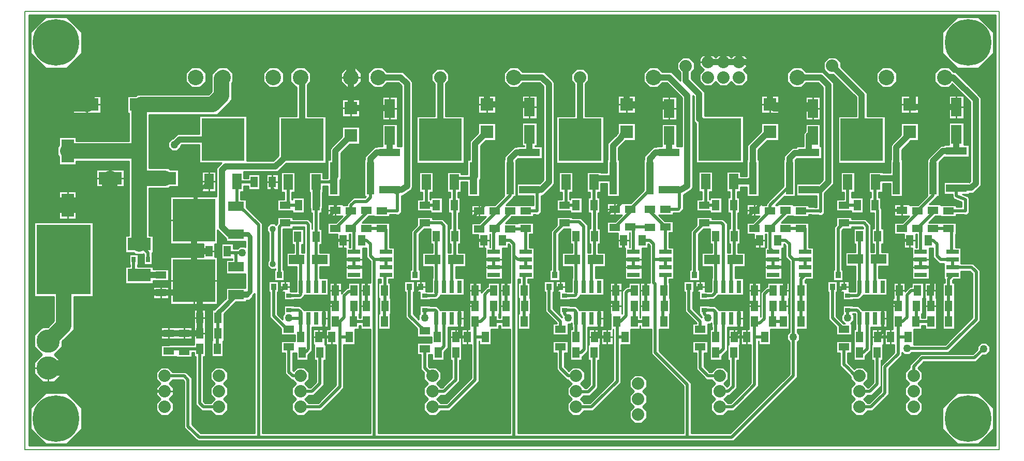
<source format=gbr>
G04 PROTEUS GERBER X2 FILE*
%TF.GenerationSoftware,Labcenter,Proteus,8.7-SP3-Build25561*%
%TF.CreationDate,2021-05-23T19:17:03+00:00*%
%TF.FileFunction,Copper,L1,Top*%
%TF.FilePolarity,Positive*%
%TF.Part,Single*%
%TF.SameCoordinates,{23a4d374-2f20-46fa-8f71-d400e96580a3}*%
%FSLAX45Y45*%
%MOMM*%
G01*
%TA.AperFunction,Conductor*%
%ADD10C,0.508000*%
%ADD11C,1.016000*%
%ADD12C,1.270000*%
%ADD13C,0.254000*%
%ADD14C,1.524000*%
%ADD15C,2.032000*%
%ADD16C,2.540000*%
%ADD17C,0.762000*%
%TA.AperFunction,ViaPad*%
%ADD18C,1.016000*%
%ADD19C,2.032000*%
%ADD70C,1.270000*%
%ADD71C,0.762000*%
%TA.AperFunction,SMDPad,CuDef*%
%ADD20R,1.193800X5.308600*%
%TA.AperFunction,ComponentPad*%
%ADD21C,3.810000*%
%ADD22C,2.540000*%
%ADD23C,2.032000*%
%TA.AperFunction,SMDPad,CuDef*%
%ADD24R,1.143000X1.803400*%
%ADD25R,2.108200X2.108200*%
%ADD26R,1.651000X3.048000*%
%ADD27R,3.403600X1.244600*%
%TA.AperFunction,SMDPad,CuDef*%
%ADD28R,6.985000X6.985000*%
%ADD29R,1.524000X2.540000*%
%TA.AperFunction,SMDPad,CuDef*%
%ADD72R,0.635000X2.032000*%
%TA.AperFunction,SMDPad,CuDef*%
%ADD73R,1.803400X1.143000*%
%ADD30R,2.540000X1.524000*%
%ADD31R,0.889000X0.635000*%
%TA.AperFunction,SMDPad,CuDef*%
%ADD32R,0.889000X1.016000*%
%TA.AperFunction,SMDPad,CuDef*%
%ADD33R,2.032000X0.635000*%
%TA.AperFunction,OtherPad,Unknown*%
%ADD34C,7.620000*%
%TA.AperFunction,SMDPad,CuDef*%
%ADD35R,3.810000X2.032000*%
%ADD36R,2.032000X3.810000*%
%ADD37R,0.635000X0.889000*%
%TA.AperFunction,SMDPad,CuDef*%
%ADD38R,8.890000X11.430000*%
%TA.AperFunction,Profile*%
%ADD39C,0.203200*%
%TD.AperFunction*%
G36*
X+8448040Y-4193540D02*
X-7368540Y-4193540D01*
X-7368540Y+2860040D01*
X+8448040Y+2860040D01*
X+8448040Y-4193540D01*
G37*
%LPC*%
G36*
X+3523480Y+2085917D02*
X+3523480Y+1970187D01*
X+3472680Y+1919387D01*
X+3472680Y+1819480D01*
X+3689500Y+1602660D01*
X+3689500Y+1212849D01*
X+4324349Y+1212849D01*
X+4324349Y+438151D01*
X+3549651Y+438151D01*
X+3549651Y+1081667D01*
X+3511702Y+1119616D01*
X+3511702Y+1529014D01*
X+3496732Y+1543984D01*
X+3496732Y+40082D01*
X+3473652Y-681D01*
X+3343547Y-85808D01*
X+3343548Y-321851D01*
X+3284399Y-380999D01*
X+3176269Y-380999D01*
X+3176269Y-412749D01*
X+2943049Y-412749D01*
X+3042551Y-512251D01*
X+3176269Y-512251D01*
X+3176269Y-702749D01*
X+3111499Y-702749D01*
X+3111499Y-946151D01*
X+3187699Y-946151D01*
X+3187699Y-1466849D01*
X+3111499Y-1466849D01*
X+3111499Y-1522731D01*
X+3115749Y-1522731D01*
X+3115749Y-1776731D01*
X+3125749Y-1776731D01*
X+3125749Y-2033269D01*
X+3115749Y-2033269D01*
X+3115749Y-2287269D01*
X+2945435Y-2287269D01*
X+2945435Y-2640699D01*
X+3468753Y-3164017D01*
X+3468753Y-3990723D01*
X+3899802Y-3990723D01*
X+4005389Y-3990724D01*
X+4110977Y-3990723D01*
X+5080001Y-3021699D01*
X+5080001Y-2493184D01*
X+5041901Y-2455084D01*
X+5041901Y-2370916D01*
X+5080001Y-2332816D01*
X+5080002Y-1778000D01*
X+5080001Y-1169301D01*
X+5016501Y-1105802D01*
X+5016501Y-915301D01*
X+4990199Y-888999D01*
X+4984749Y-888999D01*
X+4984749Y-953769D01*
X+4952999Y-953769D01*
X+4952999Y-1466849D01*
X+4673601Y-1466849D01*
X+4673601Y-953769D01*
X+4494251Y-953769D01*
X+4494251Y-730249D01*
X+4380231Y-730249D01*
X+4380231Y-539751D01*
X+4477949Y-539751D01*
X+4587451Y-430249D01*
X+4380231Y-430249D01*
X+4380231Y-239751D01*
X+4636769Y-239751D01*
X+4636769Y-249751D01*
X+4699001Y-249751D01*
X+4699001Y-227699D01*
X+4982211Y+55511D01*
X+4982211Y+494029D01*
X+4991101Y+494029D01*
X+4991101Y+553446D01*
X+5125492Y+687837D01*
X+5189221Y+687837D01*
X+5189221Y+710329D01*
X+5308601Y+710329D01*
X+5308601Y+925823D01*
X+5340351Y+957573D01*
X+5340351Y+1079499D01*
X+5581649Y+1079499D01*
X+5581649Y+710329D01*
X+5605779Y+710329D01*
X+5605779Y+509671D01*
X+5198770Y+509671D01*
X+5177789Y+488690D01*
X+5177789Y-113029D01*
X+4993271Y-113029D01*
X+4856549Y-249751D01*
X+4888231Y-249751D01*
X+4888231Y-239751D01*
X+5144769Y-239751D01*
X+5144769Y-249751D01*
X+5398769Y-249751D01*
X+5398769Y-281502D01*
X+5485534Y-281502D01*
X+5487301Y-283269D01*
X+5524501Y-283269D01*
X+5524501Y-100329D01*
X+5189221Y-100329D01*
X+5189221Y+100329D01*
X+5562607Y+100329D01*
X+5626101Y+163823D01*
X+5626101Y+1677677D01*
X+5551177Y+1752601D01*
X+5351586Y+1752601D01*
X+5275386Y+1676401D01*
X+5138614Y+1676401D01*
X+5041901Y+1773114D01*
X+5041901Y+1909886D01*
X+5138614Y+2006599D01*
X+5275386Y+2006599D01*
X+5351586Y+1930399D01*
X+5624823Y+1930399D01*
X+5803899Y+1751323D01*
X+5803899Y+90177D01*
X+5651499Y-62223D01*
X+5651499Y-385726D01*
X+5614302Y-422923D01*
X+5561698Y-422923D01*
X+5549042Y-410267D01*
X+5434698Y-410267D01*
X+5432929Y-408498D01*
X+5398769Y-408498D01*
X+5398769Y-440249D01*
X+5142231Y-440249D01*
X+5142231Y-430249D01*
X+5057051Y-430249D01*
X+4947549Y-539751D01*
X+5398769Y-539751D01*
X+5398769Y-730249D01*
X+5397499Y-730249D01*
X+5397499Y-946151D01*
X+5473699Y-946151D01*
X+5473699Y-1466849D01*
X+5353951Y-1466849D01*
X+5333999Y-1486801D01*
X+5333999Y-1522731D01*
X+5365749Y-1522731D01*
X+5365749Y-2287269D01*
X+5206999Y-2287269D01*
X+5206999Y-2332816D01*
X+5245099Y-2370916D01*
X+5245099Y-2455084D01*
X+5206999Y-2493184D01*
X+5206999Y-3074302D01*
X+5169801Y-3111499D01*
X+4163580Y-4117721D01*
X+4005389Y-4117720D01*
X+3899802Y-4117721D01*
X+2853661Y-4117721D01*
X+1725731Y-4117720D01*
X+545198Y-4117721D01*
X-508000Y-4117720D01*
X-1561198Y-4117721D01*
X-3622053Y-4117721D01*
X-3853004Y-4117720D01*
X-4083955Y-4117721D01*
X-4608079Y-4117721D01*
X-4825999Y-3899801D01*
X-4825999Y-3137801D01*
X-4852301Y-3111499D01*
X-5009435Y-3111499D01*
X-5072936Y-3175000D01*
X-5003801Y-3244135D01*
X-5003801Y-3359865D01*
X-5072936Y-3429000D01*
X-5003801Y-3498135D01*
X-5003801Y-3613865D01*
X-5085635Y-3695699D01*
X-5201365Y-3695699D01*
X-5283199Y-3613865D01*
X-5283199Y-3498135D01*
X-5214064Y-3429000D01*
X-5283199Y-3359865D01*
X-5283199Y-3244135D01*
X-5214064Y-3175000D01*
X-5283199Y-3105865D01*
X-5283199Y-2990135D01*
X-5201365Y-2908301D01*
X-5085635Y-2908301D01*
X-5009435Y-2984501D01*
X-4799699Y-2984501D01*
X-4699001Y-3085199D01*
X-4699001Y-3847199D01*
X-4555477Y-3990723D01*
X-4083955Y-3990723D01*
X-3853004Y-3990724D01*
X-3673017Y-3990723D01*
X-3673017Y-1703059D01*
X-3708401Y-1738443D01*
X-3708401Y-1756403D01*
X-3760477Y-1808479D01*
X-3810001Y-1808479D01*
X-3810001Y-1833879D01*
X-3981639Y-1833879D01*
X-4176751Y-2028991D01*
X-4176751Y-2477769D01*
X-4186751Y-2477769D01*
X-4186751Y-2731769D01*
X-4377249Y-2731769D01*
X-4377249Y-2475231D01*
X-4367249Y-2475231D01*
X-4367249Y-1967231D01*
X-4330511Y-1967231D01*
X-4140199Y-1776919D01*
X-4140199Y-1605281D01*
X-3822699Y-1605281D01*
X-3822699Y-1376679D01*
X-4140199Y-1376679D01*
X-4140199Y-1148081D01*
X-4038599Y-1148081D01*
X-4038599Y-1136649D01*
X-4214849Y-1136649D01*
X-4214849Y-880111D01*
X-4024351Y-880111D01*
X-4024351Y-967867D01*
X-3953684Y-967867D01*
X-3915584Y-929767D01*
X-3831416Y-929767D01*
X-3822699Y-938484D01*
X-3822699Y-843279D01*
X-4140199Y-843279D01*
X-4140199Y-801098D01*
X-4278631Y-662666D01*
X-4278631Y-887729D01*
X-4324351Y-887729D01*
X-4324351Y-1103631D01*
X-4278631Y-1103631D01*
X-4278631Y-1878329D01*
X-5053329Y-1878329D01*
X-5053329Y-1103631D01*
X-4514849Y-1103631D01*
X-4514849Y-887729D01*
X-5053329Y-887729D01*
X-5053329Y-113031D01*
X-4295699Y-113031D01*
X-4295699Y+358338D01*
X-4215886Y+438151D01*
X-4578349Y+438151D01*
X-4578349Y+736601D01*
X-4863162Y+736601D01*
X-4887753Y+712010D01*
X-4887753Y+694049D01*
X-4947268Y+634534D01*
X-5031436Y+634534D01*
X-5090951Y+694049D01*
X-5090951Y+778217D01*
X-5031436Y+837732D01*
X-5013475Y+837732D01*
X-4936808Y+914399D01*
X-4578349Y+914399D01*
X-4578349Y+1212849D01*
X-3803651Y+1212849D01*
X-3803651Y+472258D01*
X-3368212Y+472258D01*
X-3307710Y+532759D01*
X-3282949Y+557437D01*
X-3282949Y+1205229D01*
X-2984499Y+1205229D01*
X-2984499Y+1676401D01*
X-2989386Y+1676401D01*
X-3086099Y+1773114D01*
X-3086099Y+1909886D01*
X-2989386Y+2006599D01*
X-2852614Y+2006599D01*
X-2755901Y+1909886D01*
X-2755901Y+1773114D01*
X-2806701Y+1722314D01*
X-2806701Y+1205229D01*
X-2508251Y+1205229D01*
X-2508251Y+430531D01*
X-3158403Y+430531D01*
X-3181849Y+407177D01*
X-3294566Y+294460D01*
X-3848101Y+294460D01*
X-3848101Y+190499D01*
X-3778249Y+190499D01*
X-3778249Y+255269D01*
X-3587751Y+255269D01*
X-3587751Y-1269D01*
X-3778249Y-1269D01*
X-3778249Y+63501D01*
X-3848101Y+63501D01*
X-3848101Y-30479D01*
X-3898901Y-30479D01*
X-3898901Y-157481D01*
X-3810001Y-157481D01*
X-3810001Y-287355D01*
X-3546019Y-551337D01*
X-3546019Y-3990723D01*
X-1777999Y-3990723D01*
X-1777999Y-2287269D01*
X-1936749Y-2287269D01*
X-1936749Y-2222499D01*
X-1964251Y-2222499D01*
X-1964251Y-2287269D01*
X-2027751Y-2287269D01*
X-2027751Y-2541269D01*
X-2212599Y-2541269D01*
X-2212599Y-3254899D01*
X-2577198Y-3619498D01*
X-2603500Y-3619498D01*
X-2786935Y-3619499D01*
X-2863135Y-3695699D01*
X-2978865Y-3695699D01*
X-3060699Y-3613865D01*
X-3060699Y-3498135D01*
X-2991564Y-3429000D01*
X-3060699Y-3359865D01*
X-3060699Y-3244135D01*
X-2991564Y-3175000D01*
X-3055065Y-3111499D01*
X-3074301Y-3111499D01*
X-3174999Y-3010801D01*
X-3174999Y-2671249D01*
X-3239769Y-2671249D01*
X-3239769Y-2480751D01*
X-3016249Y-2480751D01*
X-3016249Y-2381249D01*
X-3239769Y-2381249D01*
X-3239769Y-2278011D01*
X-3426459Y-2091321D01*
X-3426459Y-1676399D01*
X-3445509Y-1676399D01*
X-3445509Y-1498601D01*
X-3280411Y-1498601D01*
X-3280411Y-1676399D01*
X-3299461Y-1676399D01*
X-3299461Y-2038719D01*
X-3213099Y-2125081D01*
X-3213099Y-2053416D01*
X-3194049Y-2034366D01*
X-3194049Y-1898651D01*
X-3028951Y-1898651D01*
X-3028951Y-1905001D01*
X-2926244Y-1905001D01*
X-2862744Y-1968501D01*
X-2470151Y-1968501D01*
X-2470151Y-2247899D01*
X-2730501Y-2247899D01*
X-2730501Y-2637510D01*
X-2798251Y-2705260D01*
X-2798251Y-2795269D01*
X-2988749Y-2795269D01*
X-2988749Y-2671249D01*
X-3048001Y-2671249D01*
X-3048001Y-2958199D01*
X-3038382Y-2967818D01*
X-2978865Y-2908301D01*
X-2863135Y-2908301D01*
X-2781301Y-2990135D01*
X-2781301Y-3105865D01*
X-2850436Y-3175000D01*
X-2786935Y-3238501D01*
X-2756801Y-3238501D01*
X-2666999Y-3148699D01*
X-2666999Y-2795269D01*
X-2698749Y-2795269D01*
X-2698749Y-2541269D01*
X-2716249Y-2541269D01*
X-2716249Y-2284731D01*
X-2525751Y-2284731D01*
X-2525751Y-2538731D01*
X-2508251Y-2538731D01*
X-2508251Y-2795269D01*
X-2540001Y-2795269D01*
X-2540001Y-3201301D01*
X-2704199Y-3365499D01*
X-2786935Y-3365499D01*
X-2850436Y-3429000D01*
X-2786935Y-3492501D01*
X-2629802Y-3492502D01*
X-2339597Y-3202297D01*
X-2339597Y-2541269D01*
X-2508249Y-2541269D01*
X-2508249Y-2284731D01*
X-2444749Y-2284731D01*
X-2444749Y-1522731D01*
X-2254251Y-1522731D01*
X-2254251Y-1698321D01*
X-2162108Y-1606178D01*
X-2144749Y-1606178D01*
X-2144749Y-1522731D01*
X-1954251Y-1522731D01*
X-1954251Y-2033269D01*
X-1964251Y-2033269D01*
X-1964251Y-2095501D01*
X-1936749Y-2095501D01*
X-1936749Y-1522731D01*
X-1777999Y-1522731D01*
X-1777999Y-1169301D01*
X-1841499Y-1105801D01*
X-1841499Y-953769D01*
X-1905001Y-953769D01*
X-1905001Y-1466849D01*
X-2184399Y-1466849D01*
X-2184399Y-953769D01*
X-2317749Y-953769D01*
X-2317749Y-730249D01*
X-2477769Y-730249D01*
X-2477769Y-539751D01*
X-2344051Y-539751D01*
X-2234549Y-430249D01*
X-2477769Y-430249D01*
X-2477769Y-239751D01*
X-2221231Y-239751D01*
X-2221231Y-249751D01*
X-2158999Y-249751D01*
X-2158999Y-227699D01*
X-2058301Y-127001D01*
X-1867801Y-127001D01*
X-1853829Y-113029D01*
X-1875789Y-113029D01*
X-1875789Y+494029D01*
X-1866899Y+494029D01*
X-1866899Y+544823D01*
X-1712823Y+698899D01*
X-1668779Y+698899D01*
X-1668779Y+710329D01*
X-1581149Y+710329D01*
X-1581149Y+1079499D01*
X-1339851Y+1079499D01*
X-1339851Y+710329D01*
X-1266267Y+710329D01*
X-1266267Y+1699147D01*
X-1319721Y+1752601D01*
X-1506414Y+1752601D01*
X-1582614Y+1676401D01*
X-1719386Y+1676401D01*
X-1816099Y+1773114D01*
X-1816099Y+1909886D01*
X-1719386Y+2006599D01*
X-1582614Y+2006599D01*
X-1506414Y+1930399D01*
X-1246075Y+1930399D01*
X-1088469Y+1772793D01*
X-1088469Y+41515D01*
X-1108968Y+2608D01*
X-1242456Y-88899D01*
X-1252221Y-88899D01*
X-1252221Y-100329D01*
X-1270001Y-100329D01*
X-1270001Y-375391D01*
X-1307198Y-412588D01*
X-1359802Y-412588D01*
X-1363891Y-408499D01*
X-1459231Y-408499D01*
X-1459231Y-440249D01*
X-1715769Y-440249D01*
X-1715769Y-430249D01*
X-1800949Y-430249D01*
X-1910451Y-539751D01*
X-1459231Y-539751D01*
X-1459231Y-730249D01*
X-1460501Y-730249D01*
X-1460501Y-946151D01*
X-1384301Y-946151D01*
X-1384301Y-1466849D01*
X-1478001Y-1466849D01*
X-1478001Y-1522731D01*
X-1456251Y-1522731D01*
X-1456251Y-1776731D01*
X-1446251Y-1776731D01*
X-1446251Y-2033269D01*
X-1456251Y-2033269D01*
X-1456251Y-2287269D01*
X-1646749Y-2287269D01*
X-1646749Y-2030731D01*
X-1636749Y-2030731D01*
X-1636749Y-1779269D01*
X-1646749Y-1779269D01*
X-1646749Y-1522731D01*
X-1604999Y-1522731D01*
X-1604999Y-1466849D01*
X-1651001Y-1466849D01*
X-1651001Y-3990723D01*
X-1561198Y-3990723D01*
X-508000Y-3990724D01*
X+508001Y-3990723D01*
X+508001Y-2287269D01*
X+349251Y-2287269D01*
X+349251Y-2222499D01*
X+321749Y-2222499D01*
X+321749Y-2287269D01*
X+194749Y-2287269D01*
X+194749Y-2541269D01*
X+4251Y-2541269D01*
X+4251Y-2476499D01*
X-1Y-2476499D01*
X-1Y-3137801D01*
X-481699Y-3619499D01*
X-627935Y-3619499D01*
X-704135Y-3695699D01*
X-819865Y-3695699D01*
X-901699Y-3613865D01*
X-901699Y-3498135D01*
X-832564Y-3429000D01*
X-901699Y-3359865D01*
X-901699Y-3244135D01*
X-832564Y-3175000D01*
X-901699Y-3105865D01*
X-901699Y-2998560D01*
X-908500Y-2991786D01*
X-952499Y-2947787D01*
X-952499Y-2698749D01*
X-1017269Y-2698749D01*
X-1017269Y-2508251D01*
X-776249Y-2508251D01*
X-776249Y-2408749D01*
X-1017269Y-2408749D01*
X-1017269Y-2275031D01*
X-1203959Y-2088341D01*
X-1203959Y-1676399D01*
X-1223009Y-1676399D01*
X-1223009Y-1498601D01*
X-1057911Y-1498601D01*
X-1057911Y-1676399D01*
X-1076961Y-1676399D01*
X-1076961Y-2035739D01*
X-990599Y-2122101D01*
X-990599Y-2053416D01*
X-971549Y-2034366D01*
X-971549Y-1898651D01*
X-806451Y-1898651D01*
X-806451Y-1905001D01*
X-695115Y-1905001D01*
X-631615Y-1968501D01*
X-247651Y-1968501D01*
X-247651Y-2247899D01*
X-508001Y-2247899D01*
X-508001Y-2593801D01*
X-575751Y-2661551D01*
X-575751Y-2795269D01*
X-766249Y-2795269D01*
X-766249Y-2698749D01*
X-825501Y-2698749D01*
X-825501Y-2895185D01*
X-818808Y-2901878D01*
X-812347Y-2908301D01*
X-704135Y-2908301D01*
X-622301Y-2990135D01*
X-622301Y-3105865D01*
X-691436Y-3175000D01*
X-627935Y-3238501D01*
X-597801Y-3238501D01*
X-444499Y-3085199D01*
X-444499Y-2795269D01*
X-476249Y-2795269D01*
X-476249Y-2284731D01*
X-285751Y-2284731D01*
X-285751Y-2795269D01*
X-317501Y-2795269D01*
X-317501Y-3137801D01*
X-545198Y-3365499D01*
X-627935Y-3365499D01*
X-691436Y-3429000D01*
X-627935Y-3492501D01*
X-534301Y-3492501D01*
X-126999Y-3085199D01*
X-126999Y-2541269D01*
X-285749Y-2541269D01*
X-285749Y-2284731D01*
X-158749Y-2284731D01*
X-158749Y-1522731D01*
X+31749Y-1522731D01*
X+31749Y-1685369D01*
X+129617Y-1587501D01*
X+141251Y-1587501D01*
X+141251Y-1522731D01*
X+331749Y-1522731D01*
X+331749Y-2033269D01*
X+321749Y-2033269D01*
X+321749Y-2095501D01*
X+349251Y-2095501D01*
X+349251Y-1522731D01*
X+508001Y-1522731D01*
X+508001Y-915301D01*
X+481699Y-888999D01*
X+476249Y-888999D01*
X+476249Y-953769D01*
X+380999Y-953769D01*
X+380999Y-1466849D01*
X+101601Y-1466849D01*
X+101601Y-953769D01*
X-14249Y-953769D01*
X-14249Y-740249D01*
X-128269Y-740249D01*
X-128269Y-549751D01*
X+5449Y-549751D01*
X+114951Y-440249D01*
X-128269Y-440249D01*
X-128269Y-249751D01*
X+259449Y-249751D01*
X+410211Y-98989D01*
X+410211Y+494029D01*
X+419101Y+494029D01*
X+419101Y+544823D01*
X+573177Y+698899D01*
X+617221Y+698899D01*
X+617221Y+710329D01*
X+736601Y+710329D01*
X+736601Y+716501D01*
X+704851Y+716501D01*
X+704851Y+1097499D01*
X+946149Y+1097499D01*
X+946149Y+716501D01*
X+914399Y+716501D01*
X+914399Y+710329D01*
X+1033779Y+710329D01*
X+1033779Y+509671D01*
X+635393Y+509671D01*
X+605789Y+480067D01*
X+605789Y-113029D01*
X+571499Y-113029D01*
X+571499Y-117301D01*
X+439049Y-249751D01*
X+889001Y-249751D01*
X+889001Y-100329D01*
X+617221Y-100329D01*
X+617221Y+100329D01*
X+990607Y+100329D01*
X+1054101Y+163823D01*
X+1054101Y+1691788D01*
X+993288Y+1752601D01*
X+716086Y+1752601D01*
X+639886Y+1676401D01*
X+503114Y+1676401D01*
X+406401Y+1773114D01*
X+406401Y+1909886D01*
X+503114Y+2006599D01*
X+639886Y+2006599D01*
X+716086Y+1930399D01*
X+1066934Y+1930399D01*
X+1231899Y+1765434D01*
X+1231899Y+90177D01*
X+1052823Y-88899D01*
X+1033779Y-88899D01*
X+1033779Y-100329D01*
X+1015999Y-100329D01*
X+1015999Y-375824D01*
X+978802Y-413021D01*
X+926198Y-413021D01*
X+921676Y-408499D01*
X+890269Y-408499D01*
X+890269Y-440249D01*
X+538551Y-440249D01*
X+429049Y-549751D01*
X+633731Y-549751D01*
X+633731Y-539751D01*
X+890269Y-539751D01*
X+890269Y-730249D01*
X+825499Y-730249D01*
X+825499Y-946151D01*
X+901699Y-946151D01*
X+901699Y-1466849D01*
X+797999Y-1466849D01*
X+797999Y-1522731D01*
X+829749Y-1522731D01*
X+829749Y-1776731D01*
X+839749Y-1776731D01*
X+839749Y-2033269D01*
X+829749Y-2033269D01*
X+829749Y-2287269D01*
X+639251Y-2287269D01*
X+639251Y-2030731D01*
X+649251Y-2030731D01*
X+649251Y-1779269D01*
X+639251Y-1779269D01*
X+639251Y-1522731D01*
X+671001Y-1522731D01*
X+671001Y-1466849D01*
X+634999Y-1466849D01*
X+634999Y-3990723D01*
X+1725731Y-3990724D01*
X+3341755Y-3990723D01*
X+3341755Y-3216619D01*
X+2818437Y-2693302D01*
X+2818437Y-2287269D01*
X+2635251Y-2287269D01*
X+2635251Y-2222499D01*
X+2635249Y-2222499D01*
X+2635249Y-2287269D01*
X+2480749Y-2287269D01*
X+2480749Y-2541269D01*
X+2323497Y-2541269D01*
X+2323497Y-2899394D01*
X+2323496Y-3163804D01*
X+1867801Y-3619499D01*
X+1721565Y-3619499D01*
X+1645365Y-3695699D01*
X+1529635Y-3695699D01*
X+1447801Y-3613865D01*
X+1447801Y-3498135D01*
X+1516936Y-3429000D01*
X+1447801Y-3359865D01*
X+1447801Y-3244135D01*
X+1516936Y-3175000D01*
X+1453435Y-3111499D01*
X+1434199Y-3111499D01*
X+1270001Y-2947301D01*
X+1270001Y-2671249D01*
X+1205231Y-2671249D01*
X+1205231Y-2480751D01*
X+1461769Y-2480751D01*
X+1461769Y-2671249D01*
X+1396999Y-2671249D01*
X+1396999Y-2894699D01*
X+1470118Y-2967818D01*
X+1529635Y-2908301D01*
X+1645365Y-2908301D01*
X+1727199Y-2990135D01*
X+1727199Y-3105865D01*
X+1658064Y-3175000D01*
X+1727199Y-3244135D01*
X+1727199Y-3246864D01*
X+1757446Y-3246864D01*
X+1814002Y-3190308D01*
X+1814001Y-2795269D01*
X+1782251Y-2795269D01*
X+1782251Y-2538731D01*
X+1792251Y-2538731D01*
X+1792251Y-2284731D01*
X+1982749Y-2284731D01*
X+1982749Y-2541269D01*
X+1972749Y-2541269D01*
X+1972749Y-2795269D01*
X+1940999Y-2795269D01*
X+1940998Y-3242912D01*
X+1810050Y-3373860D01*
X+1713204Y-3373860D01*
X+1658064Y-3429000D01*
X+1721565Y-3492501D01*
X+1815199Y-3492501D01*
X+2196500Y-3111200D01*
X+2196499Y-2287269D01*
X+2190749Y-2287269D01*
X+2190749Y-2541269D01*
X+2000251Y-2541269D01*
X+2000251Y-2284731D01*
X+2154751Y-2284731D01*
X+2154751Y-2033269D01*
X+2144751Y-2033269D01*
X+2144751Y-1522731D01*
X+2335249Y-1522731D01*
X+2335249Y-2030731D01*
X+2338612Y-2030731D01*
X+2338612Y-1661894D01*
X+2410653Y-1589853D01*
X+2444751Y-1589853D01*
X+2444751Y-1522731D01*
X+2635249Y-1522731D01*
X+2635249Y-2095501D01*
X+2635251Y-2095501D01*
X+2635251Y-1522731D01*
X+2794001Y-1522731D01*
X+2794001Y-915301D01*
X+2767699Y-888999D01*
X+2762249Y-888999D01*
X+2762249Y-953769D01*
X+2666999Y-953769D01*
X+2666999Y-1466849D01*
X+2387601Y-1466849D01*
X+2387601Y-953769D01*
X+2271751Y-953769D01*
X+2271751Y-712749D01*
X+2094231Y-712749D01*
X+2094231Y-522251D01*
X+2227949Y-522251D01*
X+2337451Y-412749D01*
X+2094231Y-412749D01*
X+2094231Y-222251D01*
X+2481949Y-222251D01*
X+2696211Y-7989D01*
X+2696211Y+494029D01*
X+2705101Y+494029D01*
X+2705101Y+548323D01*
X+2855677Y+698899D01*
X+2903221Y+698899D01*
X+2903221Y+710329D01*
X+2990851Y+710329D01*
X+2990851Y+1079499D01*
X+3232149Y+1079499D01*
X+3232149Y+710329D01*
X+3318934Y+710329D01*
X+3318934Y+1508344D01*
X+3074677Y+1752601D01*
X+3002086Y+1752601D01*
X+2925886Y+1676401D01*
X+2789114Y+1676401D01*
X+2692401Y+1773114D01*
X+2692401Y+1909886D01*
X+2789114Y+2006599D01*
X+2925886Y+2006599D01*
X+3002086Y+1930399D01*
X+3148323Y+1930399D01*
X+3294882Y+1783840D01*
X+3294882Y+1919387D01*
X+3244082Y+1970187D01*
X+3244082Y+2085917D01*
X+3325916Y+2167751D01*
X+3441646Y+2167751D01*
X+3523480Y+2085917D01*
G37*
G36*
X-1951991Y+745491D02*
X-2113287Y+745491D01*
X-2260601Y+598177D01*
X-2260601Y+182177D01*
X-2280211Y+162567D01*
X-2280211Y-113029D01*
X-2475789Y-113029D01*
X-2475789Y+63501D01*
X-2552701Y+63501D01*
X-2552701Y-38099D01*
X-2565401Y-38099D01*
X-2565401Y-296084D01*
X-2571751Y-302434D01*
X-2571751Y-382269D01*
X-2603501Y-382269D01*
X-2603501Y-640081D01*
X-2571751Y-640081D01*
X-2571751Y-896619D01*
X-2603501Y-896619D01*
X-2603501Y-1028701D01*
X-2438401Y-1028701D01*
X-2438401Y-1257299D01*
X-2603501Y-1257299D01*
X-2603501Y-1447801D01*
X-2470151Y-1447801D01*
X-2470151Y-1727199D01*
X-2857501Y-1727199D01*
X-2857501Y-1740801D01*
X-2913749Y-1797049D01*
X-3028951Y-1797049D01*
X-3028951Y-1803399D01*
X-3194049Y-1803399D01*
X-3194049Y-1676399D01*
X-3257549Y-1676399D01*
X-3257549Y-1498601D01*
X-3092451Y-1498601D01*
X-3092451Y-1663701D01*
X-3028951Y-1663701D01*
X-3028951Y-1670051D01*
X-2990849Y-1670051D01*
X-2990849Y-1447801D01*
X-2984499Y-1447801D01*
X-2984499Y-1257299D01*
X-3149599Y-1257299D01*
X-3149599Y-1028701D01*
X-3030499Y-1028701D01*
X-3030499Y-896619D01*
X-3062249Y-896619D01*
X-3062249Y-640081D01*
X-2871751Y-640081D01*
X-2871751Y-896619D01*
X-2903501Y-896619D01*
X-2903501Y-1028701D01*
X-2857499Y-1028701D01*
X-2857499Y-607498D01*
X-3046731Y-607499D01*
X-3046731Y-639249D01*
X-3205481Y-639249D01*
X-3205481Y-1308101D01*
X-3186431Y-1308101D01*
X-3186431Y-1485899D01*
X-3351529Y-1485899D01*
X-3351529Y-1308101D01*
X-3332479Y-1308101D01*
X-3332479Y-1298438D01*
X-3338132Y-1304091D01*
X-3411778Y-1304091D01*
X-3463854Y-1252015D01*
X-3463854Y-1178369D01*
X-3443469Y-1157984D01*
X-3443469Y-701651D01*
X-3468869Y-676251D01*
X-3468869Y-602605D01*
X-3416793Y-550529D01*
X-3343147Y-550529D01*
X-3322478Y-571198D01*
X-3303269Y-551989D01*
X-3303269Y-448751D01*
X-3046731Y-448751D01*
X-3046731Y-480501D01*
X-2795198Y-480502D01*
X-2730501Y-545199D01*
X-2730501Y-640081D01*
X-2730499Y-640081D01*
X-2730499Y-382269D01*
X-2762249Y-382269D01*
X-2762249Y-302434D01*
X-2768599Y-296084D01*
X-2768599Y-38099D01*
X-2781299Y-38099D01*
X-2781299Y+292099D01*
X-2552701Y+292099D01*
X-2552701Y+190499D01*
X-2475789Y+190499D01*
X-2475789Y+494029D01*
X-2438399Y+494029D01*
X-2438399Y+671823D01*
X-2239009Y+871213D01*
X-2239009Y+1032509D01*
X-1951991Y+1032509D01*
X-1951991Y+745491D01*
G37*
G36*
X-6311901Y-1752599D02*
X-6629401Y-1752599D01*
X-6629401Y-2290885D01*
X-6819901Y-2481385D01*
X-6819901Y-2571189D01*
X-6947462Y-2698750D01*
X-6819901Y-2826311D01*
X-6819901Y-3015689D01*
X-6953811Y-3149599D01*
X-7143189Y-3149599D01*
X-7277099Y-3015689D01*
X-7277099Y-2826311D01*
X-7149538Y-2698750D01*
X-7277099Y-2571189D01*
X-7277099Y-2381811D01*
X-7143189Y-2247901D01*
X-7053385Y-2247901D01*
X-6959599Y-2154115D01*
X-6959599Y-1752599D01*
X-7277099Y-1752599D01*
X-7277099Y-533401D01*
X-6311901Y-533401D01*
X-6311901Y-1752599D01*
G37*
G36*
X-2260599Y+1773114D02*
X-2260599Y+1909886D01*
X-2163886Y+2006599D01*
X-2027114Y+2006599D01*
X-1930401Y+1909886D01*
X-1930401Y+1773114D01*
X-2027114Y+1676401D01*
X-2163886Y+1676401D01*
X-2260599Y+1773114D01*
G37*
G36*
X-4476751Y-2223769D02*
X-4476751Y-2731769D01*
X-4508501Y-2731769D01*
X-4508502Y-3466198D01*
X-4482199Y-3492501D01*
X-4388565Y-3492501D01*
X-4325064Y-3429000D01*
X-4394199Y-3359865D01*
X-4394199Y-3244135D01*
X-4325064Y-3175000D01*
X-4394199Y-3105865D01*
X-4394199Y-2990135D01*
X-4312365Y-2908301D01*
X-4196635Y-2908301D01*
X-4114801Y-2990135D01*
X-4114801Y-3105865D01*
X-4183936Y-3175000D01*
X-4114801Y-3244135D01*
X-4114801Y-3359865D01*
X-4183936Y-3429000D01*
X-4114801Y-3498135D01*
X-4114801Y-3613865D01*
X-4196635Y-3695699D01*
X-4312365Y-3695699D01*
X-4388565Y-3619499D01*
X-4534801Y-3619499D01*
X-4635498Y-3518802D01*
X-4635498Y-3492500D01*
X-4635499Y-2731769D01*
X-4667249Y-2731769D01*
X-4667249Y-2666999D01*
X-4697731Y-2666999D01*
X-4697731Y-2744749D01*
X-4954269Y-2744749D01*
X-4954269Y-2734749D01*
X-5208269Y-2734749D01*
X-5208269Y-2544251D01*
X-5074551Y-2544251D01*
X-5070301Y-2540001D01*
X-4667249Y-2540001D01*
X-4667249Y-1967231D01*
X-4476751Y-1967231D01*
X-4476751Y-2223769D01*
G37*
G36*
X-3287751Y-1269D02*
X-3478249Y-1269D01*
X-3478249Y+255269D01*
X-3287751Y+255269D01*
X-3287751Y-1269D01*
G37*
G36*
X-1951991Y+1195491D02*
X-2239009Y+1195491D01*
X-2239009Y+1482509D01*
X-1951991Y+1482509D01*
X-1951991Y+1195491D01*
G37*
G36*
X-1339851Y+1143001D02*
X-1581149Y+1143001D01*
X-1581149Y+1523999D01*
X-1339851Y+1523999D01*
X-1339851Y+1143001D01*
G37*
G36*
X-3009901Y-38099D02*
X-3060701Y-38099D01*
X-3060701Y-158751D01*
X-3052249Y-158751D01*
X-3052249Y-125731D01*
X-2861751Y-125731D01*
X-2861751Y-382269D01*
X-3052249Y-382269D01*
X-3052249Y-349249D01*
X-3303269Y-349249D01*
X-3303269Y-158751D01*
X-3187699Y-158751D01*
X-3187699Y-38099D01*
X-3238499Y-38099D01*
X-3238499Y+292099D01*
X-3009901Y+292099D01*
X-3009901Y-38099D01*
G37*
G36*
X-495301Y+1899365D02*
X-495301Y+1783635D01*
X-546101Y+1732835D01*
X-546101Y+1205229D01*
X-247651Y+1205229D01*
X-247651Y+430531D01*
X-1022349Y+430531D01*
X-1022349Y+1205229D01*
X-723899Y+1205229D01*
X-723899Y+1732835D01*
X-774699Y+1783635D01*
X-774699Y+1899365D01*
X-692865Y+1981199D01*
X-577135Y+1981199D01*
X-495301Y+1899365D01*
G37*
G36*
X-749301Y-38099D02*
X-800101Y-38099D01*
X-800101Y-158751D01*
X-793749Y-158751D01*
X-793749Y-125731D01*
X-603251Y-125731D01*
X-603251Y-382269D01*
X-793749Y-382269D01*
X-793749Y-349249D01*
X-1017269Y-349249D01*
X-1017269Y-158751D01*
X-927099Y-158751D01*
X-927099Y-38099D01*
X-977899Y-38099D01*
X-977899Y+292099D01*
X-749301Y+292099D01*
X-749301Y-38099D01*
G37*
G36*
X+270509Y+803491D02*
X+109213Y+803491D01*
X+25399Y+719677D01*
X+25399Y+182177D01*
X+5789Y+162567D01*
X+5789Y-113029D01*
X-189789Y-113029D01*
X-189789Y+127001D01*
X-292101Y+127001D01*
X-292101Y-38099D01*
X-345001Y-38099D01*
X-345001Y-125731D01*
X-313251Y-125731D01*
X-313251Y-382269D01*
X-335001Y-382269D01*
X-335001Y-633731D01*
X-303251Y-633731D01*
X-303251Y-890269D01*
X-335001Y-890269D01*
X-335001Y-1028701D01*
X-215901Y-1028701D01*
X-215901Y-1257299D01*
X-381001Y-1257299D01*
X-381001Y-1447801D01*
X-247651Y-1447801D01*
X-247651Y-1727199D01*
X-635001Y-1727199D01*
X-635001Y-1740801D01*
X-691249Y-1797049D01*
X-806451Y-1797049D01*
X-806451Y-1803399D01*
X-971549Y-1803399D01*
X-971549Y-1676399D01*
X-1035049Y-1676399D01*
X-1035049Y-1498601D01*
X-869951Y-1498601D01*
X-869951Y-1663701D01*
X-806451Y-1663701D01*
X-806451Y-1670051D01*
X-768349Y-1670051D01*
X-768349Y-1447801D01*
X-761999Y-1447801D01*
X-761999Y-1257299D01*
X-927099Y-1257299D01*
X-927099Y-1028701D01*
X-761998Y-1028701D01*
X-761999Y-890269D01*
X-793749Y-890269D01*
X-793749Y-639249D01*
X-894449Y-639249D01*
X-982981Y-727781D01*
X-982981Y-1308101D01*
X-963931Y-1308101D01*
X-963931Y-1485899D01*
X-1129029Y-1485899D01*
X-1129029Y-1308101D01*
X-1109979Y-1308101D01*
X-1109979Y-675179D01*
X-1017269Y-582469D01*
X-1017269Y-448751D01*
X-760731Y-448751D01*
X-760731Y-479868D01*
X-591503Y-479868D01*
X-508001Y-563370D01*
X-508001Y-1028701D01*
X-461999Y-1028701D01*
X-461999Y-890269D01*
X-493749Y-890269D01*
X-493749Y-633731D01*
X-461999Y-633731D01*
X-461999Y-382269D01*
X-503749Y-382269D01*
X-503749Y-125731D01*
X-471999Y-125731D01*
X-471999Y-38099D01*
X-520699Y-38099D01*
X-520699Y+292099D01*
X-292101Y+292099D01*
X-292101Y+253999D01*
X-189789Y+253999D01*
X-189789Y+494029D01*
X-152399Y+494029D01*
X-152399Y+793323D01*
X-16509Y+929213D01*
X-16509Y+1090509D01*
X+270509Y+1090509D01*
X+270509Y+803491D01*
G37*
G36*
X+270509Y+1253491D02*
X-16509Y+1253491D01*
X-16509Y+1540509D01*
X+270509Y+1540509D01*
X+270509Y+1253491D01*
G37*
G36*
X+946149Y+1161001D02*
X+704851Y+1161001D01*
X+704851Y+1541999D01*
X+946149Y+1541999D01*
X+946149Y+1161001D01*
G37*
G36*
X+3232149Y+1143001D02*
X+2990851Y+1143001D01*
X+2990851Y+1523999D01*
X+3232149Y+1523999D01*
X+3232149Y+1143001D01*
G37*
G36*
X+2556509Y+1253491D02*
X+2269491Y+1253491D01*
X+2269491Y+1540509D01*
X+2556509Y+1540509D01*
X+2556509Y+1253491D01*
G37*
G36*
X+2556509Y+803491D02*
X+2395467Y+803491D01*
X+2383036Y+784905D01*
X+2282899Y+684768D01*
X+2282899Y+494029D01*
X+2291789Y+494029D01*
X+2291789Y-113029D01*
X+2096211Y-113029D01*
X+2096211Y+101601D01*
X+1993899Y+101602D01*
X+1993899Y-38099D01*
X+1943099Y-38099D01*
X+1943099Y-125731D01*
X+1972749Y-125731D01*
X+1972749Y-382269D01*
X+1950999Y-382269D01*
X+1950999Y-633731D01*
X+1982749Y-633731D01*
X+1982749Y-890269D01*
X+1950999Y-890269D01*
X+1950998Y-1028701D01*
X+2070099Y-1028701D01*
X+2070099Y-1257299D01*
X+1904999Y-1257299D01*
X+1904999Y-1447801D01*
X+2038349Y-1447801D01*
X+2038349Y-1727199D01*
X+1650999Y-1727199D01*
X+1650999Y-1740801D01*
X+1594751Y-1797049D01*
X+1479549Y-1797049D01*
X+1479549Y-1803399D01*
X+1314451Y-1803399D01*
X+1314451Y-1676399D01*
X+1250951Y-1676399D01*
X+1250951Y-1498601D01*
X+1416049Y-1498601D01*
X+1416049Y-1663701D01*
X+1479549Y-1663701D01*
X+1479549Y-1670051D01*
X+1517651Y-1670051D01*
X+1517651Y-1447801D01*
X+1524001Y-1447801D01*
X+1524001Y-1257299D01*
X+1358901Y-1257299D01*
X+1358901Y-1028701D01*
X+1524002Y-1028701D01*
X+1524001Y-890269D01*
X+1492251Y-890269D01*
X+1492251Y-639249D01*
X+1391551Y-639249D01*
X+1303019Y-727781D01*
X+1303019Y-1308101D01*
X+1322069Y-1308101D01*
X+1322069Y-1485899D01*
X+1156971Y-1485899D01*
X+1156971Y-1308101D01*
X+1176021Y-1308101D01*
X+1176021Y-675179D01*
X+1268731Y-582469D01*
X+1268731Y-448751D01*
X+1525269Y-448751D01*
X+1525269Y-462606D01*
X+1666020Y-462606D01*
X+1777999Y-574585D01*
X+1777999Y-1028701D01*
X+1824002Y-1028701D01*
X+1824001Y-890269D01*
X+1792251Y-890269D01*
X+1792251Y-633731D01*
X+1824001Y-633731D01*
X+1824001Y-382269D01*
X+1782251Y-382269D01*
X+1782251Y-125731D01*
X+1814001Y-125731D01*
X+1814001Y-100698D01*
X+1816101Y-98598D01*
X+1816101Y-38099D01*
X+1765301Y-38099D01*
X+1765301Y+292099D01*
X+1993899Y+292099D01*
X+1993899Y+279398D01*
X+2096211Y+279399D01*
X+2096211Y+494029D01*
X+2105101Y+494029D01*
X+2105101Y+758414D01*
X+2244964Y+898277D01*
X+2269491Y+934949D01*
X+2269491Y+1090509D01*
X+2556509Y+1090509D01*
X+2556509Y+803491D01*
G37*
G36*
X+1228089Y-1676399D02*
X+1209039Y-1676399D01*
X+1209039Y-1944739D01*
X+1358901Y-2094601D01*
X+1358901Y-2083701D01*
X+1333501Y-2058301D01*
X+1333501Y-2038349D01*
X+1314451Y-2038349D01*
X+1314451Y-1898651D01*
X+1479549Y-1898651D01*
X+1479549Y-1905001D01*
X+1584461Y-1905001D01*
X+1647961Y-1968501D01*
X+2038349Y-1968501D01*
X+2038349Y-2247899D01*
X+1780090Y-2247899D01*
X+1780090Y-2643912D01*
X+1693504Y-2730498D01*
X+1682749Y-2730498D01*
X+1682749Y-2795269D01*
X+1492251Y-2795269D01*
X+1492251Y-2284731D01*
X+1524001Y-2284731D01*
X+1524001Y-2247899D01*
X+1517651Y-2247899D01*
X+1517651Y-2182032D01*
X+1502584Y-2197099D01*
X+1461769Y-2197099D01*
X+1461769Y-2381249D01*
X+1205231Y-2381249D01*
X+1205231Y-2190751D01*
X+1270001Y-2190751D01*
X+1270001Y-2185301D01*
X+1082041Y-1997341D01*
X+1082041Y-1676399D01*
X+1062991Y-1676399D01*
X+1062991Y-1498601D01*
X+1228089Y-1498601D01*
X+1228089Y-1676399D01*
G37*
G36*
X+1790699Y+1899365D02*
X+1790699Y+1783635D01*
X+1739899Y+1732835D01*
X+1739899Y+1205229D01*
X+2038349Y+1205229D01*
X+2038349Y+430531D01*
X+1263651Y+430531D01*
X+1263651Y+1205229D01*
X+1562101Y+1205229D01*
X+1562101Y+1732835D01*
X+1511301Y+1783635D01*
X+1511301Y+1899365D01*
X+1593135Y+1981199D01*
X+1708865Y+1981199D01*
X+1790699Y+1899365D01*
G37*
G36*
X+1536699Y-38099D02*
X+1485899Y-38099D01*
X+1485899Y-158751D01*
X+1492251Y-158751D01*
X+1492251Y-125731D01*
X+1682749Y-125731D01*
X+1682749Y-382269D01*
X+1492251Y-382269D01*
X+1492251Y-349249D01*
X+1268731Y-349249D01*
X+1268731Y-158751D01*
X+1358901Y-158751D01*
X+1358901Y-38099D01*
X+1308101Y-38099D01*
X+1308101Y+292099D01*
X+1536699Y+292099D01*
X+1536699Y-38099D01*
G37*
G36*
X+5581649Y+1143001D02*
X+5340351Y+1143001D01*
X+5340351Y+1523999D01*
X+5581649Y+1523999D01*
X+5581649Y+1143001D01*
G37*
G36*
X+4906009Y+1253491D02*
X+4618991Y+1253491D01*
X+4618991Y+1540509D01*
X+4906009Y+1540509D01*
X+4906009Y+1253491D01*
G37*
G36*
X+4906009Y+803491D02*
X+4716213Y+803491D01*
X+4568899Y+656177D01*
X+4568899Y+494029D01*
X+4577789Y+494029D01*
X+4577789Y-113029D01*
X+4382211Y-113029D01*
X+4382211Y+45721D01*
X+4279899Y+45721D01*
X+4279899Y-30479D01*
X+4229099Y-30479D01*
X+4229099Y-125731D01*
X+4258749Y-125731D01*
X+4258749Y-382269D01*
X+4236999Y-382269D01*
X+4236999Y-633731D01*
X+4268749Y-633731D01*
X+4268749Y-890269D01*
X+4236999Y-890269D01*
X+4236999Y-1028701D01*
X+4356099Y-1028701D01*
X+4356099Y-1257299D01*
X+4190999Y-1257299D01*
X+4190999Y-1447801D01*
X+4324349Y-1447801D01*
X+4324349Y-1727199D01*
X+3916470Y-1727199D01*
X+3846620Y-1797049D01*
X+3765549Y-1797049D01*
X+3765549Y-1803399D01*
X+3600451Y-1803399D01*
X+3600451Y-1676399D01*
X+3536951Y-1676399D01*
X+3536951Y-1498601D01*
X+3702049Y-1498601D01*
X+3702049Y-1663701D01*
X+3765549Y-1663701D01*
X+3765549Y-1670051D01*
X+3794018Y-1670051D01*
X+3803077Y-1660992D01*
X+3803651Y-1652720D01*
X+3803651Y-1447801D01*
X+3810001Y-1447801D01*
X+3810001Y-1257299D01*
X+3644901Y-1257299D01*
X+3644901Y-1028701D01*
X+3810002Y-1028701D01*
X+3810001Y-890269D01*
X+3778251Y-890269D01*
X+3778251Y-639249D01*
X+3677551Y-639249D01*
X+3589019Y-727781D01*
X+3589019Y-1308101D01*
X+3608069Y-1308101D01*
X+3608069Y-1485899D01*
X+3442971Y-1485899D01*
X+3442971Y-1308101D01*
X+3462021Y-1308101D01*
X+3462021Y-675179D01*
X+3554731Y-582469D01*
X+3554731Y-448751D01*
X+3811269Y-448751D01*
X+3811269Y-479005D01*
X+3990084Y-479005D01*
X+4063999Y-552920D01*
X+4063999Y-1028701D01*
X+4110001Y-1028701D01*
X+4110001Y-890269D01*
X+4078251Y-890269D01*
X+4078251Y-633731D01*
X+4110001Y-633731D01*
X+4110001Y-382269D01*
X+4068251Y-382269D01*
X+4068251Y-125731D01*
X+4100001Y-125731D01*
X+4100001Y-100698D01*
X+4102101Y-98598D01*
X+4102101Y-30479D01*
X+4051301Y-30479D01*
X+4051301Y+299719D01*
X+4279899Y+299719D01*
X+4279899Y+223519D01*
X+4382211Y+223519D01*
X+4382211Y+494029D01*
X+4391101Y+494029D01*
X+4391101Y+729823D01*
X+4618991Y+957713D01*
X+4618991Y+1090509D01*
X+4906009Y+1090509D01*
X+4906009Y+803491D01*
G37*
G36*
X+3514089Y-1676399D02*
X+3495039Y-1676399D01*
X+3495039Y-1944739D01*
X+3644901Y-2094601D01*
X+3644901Y-2083701D01*
X+3619501Y-2058301D01*
X+3619501Y-2038349D01*
X+3600451Y-2038349D01*
X+3600451Y-1898651D01*
X+3765549Y-1898651D01*
X+3765549Y-1905002D01*
X+3862709Y-1905002D01*
X+3926208Y-1968501D01*
X+4324349Y-1968501D01*
X+4324349Y-2247899D01*
X+4063999Y-2247899D01*
X+4063999Y-2629801D01*
X+3968749Y-2725051D01*
X+3968749Y-2795269D01*
X+3778251Y-2795269D01*
X+3778251Y-2284731D01*
X+3810001Y-2284731D01*
X+3810001Y-2247899D01*
X+3803651Y-2247899D01*
X+3803651Y-2182032D01*
X+3788584Y-2197099D01*
X+3747769Y-2197099D01*
X+3747769Y-2381249D01*
X+3491231Y-2381249D01*
X+3491231Y-2190751D01*
X+3556001Y-2190751D01*
X+3556001Y-2185301D01*
X+3368041Y-1997341D01*
X+3368041Y-1676399D01*
X+3348991Y-1676399D01*
X+3348991Y-1498601D01*
X+3514089Y-1498601D01*
X+3514089Y-1676399D01*
G37*
G36*
X+5075749Y-1779269D02*
X+5065749Y-1779269D01*
X+5065749Y-2030731D01*
X+5075749Y-2030731D01*
X+5075749Y-2287269D01*
X+4766749Y-2287269D01*
X+4766749Y-2541269D01*
X+4576251Y-2541269D01*
X+4576251Y-2476499D01*
X+4571999Y-2476499D01*
X+4571998Y-2571750D01*
X+4571999Y-2704198D01*
X+4571999Y-2883802D01*
X+4571998Y-3217574D01*
X+4170073Y-3619499D01*
X+4071065Y-3619499D01*
X+3994865Y-3695699D01*
X+3879135Y-3695699D01*
X+3797301Y-3613865D01*
X+3797301Y-3498135D01*
X+3866436Y-3429000D01*
X+3797301Y-3359865D01*
X+3797301Y-3244135D01*
X+3866436Y-3175000D01*
X+3802935Y-3111499D01*
X+3720198Y-3111499D01*
X+3683001Y-3074301D01*
X+3556001Y-2947301D01*
X+3556001Y-2671249D01*
X+3491231Y-2671249D01*
X+3491231Y-2480751D01*
X+3747769Y-2480751D01*
X+3747769Y-2671249D01*
X+3682999Y-2671249D01*
X+3682999Y-2894699D01*
X+3772801Y-2984501D01*
X+3802935Y-2984501D01*
X+3879135Y-2908301D01*
X+3994865Y-2908301D01*
X+4076699Y-2990135D01*
X+4076699Y-3105865D01*
X+4007564Y-3175000D01*
X+4060558Y-3227994D01*
X+4093399Y-3195154D01*
X+4093399Y-2795269D01*
X+4068251Y-2795269D01*
X+4068251Y-2538731D01*
X+4078251Y-2538731D01*
X+4078251Y-2284731D01*
X+4268749Y-2284731D01*
X+4268749Y-2541269D01*
X+4258749Y-2541269D01*
X+4258749Y-2795269D01*
X+4220397Y-2795269D01*
X+4220397Y-3247756D01*
X+4102654Y-3365499D01*
X+4071065Y-3365499D01*
X+4007564Y-3429000D01*
X+4071065Y-3492501D01*
X+4117471Y-3492501D01*
X+4445002Y-3164970D01*
X+4445001Y-2704198D01*
X+4445002Y-2571750D01*
X+4445001Y-2541269D01*
X+4286251Y-2541269D01*
X+4286251Y-2284731D01*
X+4413251Y-2284731D01*
X+4413251Y-1522731D01*
X+4603749Y-1522731D01*
X+4603749Y-2081352D01*
X+4607018Y-2078083D01*
X+4607018Y-1683496D01*
X+4703013Y-1587501D01*
X+4713251Y-1587501D01*
X+4713251Y-1522731D01*
X+5075749Y-1522731D01*
X+5075749Y-1779269D01*
G37*
G36*
X+7764586Y+1930399D02*
X+7796722Y+1930399D01*
X+8216899Y+1510222D01*
X+8216899Y+69133D01*
X+8089309Y-58457D01*
X+8018779Y-58457D01*
X+8018779Y-75329D01*
X+7911656Y-75329D01*
X+8002146Y-112999D01*
X+8023488Y-145000D01*
X+8023488Y-374376D01*
X+7986291Y-411573D01*
X+7933687Y-411573D01*
X+7930613Y-408499D01*
X+7811769Y-408499D01*
X+7811769Y-440249D01*
X+7555231Y-440249D01*
X+7555231Y-430249D01*
X+7470051Y-430249D01*
X+7360549Y-539751D01*
X+7811769Y-539751D01*
X+7811769Y-730249D01*
X+7797799Y-730249D01*
X+7797799Y-946151D01*
X+7886699Y-946151D01*
X+7886699Y-1206501D01*
X+8083688Y-1206501D01*
X+8199399Y-1322211D01*
X+8199399Y-2147340D01*
X+7680943Y-2665796D01*
X+7083673Y-2665796D01*
X+7045573Y-2703896D01*
X+6961405Y-2703896D01*
X+6921499Y-2663990D01*
X+6921499Y-2715922D01*
X+6884301Y-2753119D01*
X+6705275Y-2932145D01*
X+6705275Y-3354026D01*
X+6439802Y-3619499D01*
X+6357065Y-3619499D01*
X+6280865Y-3695699D01*
X+6165135Y-3695699D01*
X+6083301Y-3613865D01*
X+6083301Y-3498135D01*
X+6152436Y-3429000D01*
X+6083301Y-3359865D01*
X+6083301Y-3244135D01*
X+6152436Y-3175000D01*
X+6083301Y-3105865D01*
X+6083301Y-3061602D01*
X+6057901Y-3036201D01*
X+5905502Y-2883802D01*
X+5905502Y-2857500D01*
X+5905501Y-2671249D01*
X+5840731Y-2671249D01*
X+5840731Y-2480751D01*
X+6097269Y-2480751D01*
X+6097269Y-2671249D01*
X+6032499Y-2671249D01*
X+6032499Y-2706634D01*
X+6032498Y-2831198D01*
X+6137368Y-2936068D01*
X+6165135Y-2908301D01*
X+6280865Y-2908301D01*
X+6362699Y-2990135D01*
X+6362699Y-3105865D01*
X+6293564Y-3175000D01*
X+6357065Y-3238501D01*
X+6371323Y-3238501D01*
X+6449501Y-3160323D01*
X+6449501Y-2795269D01*
X+6417751Y-2795269D01*
X+6417751Y-2538731D01*
X+6427751Y-2538731D01*
X+6427751Y-2284731D01*
X+6618249Y-2284731D01*
X+6618249Y-2541269D01*
X+6608249Y-2541269D01*
X+6608249Y-2795269D01*
X+6576499Y-2795269D01*
X+6576499Y-3212925D01*
X+6423925Y-3365499D01*
X+6357065Y-3365499D01*
X+6293564Y-3429000D01*
X+6357065Y-3492501D01*
X+6387199Y-3492501D01*
X+6578277Y-3301423D01*
X+6578277Y-2879543D01*
X+6794501Y-2663319D01*
X+6794501Y-2541269D01*
X+6635751Y-2541269D01*
X+6635751Y-2284731D01*
X+6762751Y-2284731D01*
X+6762751Y-1776731D01*
X+6780251Y-1776731D01*
X+6780251Y-1522731D01*
X+6970749Y-1522731D01*
X+6970749Y-1664038D01*
X+7047286Y-1587501D01*
X+7080251Y-1587501D01*
X+7080251Y-1522731D01*
X+7270749Y-1522731D01*
X+7270749Y-1779269D01*
X+7253249Y-1779269D01*
X+7253249Y-2033269D01*
X+7243249Y-2033269D01*
X+7243249Y-2095501D01*
X+7298251Y-2095501D01*
X+7298251Y-1779269D01*
X+7288251Y-1779269D01*
X+7288251Y-1522731D01*
X+7478749Y-1522731D01*
X+7478749Y-1776731D01*
X+7488749Y-1776731D01*
X+7488749Y-2287269D01*
X+7298251Y-2287269D01*
X+7298251Y-2222499D01*
X+7243249Y-2222499D01*
X+7243249Y-2287269D01*
X+7116249Y-2287269D01*
X+7116249Y-2538798D01*
X+7628341Y-2538798D01*
X+8072401Y-2094738D01*
X+8072401Y-1374814D01*
X+8031086Y-1333499D01*
X+7886699Y-1333499D01*
X+7886699Y-1466849D01*
X+7766951Y-1466849D01*
X+7746999Y-1486801D01*
X+7746999Y-1522731D01*
X+7778749Y-1522731D01*
X+7778749Y-2287269D01*
X+7588251Y-2287269D01*
X+7588251Y-1522731D01*
X+7620001Y-1522731D01*
X+7620001Y-1466849D01*
X+7607301Y-1466849D01*
X+7607301Y-1206499D01*
X+7530198Y-1206499D01*
X+7429501Y-1105802D01*
X+7429501Y-953769D01*
X+7365999Y-953769D01*
X+7365999Y-1466849D01*
X+7086601Y-1466849D01*
X+7086601Y-953769D01*
X+6953251Y-953769D01*
X+6953251Y-730249D01*
X+6793231Y-730249D01*
X+6793231Y-539751D01*
X+6926949Y-539751D01*
X+7036451Y-430249D01*
X+6793231Y-430249D01*
X+6793231Y-239751D01*
X+7049769Y-239751D01*
X+7049769Y-249751D01*
X+7180949Y-249751D01*
X+7331711Y-98989D01*
X+7331711Y+494029D01*
X+7340601Y+494029D01*
X+7340601Y+509823D01*
X+7554677Y+723899D01*
X+7602221Y+723899D01*
X+7602221Y+735329D01*
X+7689851Y+735329D01*
X+7689851Y+1097499D01*
X+7931149Y+1097499D01*
X+7931149Y+735329D01*
X+8018779Y+735329D01*
X+8018779Y+534671D01*
X+7616893Y+534671D01*
X+7527289Y+445067D01*
X+7527289Y-113029D01*
X+7492999Y-113029D01*
X+7492999Y-117301D01*
X+7370549Y-239751D01*
X+7557769Y-239751D01*
X+7557769Y-249751D01*
X+7811769Y-249751D01*
X+7811769Y-281501D01*
X+7896490Y-281501D01*
X+7896490Y-206577D01*
X+7768343Y-153231D01*
X+7747001Y-121230D01*
X+7747001Y-75329D01*
X+7602221Y-75329D01*
X+7602221Y+125329D01*
X+8018779Y+125329D01*
X+8018779Y+122457D01*
X+8039101Y+142779D01*
X+8039101Y+1436576D01*
X+7743831Y+1731846D01*
X+7688386Y+1676401D01*
X+7551614Y+1676401D01*
X+7454901Y+1773114D01*
X+7454901Y+1909886D01*
X+7551614Y+2006599D01*
X+7688386Y+2006599D01*
X+7764586Y+1930399D01*
G37*
G36*
X+3822699Y-30479D02*
X+3771899Y-30479D01*
X+3771899Y-158751D01*
X+3778251Y-158751D01*
X+3778251Y-125731D01*
X+3968749Y-125731D01*
X+3968749Y-382269D01*
X+3778251Y-382269D01*
X+3778251Y-349249D01*
X+3554731Y-349249D01*
X+3554731Y-158751D01*
X+3644901Y-158751D01*
X+3644901Y-30479D01*
X+3594101Y-30479D01*
X+3594101Y+299719D01*
X+3822699Y+299719D01*
X+3822699Y-30479D01*
G37*
G36*
X+7192009Y+803491D02*
X+7065713Y+803491D01*
X+6918399Y+656177D01*
X+6918399Y+494029D01*
X+6927289Y+494029D01*
X+6927289Y-113029D01*
X+6731711Y-113029D01*
X+6731711Y+101601D01*
X+6603999Y+101601D01*
X+6603999Y-38099D01*
X+6540499Y-38099D01*
X+6540499Y-125731D01*
X+6572249Y-125731D01*
X+6572249Y-299351D01*
X+6586499Y-313601D01*
X+6586499Y-633731D01*
X+6618249Y-633731D01*
X+6618249Y-890269D01*
X+6586499Y-890269D01*
X+6586499Y-1021081D01*
X+6705599Y-1021081D01*
X+6705599Y-1249679D01*
X+6540499Y-1249679D01*
X+6540499Y-1447801D01*
X+6673849Y-1447801D01*
X+6673849Y-1727199D01*
X+6289333Y-1727199D01*
X+6289333Y-1727574D01*
X+6219858Y-1797049D01*
X+6115049Y-1797049D01*
X+6115049Y-1803399D01*
X+5949951Y-1803399D01*
X+5949951Y-1676399D01*
X+5886451Y-1676399D01*
X+5886451Y-1498601D01*
X+6051549Y-1498601D01*
X+6051549Y-1663701D01*
X+6115049Y-1663701D01*
X+6115049Y-1670051D01*
X+6153151Y-1670051D01*
X+6153151Y-1447801D01*
X+6159501Y-1447801D01*
X+6159501Y-1249679D01*
X+5994401Y-1249679D01*
X+5994401Y-1021081D01*
X+6159501Y-1021081D01*
X+6159501Y-890269D01*
X+6127751Y-890269D01*
X+6127751Y-633731D01*
X+6286501Y-633731D01*
X+6286501Y-623482D01*
X+6271817Y-608798D01*
X+6097269Y-608798D01*
X+6097269Y-639249D01*
X+5963551Y-639249D01*
X+5938519Y-664281D01*
X+5938519Y-1308101D01*
X+5957569Y-1308101D01*
X+5957569Y-1485899D01*
X+5792471Y-1485899D01*
X+5792471Y-1308101D01*
X+5811521Y-1308101D01*
X+5811521Y-611679D01*
X+5840731Y-582469D01*
X+5840731Y-448751D01*
X+6097269Y-448751D01*
X+6097269Y-481800D01*
X+6324419Y-481800D01*
X+6413499Y-570880D01*
X+6413499Y-1021081D01*
X+6459501Y-1021081D01*
X+6459501Y-890269D01*
X+6427751Y-890269D01*
X+6427751Y-633731D01*
X+6459501Y-633731D01*
X+6459501Y-382269D01*
X+6381751Y-382269D01*
X+6381751Y-125731D01*
X+6413501Y-125731D01*
X+6413501Y-38099D01*
X+6375401Y-38099D01*
X+6375401Y+292099D01*
X+6603999Y+292099D01*
X+6603999Y+279399D01*
X+6731711Y+279399D01*
X+6731711Y+494029D01*
X+6740601Y+494029D01*
X+6740601Y+729823D01*
X+6904991Y+894213D01*
X+6904991Y+1090509D01*
X+7192009Y+1090509D01*
X+7192009Y+803491D01*
G37*
G36*
X+5863589Y-1676399D02*
X+5844539Y-1676399D01*
X+5844539Y-2071739D01*
X+5963551Y-2190751D01*
X+5984068Y-2190751D01*
X+5930901Y-2137584D01*
X+5930901Y-2053416D01*
X+5949951Y-2034366D01*
X+5949951Y-1898651D01*
X+6115049Y-1898651D01*
X+6115049Y-1905001D01*
X+6208194Y-1905001D01*
X+6271694Y-1968501D01*
X+6673849Y-1968501D01*
X+6673849Y-2247899D01*
X+6413499Y-2247899D01*
X+6413499Y-2629801D01*
X+6318249Y-2725051D01*
X+6318249Y-2795269D01*
X+6127751Y-2795269D01*
X+6127751Y-2284731D01*
X+6159501Y-2284731D01*
X+6159501Y-2247899D01*
X+6153151Y-2247899D01*
X+6153151Y-2031999D01*
X+6115049Y-2031999D01*
X+6115049Y-2034366D01*
X+6134099Y-2053416D01*
X+6134099Y-2137584D01*
X+6080932Y-2190751D01*
X+6097269Y-2190751D01*
X+6097269Y-2381249D01*
X+5840731Y-2381249D01*
X+5840731Y-2247531D01*
X+5717541Y-2124341D01*
X+5717541Y-1676399D01*
X+5698491Y-1676399D01*
X+5698491Y-1498601D01*
X+5863589Y-1498601D01*
X+5863589Y-1676399D01*
G37*
G36*
X+5918199Y+2089865D02*
X+5918199Y+2018023D01*
X+6349999Y+1586223D01*
X+6349999Y+1205229D01*
X+6648449Y+1205229D01*
X+6648449Y+430531D01*
X+5873751Y+430531D01*
X+5873751Y+1205229D01*
X+6172201Y+1205229D01*
X+6172201Y+1512577D01*
X+5792477Y+1892301D01*
X+5720635Y+1892301D01*
X+5638801Y+1974135D01*
X+5638801Y+2089865D01*
X+5720635Y+2171699D01*
X+5836365Y+2171699D01*
X+5918199Y+2089865D01*
G37*
G36*
X+6146799Y-38099D02*
X+6095999Y-38099D01*
X+6095999Y-125731D01*
X+6282249Y-125731D01*
X+6282249Y-382269D01*
X+6091751Y-382269D01*
X+6091751Y-349249D01*
X+5840731Y-349249D01*
X+5840731Y-158751D01*
X+5969001Y-158751D01*
X+5969001Y-38099D01*
X+5918201Y-38099D01*
X+5918201Y+292099D01*
X+6146799Y+292099D01*
X+6146799Y-38099D01*
G37*
G36*
X+7931149Y+1161001D02*
X+7689851Y+1161001D01*
X+7689851Y+1541999D01*
X+7931149Y+1541999D01*
X+7931149Y+1161001D01*
G37*
G36*
X+7192009Y+1253491D02*
X+6904991Y+1253491D01*
X+6904991Y+1540509D01*
X+7192009Y+1540509D01*
X+7192009Y+1253491D01*
G37*
G36*
X+8356599Y-2561416D02*
X+8356599Y-2645584D01*
X+8297084Y-2705099D01*
X+8243201Y-2705099D01*
X+8129422Y-2818878D01*
X+7278113Y-2818878D01*
X+7179278Y-2917714D01*
X+7251699Y-2990135D01*
X+7251699Y-3105865D01*
X+7182564Y-3175000D01*
X+7251699Y-3244135D01*
X+7251699Y-3359865D01*
X+7182564Y-3429000D01*
X+7251699Y-3498135D01*
X+7251699Y-3613865D01*
X+7169865Y-3695699D01*
X+7054135Y-3695699D01*
X+6972301Y-3613865D01*
X+6972301Y-3498135D01*
X+7041436Y-3429000D01*
X+6972301Y-3359865D01*
X+6972301Y-3244135D01*
X+7041436Y-3175000D01*
X+6972301Y-3105865D01*
X+6972301Y-2990135D01*
X+7048501Y-2913935D01*
X+7048501Y-2868890D01*
X+7225511Y-2691880D01*
X+8076820Y-2691880D01*
X+8153401Y-2615299D01*
X+8153401Y-2561416D01*
X+8212916Y-2501901D01*
X+8297084Y-2501901D01*
X+8356599Y-2561416D01*
G37*
G36*
X+6502401Y+1773114D02*
X+6502401Y+1909886D01*
X+6599114Y+2006599D01*
X+6735886Y+2006599D01*
X+6832599Y+1909886D01*
X+6832599Y+1773114D01*
X+6735886Y+1676401D01*
X+6599114Y+1676401D01*
X+6502401Y+1773114D01*
G37*
G36*
X-7340599Y-3920096D02*
X-7340599Y-3572904D01*
X-7095096Y-3327401D01*
X-6747904Y-3327401D01*
X-6502401Y-3572904D01*
X-6502401Y-3920096D01*
X-6747904Y-4165599D01*
X-7095096Y-4165599D01*
X-7340599Y-3920096D01*
G37*
G36*
X-7340599Y+2239404D02*
X-7340599Y+2586596D01*
X-7095096Y+2832099D01*
X-6747904Y+2832099D01*
X-6502401Y+2586596D01*
X-6502401Y+2239404D01*
X-6747904Y+1993901D01*
X-7095096Y+1993901D01*
X-7340599Y+2239404D01*
G37*
G36*
X+7581901Y+2239404D02*
X+7581901Y+2586596D01*
X+7827404Y+2832099D01*
X+8174596Y+2832099D01*
X+8420099Y+2586596D01*
X+8420099Y+2239404D01*
X+8174596Y+1993901D01*
X+7827404Y+1993901D01*
X+7581901Y+2239404D01*
G37*
G36*
X+7581901Y-3920096D02*
X+7581901Y-3572904D01*
X+7827404Y-3327401D01*
X+8174596Y-3327401D01*
X+8420099Y-3572904D01*
X+8420099Y-3920096D01*
X+8174596Y-4165599D01*
X+7827404Y-4165599D01*
X+7581901Y-3920096D01*
G37*
G36*
X-4025901Y+1909886D02*
X-4025901Y+1773114D01*
X-4048753Y+1750262D01*
X-4048753Y+1469851D01*
X-4286703Y+1231901D01*
X-5397501Y+1231901D01*
X-5397501Y+355599D01*
X-5075114Y+355599D01*
X-5049714Y+330199D01*
X-4914901Y+330199D01*
X-4914901Y+50801D01*
X-5049714Y+50801D01*
X-5075114Y+25401D01*
X-5397501Y+25401D01*
X-5397501Y-749301D01*
X-5334001Y-749301D01*
X-5334001Y-1028699D01*
X-5353051Y-1028699D01*
X-5353051Y-1060451D01*
X-5346701Y-1060451D01*
X-5346701Y-1225549D01*
X-5486399Y-1225549D01*
X-5486399Y-1060451D01*
X-5480949Y-1060451D01*
X-5490758Y-1050642D01*
X-5494214Y-1054099D01*
X-5630986Y-1054099D01*
X-5656386Y-1028699D01*
X-5791199Y-1028699D01*
X-5791199Y-749301D01*
X-5727699Y-749301D01*
X-5727699Y+469901D01*
X-6591301Y+469901D01*
X-6591301Y+406401D01*
X-6870699Y+406401D01*
X-6870699Y+541214D01*
X-6896099Y+566614D01*
X-6896099Y+703386D01*
X-6870699Y+728786D01*
X-6870699Y+863599D01*
X-6591301Y+863599D01*
X-6591301Y+800099D01*
X-5727699Y+800099D01*
X-5727699Y+1257301D01*
X-5753099Y+1257301D01*
X-5753099Y+1536699D01*
X-5618286Y+1536699D01*
X-5592886Y+1562099D01*
X-4423473Y+1562099D01*
X-4378951Y+1606621D01*
X-4378951Y+1887033D01*
X-4356099Y+1909886D01*
X-4259386Y+2006599D01*
X-4122614Y+2006599D01*
X-4025901Y+1909886D01*
G37*
G36*
X-4800599Y+1773114D02*
X-4800599Y+1909886D01*
X-4703886Y+2006599D01*
X-4567114Y+2006599D01*
X-4470401Y+1909886D01*
X-4470401Y+1773114D01*
X-4567114Y+1676401D01*
X-4703886Y+1676401D01*
X-4800599Y+1773114D01*
G37*
G36*
X-3530599Y+1773114D02*
X-3530599Y+1909886D01*
X-3433886Y+2006599D01*
X-3297114Y+2006599D01*
X-3200401Y+1909886D01*
X-3200401Y+1773114D01*
X-3297114Y+1676401D01*
X-3433886Y+1676401D01*
X-3530599Y+1773114D01*
G37*
G36*
X+4394199Y+2153365D02*
X+4394199Y+2037635D01*
X+4325064Y+1968500D01*
X+4394199Y+1899365D01*
X+4394199Y+1783635D01*
X+4312365Y+1701801D01*
X+4196635Y+1701801D01*
X+4127500Y+1770936D01*
X+4058365Y+1701801D01*
X+3942635Y+1701801D01*
X+3873500Y+1770936D01*
X+3804365Y+1701801D01*
X+3688635Y+1701801D01*
X+3606801Y+1783635D01*
X+3606801Y+1899365D01*
X+3675936Y+1968500D01*
X+3606801Y+2037635D01*
X+3606801Y+2153365D01*
X+3688635Y+2235199D01*
X+3804365Y+2235199D01*
X+3873500Y+2166064D01*
X+3942635Y+2235199D01*
X+4058365Y+2235199D01*
X+4127500Y+2166064D01*
X+4196635Y+2235199D01*
X+4312365Y+2235199D01*
X+4394199Y+2153365D01*
G37*
G36*
X+2743199Y-3117135D02*
X+2743199Y-3232865D01*
X+2674064Y-3302000D01*
X+2743199Y-3371135D01*
X+2743199Y-3486865D01*
X+2674064Y-3556000D01*
X+2743199Y-3625135D01*
X+2743199Y-3740865D01*
X+2661365Y-3822699D01*
X+2545635Y-3822699D01*
X+2463801Y-3740865D01*
X+2463801Y-3625135D01*
X+2532936Y-3556000D01*
X+2463801Y-3486865D01*
X+2463801Y-3371135D01*
X+2532936Y-3302000D01*
X+2463801Y-3232865D01*
X+2463801Y-3117135D01*
X+2545635Y-3035301D01*
X+2661365Y-3035301D01*
X+2743199Y-3117135D01*
G37*
G36*
X-4697731Y-2444749D02*
X-5208269Y-2444749D01*
X-5208269Y-2254251D01*
X-4697731Y-2254251D01*
X-4697731Y-2444749D01*
G37*
G36*
X-4533899Y+299719D02*
X-4305301Y+299719D01*
X-4305301Y-30479D01*
X-4533899Y-30479D01*
X-4533899Y+299719D01*
G37*
G36*
X-6184901Y+1536699D02*
X-6184901Y+1257301D01*
X-6642099Y+1257301D01*
X-6642099Y+1536699D01*
X-6184901Y+1536699D01*
G37*
G36*
X-6870699Y-25401D02*
X-6591301Y-25401D01*
X-6591301Y-482599D01*
X-6870699Y-482599D01*
X-6870699Y-25401D01*
G37*
G36*
X-5803901Y+330199D02*
X-5803901Y+50801D01*
X-6261099Y+50801D01*
X-6261099Y+330199D01*
X-5803901Y+330199D01*
G37*
G36*
X-5581651Y-1225549D02*
X-5588001Y-1225549D01*
X-5588001Y-1257301D01*
X-5334001Y-1257301D01*
X-5334001Y-1301751D01*
X-5078731Y-1301751D01*
X-5078731Y-1492249D01*
X-5334001Y-1492249D01*
X-5334001Y-1536699D01*
X-5791199Y-1536699D01*
X-5791199Y-1257301D01*
X-5714999Y-1257301D01*
X-5714999Y-1225549D01*
X-5721349Y-1225549D01*
X-5721349Y-1060451D01*
X-5581651Y-1060451D01*
X-5581651Y-1225549D01*
G37*
G36*
X-5335269Y-1782249D02*
X-5335269Y-1591751D01*
X-5078731Y-1591751D01*
X-5078731Y-1782249D01*
X-5335269Y-1782249D01*
G37*
G36*
X+4425851Y+1574349D02*
X+4425851Y+1600651D01*
X+4444450Y+1619250D01*
X+4470752Y+1619250D01*
X+4489351Y+1600651D01*
X+4489351Y+1574349D01*
X+4470752Y+1555750D01*
X+4444450Y+1555750D01*
X+4425851Y+1574349D01*
G37*
G36*
X-3270250Y-1918151D02*
X-3270250Y-1891849D01*
X-3251651Y-1873250D01*
X-3225349Y-1873250D01*
X-3206750Y-1891849D01*
X-3206750Y-1918151D01*
X-3225349Y-1936750D01*
X-3251651Y-1936750D01*
X-3270250Y-1918151D01*
G37*
G36*
X+7037212Y+1800318D02*
X+7037212Y+1831882D01*
X+7059530Y+1854200D01*
X+7091094Y+1854200D01*
X+7113412Y+1831882D01*
X+7113412Y+1800318D01*
X+7091094Y+1778000D01*
X+7059530Y+1778000D01*
X+7037212Y+1800318D01*
G37*
G36*
X-3340100Y-79282D02*
X-3340100Y-47718D01*
X-3317782Y-25400D01*
X-3286218Y-25400D01*
X-3263900Y-47718D01*
X-3263900Y-79282D01*
X-3286218Y-101600D01*
X-3317782Y-101600D01*
X-3340100Y-79282D01*
G37*
G36*
X-3530600Y-1920782D02*
X-3530600Y-1889218D01*
X-3508282Y-1866900D01*
X-3476718Y-1866900D01*
X-3454400Y-1889218D01*
X-3454400Y-1920782D01*
X-3476718Y-1943100D01*
X-3508282Y-1943100D01*
X-3530600Y-1920782D01*
G37*
G36*
X-5111750Y-76651D02*
X-5111750Y-50349D01*
X-5093151Y-31750D01*
X-5066849Y-31750D01*
X-5048250Y-50349D01*
X-5048250Y-76651D01*
X-5066849Y-95250D01*
X-5093151Y-95250D01*
X-5111750Y-76651D01*
G37*
%LPD*%
G36*
X+4699001Y-946151D02*
X+4684749Y-946151D01*
X+4684749Y-730249D01*
X+4699001Y-730249D01*
X+4699001Y-946151D01*
G37*
G36*
X+2463801Y-946151D02*
X+2462249Y-946151D01*
X+2462249Y-702749D01*
X+2463801Y-702749D01*
X+2463801Y-946151D01*
G37*
G36*
X+177801Y-946151D02*
X+176249Y-946151D01*
X+176249Y-730249D01*
X+177802Y-730249D01*
X+177801Y-946151D01*
G37*
G36*
X-2108199Y-946151D02*
X-2127251Y-946151D01*
X-2127251Y-730249D01*
X-2108199Y-730249D01*
X-2108199Y-946151D01*
G37*
G36*
X+7162801Y-946151D02*
X+7143749Y-946151D01*
X+7143749Y-730249D01*
X+7162801Y-730249D01*
X+7162801Y-946151D01*
G37*
D10*
X-2921000Y-2413000D02*
X-2921000Y-2108200D01*
X-2349500Y-2159000D02*
X-2276098Y-2159000D01*
X-1551500Y-2159000D02*
X-1551500Y-1915000D01*
X-1541500Y-1905000D01*
X-2222500Y-825500D02*
X-2349500Y-825500D01*
X-2349500Y-1143000D01*
X-2059500Y-2159000D02*
X-2059500Y-1915000D01*
X-2049500Y-1905000D01*
X-2276098Y-2159000D02*
X-2205301Y-2088203D01*
X-2205301Y-1739171D01*
X-2135807Y-1669677D01*
X-2068177Y-1669677D01*
X-2049500Y-1651000D01*
X-2349500Y-1651000D02*
X-2349500Y-1905000D01*
X-2540000Y-2108200D02*
X-2540000Y-2413000D01*
X-2621000Y-2413000D01*
X-2349500Y-1651000D02*
X-2349500Y-1333500D01*
X-2540000Y-2108200D02*
X-2540000Y-1841500D01*
X-2406650Y-1841500D01*
X-2349500Y-1905000D01*
X-2059500Y-2159000D02*
X-1841500Y-2159000D01*
D11*
X-1460500Y+889000D02*
X-1460500Y+610000D01*
D10*
X-2378000Y+190500D02*
X-2441500Y+127000D01*
X-2667000Y+127000D01*
X-1587500Y-635000D02*
X-1841500Y-635000D01*
X-2794000Y-2108200D02*
X-2794000Y-2611207D01*
X-2794000Y-2611208D01*
X-2821896Y-2639104D01*
X-2893500Y-2667000D02*
X-2849793Y-2667000D01*
X-2821896Y-2639104D01*
X-2794000Y-2611208D01*
X-2794000Y-2611207D01*
D11*
X-2095500Y+1841500D02*
X-2095500Y+1339000D01*
D10*
X-2349500Y-825500D02*
X-2445146Y-825500D01*
X-2503273Y-767373D01*
X-2503273Y-488773D01*
X-2349500Y-335000D01*
X-2095500Y-635000D02*
X-1841500Y-381000D01*
X-1841500Y-335000D01*
X-889000Y-254000D02*
X-698500Y-254000D01*
X-406400Y+127000D02*
X-342900Y+190500D01*
X-92000Y+190500D01*
D11*
X+508000Y+190500D02*
X+508000Y+508000D01*
X+571500Y+571500D01*
X+610000Y+610000D01*
X+825500Y+610000D01*
X+825500Y+907000D01*
D10*
X+254000Y-635000D02*
X+508000Y-381000D01*
X+508000Y-345000D01*
X+0Y-645000D02*
X+254000Y-391000D01*
X+254000Y-345000D01*
X+508000Y-645000D02*
X+752000Y-645000D01*
X+762000Y-635000D01*
X-571500Y-2108200D02*
X-571500Y-2567500D01*
X-671000Y-2667000D01*
X+226500Y-2159000D02*
X+226500Y-1915000D01*
X+236500Y-1905000D01*
X-63500Y-1651000D02*
X-63500Y-1905000D01*
X-317500Y-2108200D02*
X-317500Y-1845210D01*
X-79168Y-1845210D01*
X-67673Y-1856705D01*
X-63500Y-1905000D01*
X+81000Y-825500D02*
X-63500Y-825500D01*
X-177574Y-762000D02*
X-114074Y-825500D01*
X+0Y-345000D02*
X-177574Y-522574D01*
X-177574Y-645173D01*
X-177574Y-762000D01*
X-63500Y-1143000D02*
X-63500Y-853822D01*
X-63500Y-825500D01*
X-114074Y-825500D01*
X+444500Y-2159000D02*
X+226500Y-2159000D01*
X+734500Y-2159000D02*
X+734500Y-1915000D01*
X+744500Y-1905000D01*
X+744500Y-1661000D01*
X+734500Y-1651000D01*
X+444500Y-1651000D02*
X+444500Y-1905000D01*
X-2878079Y+871451D02*
X-2895600Y+817880D01*
X-2878079Y+871451D02*
X-2878079Y+835401D01*
X-2895600Y+817880D01*
X-3362960Y-1587500D02*
X-3362960Y-2065020D01*
X-3141980Y-2286000D01*
X-3111500Y-2286000D01*
X-317500Y-1845210D02*
X-1003101Y-1845210D01*
X-1044386Y-1803925D01*
X-1044386Y-1679386D01*
X-952500Y-1587500D01*
X-1140460Y-1587500D02*
X-1140460Y-2062040D01*
X-889000Y-2313500D01*
D11*
X-2095500Y+889000D02*
X-2349500Y+635000D01*
X-2349500Y+219000D01*
X-2378000Y+190500D01*
X-92000Y+190500D02*
X-63500Y+219000D01*
X-63500Y+756500D01*
X+127000Y+947000D01*
D10*
X+1397000Y-254000D02*
X+1587500Y-254000D01*
X+1887500Y-793977D02*
X+1892195Y-798672D01*
X+1887500Y-762000D01*
X+3048000Y-607500D02*
X+2758000Y-317500D01*
X+2794000Y-317500D01*
X+2527300Y-1016000D02*
X+2527300Y-607500D01*
X+2476500Y-607500D01*
X+2527300Y-607500D02*
X+2754826Y-607500D01*
X+2760115Y-612789D01*
X+2794000Y-617500D01*
X+2794000Y+190500D02*
X+2794000Y+196074D01*
X+2788426Y+196074D02*
X+2794000Y+190500D01*
X+2788426Y+196074D02*
X+2794000Y+196074D01*
D11*
X+1879600Y+127000D02*
X+1943100Y+190500D01*
X+2159000Y+190500D01*
X+2194000Y+190500D01*
X+2194000Y+721591D01*
X+2313999Y+841590D01*
X+2384500Y+947000D01*
X+2413000Y+947000D01*
D10*
X+3111500Y+610000D02*
X+3175000Y+610000D01*
D11*
X+2794000Y+196074D02*
X+2794000Y+511500D01*
X+2892500Y+610000D01*
X+2984500Y+610000D02*
X+3111500Y+610000D01*
X+2892500Y+610000D02*
X+2984500Y+610000D01*
X+3111500Y+889000D02*
X+3111500Y+610000D01*
D10*
X+2222500Y-617500D02*
X+2476500Y-363500D01*
X+2476500Y-317500D01*
D11*
X+2667000Y+1379000D02*
X+2413000Y+1379000D01*
X+2413000Y+1397000D01*
D10*
X+2367000Y-825500D02*
X+2367000Y-1125500D01*
X+2349500Y-1143000D01*
X+2527300Y-1143000D02*
X+2349500Y-1143000D01*
X+3048000Y-1016000D02*
X+3048000Y-607500D01*
X+1333500Y-2286000D02*
X+1333500Y-2159000D01*
X+1145540Y-1971040D01*
X+1145540Y-1587500D01*
X+2240000Y-1905000D02*
X+2240000Y-1651000D01*
X+2349500Y-1143000D02*
X+2222500Y-1143000D01*
X+2050031Y-970531D01*
X+2050031Y-460180D01*
X+2192711Y-317500D01*
X+2222500Y-317500D01*
X+2250000Y-2159000D02*
X+2311085Y-2159000D01*
X+2402111Y-2067974D01*
X+2402111Y-1688195D01*
X+2436954Y-1653352D01*
X+2537648Y-1653352D01*
X+2540000Y-1651000D01*
X+2540000Y-1905000D02*
X+2540000Y-2159000D01*
X+1968500Y-2108200D02*
X+1968500Y-2413000D01*
X+1587500Y-2667000D02*
X+1667202Y-2667000D01*
X+1716591Y-2617611D01*
X+1716591Y-2110291D01*
X+1714500Y-2108200D01*
X+1587500Y-2108200D02*
X+1587500Y-2413000D01*
X-317500Y-2108200D02*
X-317500Y-2413000D01*
X-63500Y-2159000D02*
X+25540Y-2159000D01*
X+39651Y-2144889D01*
X+91324Y-2093216D01*
X+236500Y-1651000D02*
X+155918Y-1651000D01*
X+91324Y-1715594D01*
X+91324Y-1797080D01*
X+91324Y-2093216D01*
X-3111500Y-1968500D02*
X-2952545Y-1968500D01*
X-2919775Y-2001270D01*
X-2921000Y-2002495D01*
X-2921000Y-2108200D01*
X-889000Y-1968500D02*
X-721416Y-1968500D01*
X-692669Y-1997247D01*
X-692669Y-2102369D01*
X-698500Y-2108200D01*
X-698500Y-2395500D01*
X-681000Y-2413000D01*
X+3048000Y-317500D02*
X+3258098Y-317500D01*
X+3280049Y-295549D01*
X+762000Y-345000D02*
X+947978Y-345000D01*
X+952500Y-349522D01*
X-1551500Y-1714500D02*
X-1551500Y-1651000D01*
X-1841500Y-1651000D02*
X-1841500Y-1905000D01*
X+3873500Y-254000D02*
X+3683000Y-254000D01*
X+3683000Y-1733550D02*
X+3820319Y-1733550D01*
X+3864769Y-1689100D01*
X+3873500Y-1587500D01*
X+3683000Y-1968500D02*
X+3836407Y-1968500D01*
X+3874507Y-2006600D01*
X+3873500Y-2108200D01*
X+3873500Y-2413000D02*
X+3873500Y-2108200D01*
X+4173500Y-2413000D02*
X+4254500Y-2332000D01*
X+4254500Y-2108200D01*
X+3619500Y-2286000D02*
X+3619500Y-2159000D01*
X+3431540Y-1971040D01*
X+3431540Y-1587500D01*
X+3873500Y-2667000D02*
X+3937000Y-2667000D01*
X+4000500Y-2603500D01*
X+4000500Y-2108200D01*
X+4508500Y-635000D02*
X+4508500Y-599000D01*
X+4762500Y-345000D01*
X+4762500Y-635000D02*
X+5016500Y-381000D01*
X+5016500Y-335000D01*
X+5016500Y-635000D02*
X+5270500Y-635000D01*
D11*
X+4762500Y+947000D02*
X+4734000Y+947000D01*
X+4480000Y+693000D01*
X+4480000Y+190500D01*
X+4165600Y+134620D02*
X+4424120Y+134620D01*
X+4480000Y+190500D01*
D10*
X+5397500Y+610000D02*
X+5397500Y+635000D01*
D11*
X+5397500Y+889000D01*
X+5461000Y+889000D01*
D10*
X+5397500Y+635000D02*
X+5461000Y+635000D01*
D11*
X+5461000Y+1379000D02*
X+5117814Y+1379000D01*
X+5080000Y+190500D02*
X+5080000Y+516623D01*
X+5162315Y+598938D01*
X+5386438Y+598938D01*
X+5397500Y+610000D01*
D10*
X+5270500Y-345000D02*
X+5459232Y-345000D01*
X+5461000Y-346768D01*
X+4980500Y-2159000D02*
X+4798500Y-2159000D01*
X+4798500Y-1915000D01*
X+4808500Y-1905000D01*
X+5270500Y-1905000D02*
X+5270500Y-2159000D01*
X+5270500Y-1905000D02*
X+5270500Y-1651000D01*
X+4970500Y-1905000D02*
X+4970500Y-1661000D01*
X+4980500Y-1651000D01*
X+4808500Y-1651000D02*
X+4729314Y-1651000D01*
X+4670517Y-1709797D01*
X+4670517Y-2104384D01*
X+4662677Y-2112224D01*
X+4589508Y-2185393D01*
X+4565650Y-2185393D01*
X+4508500Y-2159000D01*
X+4508500Y-1905000D02*
X+4508500Y-1651000D01*
X+4254500Y-1841500D02*
X+4451350Y-1841500D01*
X+4508500Y-1905000D01*
X+3619500Y-1587500D02*
X+3530378Y-1676622D01*
X+3530378Y-1815878D01*
X+3556000Y-1841500D01*
X+4254500Y-1841500D01*
X+4254500Y-2108200D01*
X+4594735Y-1143000D02*
X+4508500Y-1143000D01*
X+4318000Y-762000D02*
X+4318000Y-525500D01*
X+4508500Y-335000D01*
X+4508500Y-1143000D02*
X+4508500Y-825500D01*
X+4589500Y-825500D02*
X+4508500Y-825500D01*
X+4381500Y-825500D01*
X+4318000Y-762000D01*
X+6032500Y-1733550D02*
X+6193557Y-1733550D01*
X+6225834Y-1701273D01*
X+6225834Y-1590334D01*
X+6223000Y-1587500D01*
X+6032500Y-1968500D02*
X+6181893Y-1968500D01*
X+6219993Y-2006600D01*
X+6223000Y-2108200D01*
X+6523000Y-762000D02*
X+6523000Y-339902D01*
X+6474286Y-291188D01*
X+6477000Y-254000D01*
X+5969000Y-2286000D02*
X+5781040Y-2098040D01*
X+5781040Y-1587500D01*
X+5461000Y-346768D02*
X+5575344Y-346768D01*
X+5588000Y-359424D01*
X+6223000Y-2413000D02*
X+6223000Y-2108200D01*
X+6350000Y-2108200D02*
X+6350000Y-2603500D01*
X+6286500Y-2667000D01*
X+6223000Y-2667000D01*
X+6523000Y-2413000D02*
X+6604000Y-2332000D01*
X+6604000Y-2108200D01*
D11*
X+7810500Y+635000D02*
X+7810500Y+907000D01*
X+6489700Y+127000D02*
X+6553200Y+190500D01*
X+6794500Y+190500D01*
X+6829500Y+190500D01*
X+7048500Y+947000D02*
X+7083500Y+947000D01*
X+6829500Y+693000D01*
X+6829500Y+190500D01*
X+7429500Y+190500D02*
X+7429500Y+473000D01*
X+7591500Y+635000D01*
X+7771739Y+635000D01*
X+7775313Y+631426D01*
X+7810500Y+635000D01*
D10*
X+7048500Y-825500D02*
X+6921500Y-825500D01*
X+6921500Y-635000D02*
X+7175500Y-381000D01*
X+7175500Y-345000D01*
X+7175500Y-635000D02*
X+7429500Y-381000D01*
X+7429500Y-335000D01*
X+7429500Y-635000D02*
X+7683500Y-635000D01*
X+7393500Y-1905000D02*
X+7393500Y-1661000D01*
X+7383500Y-1651000D01*
X+7148000Y-2159000D02*
X+7393500Y-2159000D01*
X+7683500Y-1905000D02*
X+7683500Y-1937728D01*
X+7683500Y-2159000D01*
X+7683500Y-1937728D02*
X+7679972Y-1941256D01*
X+7683500Y-1905000D01*
X+6858000Y-2159000D02*
X+6930123Y-2159000D01*
X+7001855Y-2087268D01*
X+7001855Y-1722732D01*
X+7048892Y-1675695D01*
X+7073587Y-1651000D01*
X+7175500Y-1651000D01*
X+7158000Y-1905000D02*
X+7158000Y-2149000D01*
X+7148000Y-2159000D01*
X+6858000Y-1905000D02*
X+6858000Y-1668500D01*
X+6875500Y-1651000D01*
X+6921500Y-335000D02*
X+6742680Y-335000D01*
X+6742250Y-334570D01*
X+6742250Y-773250D01*
X+6794500Y-825500D01*
X+6874463Y-825500D01*
X+6921500Y-825500D01*
X+6875500Y-1143000D02*
X+6875500Y-826537D01*
X+6874463Y-825500D01*
X+6540500Y-1841500D02*
X+5937904Y-1841500D01*
X+5886927Y-1790523D01*
X+5886927Y-1669573D01*
X+5969000Y-1587500D01*
X+6604000Y-2108200D02*
X+6604000Y-1841500D01*
X+6540500Y-1841500D02*
X+6604000Y-1841500D01*
X+6800850Y-1841500D01*
X+6858000Y-1905000D01*
X+1905000Y-1841500D02*
X+1968500Y-1841500D01*
X+2182850Y-1841500D01*
X+2240000Y-1905000D01*
X+1968500Y-2108200D02*
X+1968500Y-1841500D01*
X+1905000Y-1841500D02*
X+1272709Y-1841500D01*
X+1249128Y-1817919D01*
X+1249128Y-1671872D01*
X+1333500Y-1587500D01*
X+7359092Y-836092D02*
X+7357250Y-834250D01*
X+7348500Y-825500D01*
X+7357250Y-834250D01*
X+7359092Y-836092D01*
X-1524000Y-1143000D02*
X-1524000Y-1270000D01*
X-2044700Y-1270000D02*
X-2044700Y-1143000D01*
X-2349500Y-1333500D02*
X-2349500Y-1143000D01*
X+241300Y-1143000D02*
X+241300Y-1270000D01*
X+762000Y-1143000D02*
X+762000Y-1270000D01*
X-63500Y-1651000D02*
X-63500Y-1143000D01*
X-3268980Y-1397000D02*
X-3268980Y-607500D01*
X-3205480Y-544000D01*
X-3175000Y-544000D01*
X-1046480Y-1397000D02*
X-1046480Y-701480D01*
X-889000Y-544000D01*
X+1239520Y-1397000D02*
X+1239520Y-701480D01*
X+1397000Y-544000D01*
X+3048000Y-1270000D02*
X+3048000Y-1143000D01*
X+2527300Y-1143000D02*
X+2527300Y-1270000D01*
X+2240000Y-1651000D02*
X+2240000Y-1160500D01*
X+2222500Y-1143000D01*
X+3525520Y-1397000D02*
X+3525520Y-701480D01*
X+3683000Y-544000D01*
X+4813300Y-1143000D02*
X+4813300Y-1270000D01*
X+5334000Y-1143000D02*
X+5334000Y-1270000D01*
X+4508500Y-1651000D02*
X+4508500Y-1143000D01*
X+5875020Y-1397000D02*
X+5875020Y-637980D01*
X+5969000Y-544000D01*
X+7747000Y-1143000D02*
X+7747000Y-1270000D01*
X+6875500Y-1651000D02*
X+6875500Y-1143000D01*
X+7226300Y-1270000D02*
X+7226300Y-1143000D01*
X-889000Y-1733550D02*
X-717550Y-1733550D01*
X-698500Y-1714500D01*
X-698500Y-1587500D01*
X-3111500Y-1733550D02*
X-2940050Y-1733550D01*
X-2921000Y-1714500D01*
X-2921000Y-1587500D01*
X+1397000Y-1733550D02*
X+1568450Y-1733550D01*
X+1587500Y-1714500D01*
X+1587500Y-1587500D01*
X+2527300Y-1270000D02*
X+2667000Y-1270000D01*
X+2730500Y-1333500D01*
X+2730500Y-1651000D01*
X+2748000Y-1668500D01*
X+2730500Y-1651000D01*
X-2044700Y-1016000D02*
X-2044700Y-635000D01*
X-2095500Y-635000D01*
X-1524000Y-1016000D02*
X-1524000Y-647700D01*
X-1536700Y-635000D01*
X-1587500Y-635000D01*
X-2044700Y-1143000D02*
X-2349500Y-1143000D01*
X-1551500Y-1651000D02*
X-1551500Y-1618171D01*
X-1541500Y-1608171D01*
X-1541500Y-1905000D02*
X-1541500Y-1608171D01*
X-1541500Y-1414500D01*
X-1524000Y-1397000D01*
X-1922500Y-825500D02*
X-1841500Y-825500D01*
X-1778000Y-889000D01*
X-1778000Y-1079500D01*
X-1714500Y-1143000D01*
X-1524000Y-1143000D01*
X-1968500Y-1270000D02*
X-1905000Y-1270000D01*
X-1841500Y-1333500D01*
X-2044700Y-1270000D02*
X-1968500Y-1270000D01*
X-1841500Y-1333500D02*
X-1841500Y-1651000D01*
X+241300Y-1016000D02*
X+241300Y-698500D01*
X+304800Y-635000D01*
X+254000Y-635000D01*
X+762000Y-1016000D02*
X+762000Y-685800D01*
X+802800Y-645000D01*
X+752000Y-645000D01*
X-63500Y-1143000D02*
X+241300Y-1143000D01*
X+444500Y-1651000D02*
X+444500Y-1333500D01*
X+381000Y-1270000D01*
X+241300Y-1270000D01*
X+381000Y-825500D02*
X+508000Y-825500D01*
X+571500Y-889000D01*
X+571500Y-1079500D01*
X+635000Y-1143000D01*
X+762000Y-1143000D01*
X+734500Y-1651000D02*
X+734500Y-1424500D01*
X+762000Y-1397000D01*
X+3048000Y-1678500D02*
X+3048000Y-1397000D01*
X+3048000Y-1678500D02*
X+3020500Y-1651000D01*
X+2730500Y-1905000D02*
X+2730500Y-1668500D01*
X+2748000Y-1668500D01*
X+3030500Y-1905000D02*
X+3030500Y-1678500D01*
X+3048000Y-1678500D01*
X+2540000Y-2159000D02*
X+2730500Y-2159000D01*
X+3020500Y-2159000D02*
X+3003000Y-2159000D01*
X+3003000Y-1905000D01*
X+3030500Y-1905000D01*
X+2667000Y-825500D02*
X+2794000Y-825500D01*
X+2857500Y-889000D01*
X+2857500Y-1079500D01*
X+5270500Y-635000D02*
X+5334000Y-635000D01*
X+5334000Y-1016000D01*
X+4813300Y-1143000D02*
X+4594735Y-1143000D01*
X+4762500Y-635000D02*
X+4762500Y-965200D01*
X+4813300Y-1016000D01*
X+4813300Y-1270000D02*
X+4964137Y-1270000D01*
X+5018788Y-1324651D01*
X+5018788Y-1612712D01*
X+4980500Y-1651000D01*
X+5143500Y-1143000D02*
X+5334000Y-1143000D01*
X+5270500Y-1651000D02*
X+5270500Y-1460500D01*
X+5334000Y-1397000D01*
X+7175500Y-635000D02*
X+7226300Y-635000D01*
X+7226300Y-1016000D01*
X+7683500Y-635000D02*
X+7734300Y-635000D01*
X+7734300Y-1003300D01*
X+7747000Y-1016000D01*
X+7226300Y-1143000D02*
X+6875500Y-1143000D01*
X+7226300Y-1270000D02*
X+7365104Y-1270000D01*
X+7427365Y-1332261D01*
X+7427365Y-1644065D01*
X+7434300Y-1651000D01*
X+7383500Y-1651000D01*
X+7683500Y-1714500D02*
X+7683500Y-1651000D01*
X+7683500Y-1460500D01*
X+7747000Y-1397000D01*
X+7683500Y-1714500D02*
X+7683500Y-1937728D01*
X+7556500Y-1143000D02*
X+7747000Y-1143000D01*
D12*
X-2667000Y-254000D02*
X-2667000Y-127000D01*
X-2667000Y+127000D01*
D10*
X-2667000Y-641350D02*
X-2667000Y-254000D01*
X-863600Y+127000D02*
X-863600Y-228600D01*
X-889000Y-254000D01*
X-408500Y-254000D02*
X-408500Y-127000D01*
X-408500Y+124900D01*
X-406400Y+127000D01*
X+254000Y-345000D02*
X+508000Y-91000D01*
X+508000Y+190500D01*
X+0Y-345000D02*
X+190500Y-154500D01*
X+190500Y+508000D01*
X+444500Y+762000D01*
X+444500Y+1397000D01*
X+1422400Y+127000D02*
X+1422400Y-228600D01*
X+1397000Y-254000D01*
X+1879600Y+127000D02*
X+1879600Y-251900D01*
X+1877500Y-254000D01*
X+1877500Y-127000D02*
X+1877500Y-254000D01*
X+2222500Y-317500D02*
X+2389742Y-150258D01*
X+2389742Y+85712D01*
X+2389742Y+341802D01*
X+2666738Y+618798D01*
X+2666738Y+1378738D01*
X+2667000Y+1379000D01*
X+3708400Y+134620D02*
X+3708400Y-228600D01*
X+3683000Y-254000D01*
X+4165600Y+134620D02*
X+4165600Y-251900D01*
X+4163500Y-254000D01*
X+4163500Y-127000D02*
X+4163500Y-254000D01*
X+4762500Y-345000D02*
X+4762500Y-254000D01*
X+5080000Y+63500D01*
X+5080000Y+190500D01*
X+2476500Y-317500D02*
X+2794000Y+0D01*
X+2794000Y+190500D01*
X+6477000Y-254000D02*
X+6477000Y+114300D01*
X+6489700Y+127000D01*
X+7175500Y-345000D02*
X+7429500Y-91000D01*
X+7429500Y+190500D01*
X+7959989Y-348074D02*
X+7959989Y-221074D01*
X+7959989Y-164230D01*
X+7810500Y-102000D01*
X+7810500Y+25000D01*
X-2349500Y-635000D02*
X-2095500Y-381000D01*
X-2095500Y-345000D01*
X-2095500Y-254000D01*
X-2032000Y-190500D01*
X-1841500Y-190500D01*
X-1778000Y-127000D01*
X-1778000Y-74930D01*
X-1778000Y+174625D01*
X-1778000Y+190500D01*
D11*
X-1460500Y+610000D02*
X-1676000Y+610000D01*
X-1778000Y+508000D01*
X-1778000Y+190500D01*
D10*
X-1587500Y-345000D02*
X-1337589Y-345000D01*
X-1333500Y-349089D01*
X-1333500Y-62230D01*
X-1460500Y+0D01*
X-2349500Y-335000D02*
X-2349500Y-254000D01*
X-2286000Y-190500D01*
X-2034797Y+60703D01*
X-2034797Y+505203D01*
X-1778000Y+762000D01*
X-1778000Y+1339000D01*
X-3124200Y+127000D02*
X-3124200Y-250178D01*
X-3120378Y-254000D01*
X-3175000Y-254000D01*
X-3120378Y-254000D02*
X-2957000Y-254000D01*
X-2667000Y-641350D02*
X-2667000Y-768350D01*
X-398500Y-762000D02*
X-398500Y-264000D01*
X-408500Y-254000D01*
D11*
X+952500Y+0D02*
X+825500Y+0D01*
D10*
X+952500Y+0D02*
X+952500Y-349522D01*
X+1887500Y-762000D02*
X+1887500Y-264000D01*
X+1877500Y-254000D01*
D11*
X+3302000Y+0D02*
X+3111500Y+0D01*
D10*
X+3280049Y-295549D02*
X+3280049Y-21951D01*
X+3302000Y+0D01*
X+4173500Y-762000D02*
X+4173500Y-264000D01*
X+4163500Y-254000D01*
D11*
X+5397500Y+0D02*
X+5588000Y+0D01*
D10*
X+5588000Y-359424D02*
X+5588000Y+0D01*
D11*
X+5715000Y+127000D01*
X+5715000Y+1714500D01*
X+5588000Y+1841500D01*
X+5207000Y+1841500D01*
D10*
X+6032500Y+127000D02*
X+6032500Y-246160D01*
X+6040340Y-254000D01*
X+5969000Y-254000D01*
X+6040340Y-254000D02*
X+6187000Y-254000D01*
X+7683500Y-345000D02*
X+7956915Y-345000D01*
X+7959989Y-348074D01*
D11*
X-1651000Y+1841500D02*
X-1282898Y+1841500D01*
X-1177368Y+1735970D01*
X-1177368Y+63500D01*
X-1270000Y+0D01*
X-1460500Y+0D01*
X+571500Y+1841500D02*
X+1030111Y+1841500D01*
X+1143000Y+1728611D01*
X+1143000Y+127000D01*
X+1016000Y+0D01*
X+952500Y+0D01*
D13*
X-698500Y-1483150D02*
X-703844Y-1488494D01*
D10*
X+3048000Y-1143000D02*
X+2921000Y-1143000D01*
X+2857500Y-1143000D01*
X+2857500Y-1079500D02*
X+2857500Y-1143000D01*
X+5080000Y-1079500D02*
X+5143500Y-1143000D01*
X+4889500Y-825500D02*
X+5016500Y-825500D01*
X+5080000Y-889000D01*
X+5080000Y-1079500D01*
X-3111500Y-2576000D02*
X-3111500Y-2984500D01*
X-3048000Y-3048000D01*
X-2921000Y-3048000D01*
X-2603500Y-2667000D02*
X-2603500Y-3175000D01*
X-2730500Y-3302000D01*
X-2921000Y-3302000D01*
X-2571750Y-3524250D02*
X-2603500Y-3556000D01*
X-2921000Y-3556000D01*
X-889000Y-2603500D02*
X-889000Y-2921486D01*
X-863600Y-2946886D01*
X-762000Y-3048000D01*
X+1333500Y-2576000D02*
X+1333500Y-2921000D01*
X+1460500Y-3048000D01*
X+1587500Y-3048000D01*
X+1877500Y-2667000D02*
X+1877500Y-3216610D01*
X+1783748Y-3310362D01*
X+1595862Y-3310362D01*
X+1587500Y-3302000D01*
X+3937000Y-3302000D02*
X+4076353Y-3302000D01*
X+4156898Y-3221455D01*
X+4156898Y-2673602D01*
X+4163500Y-2667000D01*
D11*
X+7747000Y+1841500D02*
X+7759899Y+1841500D01*
X+8128000Y+1473399D01*
X+8128000Y+105956D01*
X+8052486Y+30442D01*
X+7815942Y+30442D01*
X+7810500Y+25000D01*
D10*
X+6121400Y-3009900D02*
X+6223000Y-3048000D01*
X+6121400Y-3009900D02*
X+6159500Y-3048000D01*
X+6223000Y-3048000D01*
X+6223000Y-3302000D02*
X+6397624Y-3302000D01*
X+6462006Y-3237618D01*
X+6513000Y-3186624D01*
X+6513000Y-2812930D01*
X+6513000Y-2667000D01*
X+6413500Y-3556000D02*
X+6212613Y-3556000D01*
X+6189095Y-3532482D01*
X+6223000Y-3556000D01*
D11*
X+7620000Y+1841500D02*
X+7747000Y+1841500D01*
D10*
X-2921000Y-2108200D02*
X-3098800Y-2108200D01*
X-3111500Y-2095500D01*
X-889000Y-2095500D02*
X-889000Y-1968500D01*
D13*
X+1587209Y-2107909D02*
X+1587500Y-2108200D01*
D10*
X+1397000Y-1968500D02*
X+1558160Y-1968500D01*
X+1587209Y-1997549D01*
X+1587209Y-2107909D01*
X+1460500Y-2095500D02*
X+1397000Y-2032000D01*
X+1397000Y-1968500D01*
X+3746500Y-2095500D02*
X+3683000Y-2032000D01*
X+3683000Y-1968500D01*
X+6032500Y-2095500D02*
X+6032500Y-1968500D01*
X-1714500Y-1143000D02*
X-1714500Y-4054222D01*
X+571500Y-1079500D02*
X+571500Y-4054222D01*
X+2879963Y-4054222D02*
X+571500Y-4054222D01*
X+7493000Y-1079500D02*
X+7552550Y-1139050D01*
X+7348500Y-825500D02*
X+7429500Y-825500D01*
X+7493000Y-889000D01*
X+7493000Y-1079500D01*
X+7552550Y-1139050D02*
X+7556500Y-1143000D01*
X-2540000Y-1841500D02*
X-3236132Y-1841500D01*
X+2881936Y-2667000D02*
X+3405254Y-3190318D01*
X+3405254Y-4054222D01*
X+2857500Y-1143000D02*
X+2857500Y-1520214D01*
X+2881936Y-1544650D01*
X+2881936Y-2667000D01*
X+3405254Y-4054222D02*
X+2879963Y-4054222D01*
X+4451308Y+1841500D02*
X+4451308Y+1593808D01*
X+4445000Y+1587500D01*
X+4457601Y+1587500D01*
X-4826000Y-2649500D02*
X-4826000Y-2603500D01*
X-4572000Y-2603500D02*
X-4826000Y-2603500D01*
X-5044000Y-2603500D01*
X-5080000Y-2639500D01*
X-4572000Y-2603500D02*
X-4572000Y-3492500D01*
X-4508500Y-3556000D01*
X-4254500Y-3556000D01*
X-4282000Y-2603500D02*
X-4282000Y-2359500D01*
X-4272000Y-2349500D01*
X+4508500Y-2730500D02*
X+4508500Y-2857500D01*
X+4508500Y-3191272D01*
X+4256851Y-3442921D01*
X+4215694Y-3484078D01*
X+3937000Y-3556000D02*
X+4143772Y-3556000D01*
X+4215694Y-3484078D01*
X+2259998Y-2794000D02*
X+2259998Y-2873092D01*
X+2259998Y-3137502D01*
X+1968500Y-3429000D01*
X+1587500Y-3556000D02*
X+1841500Y-3556000D01*
X+1968500Y-3429000D01*
X-444500Y-3492500D02*
X-381000Y-3429000D01*
X-63500Y-3111500D01*
X-63500Y-2803911D01*
X-444500Y-3492500D02*
X-508000Y-3556000D01*
X-762000Y-3556000D01*
X-571500Y-3302000D02*
X-490483Y-3220983D01*
X-381000Y-3111500D01*
X-381000Y-2871854D01*
X-381000Y-2667000D02*
X-381000Y-2871854D01*
X-571500Y-3302000D02*
X-762000Y-3302000D01*
X-2571750Y-3524250D02*
X-2459833Y-3412333D01*
X-2276098Y-3228598D01*
X-2276098Y-2932410D01*
X-2276098Y-2857500D01*
X+3746500Y-3048000D02*
X+3674769Y-2976269D01*
X+3619500Y-2921000D01*
X+3619500Y-2693856D01*
X+3619500Y-2630323D01*
X+3619500Y-2576000D02*
X+3619500Y-2630323D01*
X+3746500Y-3048000D02*
X+3937000Y-3048000D01*
X+6604000Y-3365500D02*
X+6572250Y-3397250D01*
X+6413500Y-3556000D01*
X+6604000Y-3365500D02*
X+6641776Y-3327724D01*
X+6641776Y-3167829D01*
X+6641776Y-2905844D01*
X+6858000Y-2689620D01*
X+5143500Y-2413000D02*
X+5143500Y-2476500D01*
X+5143500Y-2776906D01*
X+5143500Y-1143000D02*
X+5143500Y-2413000D01*
X+5143500Y-3048000D02*
X+4137278Y-4054222D01*
X+3873500Y-4054222D01*
X+5143500Y-2776906D02*
X+5143500Y-3048000D01*
X+3873500Y-4054222D02*
X+3405254Y-4054222D01*
X+5969000Y-2680332D02*
X+5969000Y-2857500D01*
X+6027829Y-2916329D01*
X+6121400Y-3009900D01*
X+5969000Y-2576000D02*
X+5969000Y-2680332D01*
X-3238500Y-1905000D02*
X-3238500Y-1839132D01*
X-3264020Y-1813612D01*
X-3236132Y-1841500D02*
X-3238500Y-1839132D01*
X-3264020Y-1813612D02*
X-3264020Y-1676520D01*
X-3175000Y-1587500D01*
X-1587500Y-4054222D02*
X-1714500Y-4054222D01*
X+571500Y-4054222D02*
X-1587500Y-4054222D01*
X+6731000Y-2413000D02*
X+6523000Y-2413000D01*
X+7021000Y-2413000D02*
X+6867150Y-2413000D01*
X+6858000Y-2422150D01*
X+6858000Y-2159000D02*
X+6858000Y-2422150D01*
X+6858000Y-2689620D01*
X+4671500Y-2413000D02*
X+4508500Y-2413000D01*
X+4508500Y-2730500D02*
X+4508500Y-2413000D01*
X+4508500Y-2159000D01*
X+4381500Y-2413000D02*
X+4173500Y-2413000D01*
X+1887500Y-2413000D02*
X+1968500Y-2413000D01*
X+2095500Y-2413000D01*
X+2385500Y-2413000D02*
X+2259998Y-2413000D01*
X+2259998Y-2794000D02*
X+2259998Y-2413000D01*
X+2259998Y-2168998D01*
X+2250000Y-2159000D01*
X-381000Y-2413000D02*
X-317500Y-2413000D01*
X-190500Y-2413000D01*
X+99500Y-2413000D02*
X-46824Y-2413000D01*
X-63500Y-2429676D01*
X-63500Y-2159000D02*
X-63500Y-2429676D01*
X-63500Y-2803911D01*
X-2413000Y-2413000D02*
X-2540000Y-2413000D01*
X-2123000Y-2413000D02*
X-2257497Y-2413000D01*
X-2276098Y-2431601D01*
X-2276098Y-2159000D02*
X-2276098Y-2431601D01*
X-2276098Y-2857500D01*
X+7747000Y-1270000D02*
X+8057387Y-1270000D01*
X+8091874Y-1304487D01*
X+8135900Y-1348513D01*
X+8135900Y-2121039D01*
X+7817070Y-2439869D01*
X+7654642Y-2602297D01*
X+7003489Y-2602297D01*
X+8255000Y-2603500D02*
X+8103121Y-2755379D01*
X+7251812Y-2755379D01*
X+7112000Y-2895191D01*
X+7112000Y-3048000D01*
X-3962400Y+14503D02*
X-3962400Y-259080D01*
X-3975100Y-271780D01*
D11*
X-4419600Y-1008380D02*
X-4665980Y-1008380D01*
X-4665980Y-500380D02*
X-4665980Y-1008380D01*
D10*
X-5143500Y-2361260D02*
X-5284611Y-2361260D01*
X-5143500Y-2361260D02*
X-5091760Y-2361260D01*
X-5080000Y-2349500D01*
X-5284611Y-2361260D02*
X-5407911Y-2361260D01*
X-4762500Y-3553647D02*
X-4762500Y-3873500D01*
X-4581778Y-4054222D01*
X-4261925Y-4054222D01*
X-4110257Y-4054222D01*
X-5014147Y-3048000D02*
X-5143500Y-3048000D01*
X-5014147Y-3048000D02*
X-4826000Y-3048000D01*
X-4762500Y-3111500D01*
X-4762500Y-3553647D01*
X-5397500Y-2474149D02*
X-5397500Y-3238500D01*
X-5334000Y-3302000D01*
X-5143500Y-3302000D01*
X-3975100Y-271780D02*
X-3915376Y-271780D01*
X-3609518Y-577638D01*
X-3609518Y-4040455D01*
X-3595751Y-4054222D01*
X-1714500Y-4054222D02*
X-3595751Y-4054222D01*
X-4110257Y-4054222D01*
X-3804881Y-1727161D02*
X-3848100Y-1727161D01*
X-3975100Y-1719580D01*
X-4119600Y-1008380D02*
X-4096614Y-1031366D01*
X-4000500Y-1031366D01*
X-3975100Y-1262380D02*
X-3975100Y-1056766D01*
X-4000500Y-1031366D01*
X-3496679Y-1524000D02*
X-3496679Y-1373406D01*
X-3496679Y-1524000D02*
X-3496679Y-1900821D01*
X-3492500Y-1905000D01*
X-3379970Y-639428D02*
X-3379970Y-1210177D01*
X-3374955Y-1215192D01*
X-3683000Y+127000D02*
X-3948007Y+127000D01*
X-3962400Y+112607D01*
X-3962400Y+134620D01*
X-3962400Y+112607D02*
X-3962400Y+14503D01*
X-4272000Y-2095500D02*
X-4272000Y-2194280D01*
X-4272000Y-2349500D02*
X-4272000Y-2194280D01*
D11*
X-2095500Y+1339000D02*
X-1778000Y+1339000D01*
X-1500500Y+1339000D01*
X-1466000Y+1339000D01*
X-1460500Y+1333500D01*
X-1500500Y+1339000D02*
X-1460500Y+1379000D01*
X+127000Y+1397000D02*
X+444500Y+1397000D01*
X+742950Y+1397000D01*
X+825500Y+1351500D01*
X+825500Y+1397000D02*
X+742950Y+1397000D01*
X+2413000Y+1397000D02*
X+3013068Y+1397000D01*
X+3028950Y+1381118D01*
X+3032622Y+1379000D01*
X+3111500Y+1333500D01*
X+3111500Y+1379000D02*
X+3032622Y+1379000D01*
X+2667000Y+1379000D01*
X+4762500Y+1397000D02*
X+4780500Y+1379000D01*
X+4826000Y+1333500D01*
X+5117814Y+1333500D01*
X+5461000Y+1333500D01*
X+5117814Y+1379000D02*
X+4780500Y+1379000D01*
D10*
X+4508500Y-335000D02*
X+4746804Y-96696D01*
X+4746804Y+142438D01*
X+4746804Y+500477D01*
X+4920633Y+674306D01*
X+5117814Y+871487D01*
X+5117814Y+1333500D01*
X+5117814Y+1379000D01*
D11*
X+4508500Y+2286000D02*
X+4635500Y+2286000D01*
X+4762500Y+1714500D02*
X+4762500Y+1778000D01*
X+4762500Y+1841500D01*
X+4762500Y+2286000D01*
X+4762500Y+1397000D02*
X+4762500Y+1714500D01*
X+4635500Y+2286000D02*
X+4762500Y+2286000D01*
X+3746500Y+2095500D02*
X+4000500Y+2095500D01*
X+4254500Y+2095500D01*
X+4377840Y+2095500D01*
X+4451308Y+2022032D01*
X+4451308Y+1841500D01*
X+4762500Y+1841500D01*
X+3937000Y+825500D02*
X+3937000Y+1033376D01*
X+1651000Y+817880D02*
X+1651000Y+1841500D01*
X-635000Y+817880D02*
X-635000Y+1841500D01*
X-4191000Y+825500D02*
X-4899985Y+825500D01*
X-4989352Y+736133D01*
X-2895600Y+817880D02*
X-2895600Y+1816100D01*
X-2921000Y+1841500D01*
X-3975100Y-728980D02*
X-4086595Y-728980D01*
X-4206800Y-608775D01*
X-4206800Y+321515D01*
X-4185024Y+343291D01*
X-4144956Y+383359D01*
X-3857507Y+383359D01*
X-3331389Y+383359D01*
X-3244850Y+469898D01*
X-2895600Y+817880D01*
D14*
X-2095500Y+1841500D02*
X-2095500Y+2286000D01*
D10*
X-2794000Y-1587500D02*
X-2794000Y-571500D01*
X-2821500Y-544000D01*
X-3175000Y-544000D01*
X-2967000Y-768350D02*
X-2967000Y-1125500D01*
X-2984500Y-1143000D01*
X-2921000Y-1587500D02*
X-2921000Y-1206500D01*
X-2984500Y-1143000D01*
X-2667000Y-768350D02*
X-2667000Y-1079500D01*
X-2603500Y-1143000D01*
X-2667000Y-1587500D02*
X-2667000Y-1206500D01*
X-2603500Y-1143000D01*
X-571500Y-1587500D02*
X-571500Y-589671D01*
X-617804Y-543367D01*
X-888367Y-543367D01*
X-889000Y-544000D01*
X-698500Y-762000D02*
X-698500Y-1079500D01*
X-762000Y-1143000D01*
X-398500Y-762000D02*
X-398500Y-1125500D01*
X-381000Y-1143000D01*
X-698500Y-1587500D02*
X-698500Y-1524000D01*
X-698500Y-1483150D01*
X-698500Y-1206500D01*
X-762000Y-1143000D01*
X-444500Y-1587500D02*
X-444500Y-1206500D01*
X-381000Y-1143000D01*
X+1714500Y-1587500D02*
X+1714500Y-600886D01*
X+1639719Y-526105D01*
X+1414895Y-526105D01*
X+1397000Y-544000D01*
X+1587500Y-762000D02*
X+1587500Y-1079500D01*
X+1524000Y-1143000D01*
X+1587500Y-1587500D02*
X+1587500Y-1206500D01*
X+1524000Y-1143000D01*
X+1887500Y-762000D02*
X+1887500Y-793977D01*
X+1887500Y-1125500D01*
X+1905000Y-1143000D01*
X+1841500Y-1587500D02*
X+1841500Y-1206500D01*
X+1905000Y-1143000D01*
D11*
X+127000Y+1397000D02*
X+127000Y+2243217D01*
X+84217Y+2286000D01*
D15*
X-2095500Y+2286000D02*
X+84217Y+2286000D01*
D11*
X+2413000Y+1397000D02*
X+2413000Y+2184970D01*
X+2311970Y+2286000D01*
D15*
X+84217Y+2286000D02*
X+2311970Y+2286000D01*
X+4508500Y+2286000D01*
D10*
X+4000500Y-1587500D02*
X+4000500Y-579221D01*
X+3963782Y-542503D01*
X+3684497Y-542503D01*
X+3683000Y-544000D01*
X+3873500Y-762000D02*
X+3873500Y-1079500D01*
X+3810000Y-1143000D01*
X+4173500Y-762000D02*
X+4173500Y-1125500D01*
X+4191000Y-1143000D01*
X+4127500Y-1587500D02*
X+4127500Y-1206500D01*
X+4191000Y-1143000D01*
X+3873500Y-1587500D02*
X+3873500Y-1206500D01*
X+3810000Y-1143000D01*
X+6350000Y-1587500D02*
X+6350000Y-597181D01*
X+6298118Y-545299D01*
X+5970299Y-545299D01*
X+5969000Y-544000D01*
X+6223000Y-762000D02*
X+6223000Y-1071880D01*
X+6159500Y-1135380D01*
X+6523000Y-762000D02*
X+6523000Y-1117880D01*
X+6540500Y-1135380D01*
X+6477000Y-1587500D02*
X+6477000Y-1198880D01*
X+6540500Y-1135380D01*
X+6223000Y-1587500D02*
X+6223000Y-1198880D01*
X+6159500Y-1135380D01*
D11*
X+3111500Y+1841500D02*
X+2857500Y+1841500D01*
X+3111500Y+1841500D02*
X+3407833Y+1545167D01*
X+3407833Y+1397000D01*
X+3302000Y+0D02*
X+3407833Y+63500D01*
X+3407833Y+1397000D01*
X+3383781Y+1904677D02*
X+3383781Y+1782657D01*
X+3600601Y+1565837D01*
X+3937000Y+825500D02*
X+3606061Y+1156439D01*
X+3600601Y+1156439D01*
X+3600601Y+1565837D01*
X+3383781Y+1904677D02*
X+3383781Y+2028052D01*
X+6261100Y+817880D02*
X+6261100Y+1549400D01*
X+5969000Y+1841500D01*
X+5778500Y+2032000D01*
X+7094000Y+1651000D02*
X+7094000Y+1502410D01*
X+7094000Y+1442500D01*
X+7048500Y+1397000D01*
X+7094000Y+1502410D02*
X+7048500Y+1397000D01*
X+7094000Y+1351500D01*
X+7239000Y+1351500D01*
X+7075312Y+1816100D02*
X+7094000Y+1834788D01*
X+7094000Y+1905000D01*
X+4762500Y+2286000D02*
X+6795328Y+2286000D01*
X+6963519Y+2117809D01*
X+7094000Y+1987328D01*
X+7094000Y+1905000D01*
X+7094000Y+1834788D02*
X+7094000Y+1651000D01*
D10*
X+6921500Y-335000D02*
X+6921500Y-227116D01*
X+6980033Y-168583D01*
X+7148483Y-133D01*
X+7148483Y+126678D01*
X+7148483Y+616475D01*
X+7311780Y+779772D01*
X+7311780Y+1320177D01*
X+7280457Y+1351500D01*
D11*
X+7810500Y+1351500D02*
X+7280457Y+1351500D01*
X+7239000Y+1351500D01*
D10*
X-4000500Y-1031366D02*
X-3873500Y-1031366D01*
D16*
X-6794500Y-1143000D02*
X-6794500Y-2222500D01*
X-7048500Y-2476500D01*
X-6731000Y-254000D02*
X-6041095Y-254000D01*
X-6041095Y+181905D01*
X-6032500Y+190500D01*
X-6731000Y-254000D02*
X-6963909Y-254000D01*
X-7120053Y-97856D01*
X-7120053Y+1152552D01*
X-6867252Y+1405353D01*
X-6421853Y+1405353D01*
X-6413500Y+1397000D01*
X-6413500Y+1801766D01*
X-6157272Y+2057994D01*
X-5929266Y+2286000D01*
X-4826000Y+2286000D01*
X-4723881Y+2286000D01*
X-2095500Y+2286000D01*
X-5143500Y+190500D02*
X-5562600Y+190500D01*
X-5562600Y-889000D02*
X-5562600Y+190500D01*
X-6731000Y+635000D02*
X-5579817Y+635000D01*
X-5562600Y+652217D01*
X-5562600Y+190500D02*
X-5562600Y+652217D01*
X-5562600Y+1358900D01*
X-5524500Y+1397000D01*
X-4355088Y+1397000D01*
X-4213852Y+1538236D01*
X-4213852Y+1818648D01*
X-4191000Y+1841500D01*
D11*
X-4665980Y-1445483D02*
X-4665980Y-1490980D01*
X-4665980Y-1008380D02*
X-4665980Y-1445483D01*
X-4665980Y-1532422D01*
X-4677221Y-1543663D01*
X-4665980Y-1490980D01*
X-4572000Y-1734849D02*
X-4572000Y-1539463D01*
X-4665980Y-1445483D01*
D10*
X-5416550Y-1143000D02*
X-5416550Y-1035050D01*
X-5562600Y-889000D01*
X-5651500Y-1143000D02*
X-5651500Y-1308100D01*
X-5562600Y-1397000D01*
X-5080000Y-63500D02*
X-4643588Y-63500D01*
X-4630654Y-76434D01*
X-4419600Y+134620D02*
X-4630654Y-76434D01*
X-4630654Y-151130D01*
X-4665980Y-500380D01*
X-3496679Y-317500D02*
X-3496679Y-258179D01*
X-3405219Y-166719D01*
X-3365500Y-127000D01*
X-3302000Y-63500D01*
X-3496679Y-1373406D02*
X-3496679Y-317500D01*
X-3383000Y+127000D02*
X-3383000Y+17500D01*
X-3302000Y-63500D01*
X-5397500Y-2474149D02*
X-5397500Y-2371671D01*
X-5407911Y-2361260D01*
D16*
X-7048500Y-2921000D02*
X-6628125Y-2921000D01*
X-6041095Y-2333970D01*
D11*
X-5207000Y-1397000D02*
X-5562600Y-1397000D01*
X-5207000Y-1687000D02*
X-4625293Y-1687000D01*
X-4600135Y-1661842D01*
X-4665980Y-1490980D01*
X-4572000Y-1734849D02*
X-4600135Y-1661842D01*
X-5207000Y-1687000D02*
X-6024432Y-1687000D01*
X-6041095Y-1670337D01*
D16*
X-6041095Y-2333970D02*
X-6041095Y-2260354D01*
X-6041095Y-1670337D01*
X-6041095Y-254000D01*
D11*
X-5080000Y-2349500D02*
X-6025565Y-2349500D01*
X-6041095Y-2333970D01*
X-5080000Y-2349500D02*
X-4826000Y-2349500D01*
X-4572000Y-2349500D01*
X-4572000Y-2095500D01*
X-4572000Y-1734849D01*
X-3975100Y-1719580D02*
X-3797300Y-1719580D01*
D17*
X-3746500Y-1668780D01*
X-3975100Y-728980D02*
X-3784408Y-728980D01*
X-3746500Y-766888D01*
X-3746500Y-1668780D01*
D10*
X-3797300Y-1719580D02*
X-3804881Y-1727161D01*
D17*
X-3975100Y-1719580D02*
X-4191335Y-1935815D01*
X-4265871Y-2010351D01*
X-4272000Y-2016480D01*
X-4272000Y-2095500D01*
D10*
X-4265871Y-2089371D01*
X-4265871Y-2010351D01*
D18*
X+4457601Y+1587500D03*
X-3379970Y-639428D03*
X-3374955Y-1215192D03*
X-3238500Y-1905000D03*
D19*
X-635000Y+1841500D03*
X+1651000Y+1841500D03*
X+3383781Y+2028052D03*
X+5778500Y+2032000D03*
X+7075312Y+1816100D03*
D70*
X-4989352Y+736133D03*
X-3302000Y-63500D03*
X+7003489Y-2602297D03*
X+8255000Y-2603500D03*
X+6032500Y-2095500D03*
X+5143500Y-2413000D03*
X+3746500Y-2095500D03*
X+1460500Y-2095500D03*
X-889000Y-2095500D03*
X-3111500Y-2095500D03*
X-3492500Y-1905000D03*
X-3873500Y-1031366D03*
D71*
X-5080000Y-63500D03*
D13*
X+8448040Y-4193540D02*
X-7368540Y-4193540D01*
X-7368540Y+2860040D01*
X+8448040Y+2860040D01*
X+8448040Y-4193540D01*
X+3523480Y+2085917D02*
X+3523480Y+1970187D01*
X+3472680Y+1919387D01*
X+3472680Y+1819480D01*
X+3689500Y+1602660D01*
X+3689500Y+1212849D01*
X+4324349Y+1212849D01*
X+4324349Y+438151D01*
X+3549651Y+438151D01*
X+3549651Y+1081667D01*
X+3511702Y+1119616D01*
X+3511702Y+1529014D01*
X+3496732Y+1543984D01*
X+3496732Y+40082D01*
X+3473652Y-681D01*
X+3343547Y-85808D01*
X+3343548Y-321851D01*
X+3284399Y-380999D01*
X+3176269Y-380999D01*
X+3176269Y-412749D01*
X+2943049Y-412749D01*
X+3042551Y-512251D01*
X+3176269Y-512251D01*
X+3176269Y-702749D01*
X+3111499Y-702749D01*
X+3111499Y-946151D01*
X+3187699Y-946151D01*
X+3187699Y-1466849D01*
X+3111499Y-1466849D01*
X+3111499Y-1522731D01*
X+3115749Y-1522731D01*
X+3115749Y-1776731D01*
X+3125749Y-1776731D01*
X+3125749Y-2033269D01*
X+3115749Y-2033269D01*
X+3115749Y-2287269D01*
X+2945435Y-2287269D01*
X+2945435Y-2640699D01*
X+3468753Y-3164017D01*
X+3468753Y-3990723D01*
X+3899802Y-3990723D01*
X+4005389Y-3990724D01*
X+4110977Y-3990723D01*
X+5080001Y-3021699D01*
X+5080001Y-2493184D01*
X+5041901Y-2455084D01*
X+5041901Y-2370916D01*
X+5080001Y-2332816D01*
X+5080002Y-1778000D01*
X+5080001Y-1169301D01*
X+5016501Y-1105802D01*
X+5016501Y-915301D01*
X+4990199Y-888999D01*
X+4984749Y-888999D01*
X+4984749Y-953769D01*
X+4952999Y-953769D01*
X+4952999Y-1466849D01*
X+4673601Y-1466849D01*
X+4673601Y-953769D01*
X+4494251Y-953769D01*
X+4494251Y-730249D01*
X+4380231Y-730249D01*
X+4380231Y-539751D01*
X+4477949Y-539751D01*
X+4587451Y-430249D01*
X+4380231Y-430249D01*
X+4380231Y-239751D01*
X+4636769Y-239751D01*
X+4636769Y-249751D01*
X+4699001Y-249751D01*
X+4699001Y-227699D01*
X+4982211Y+55511D01*
X+4982211Y+494029D01*
X+4991101Y+494029D01*
X+4991101Y+553446D01*
X+5125492Y+687837D01*
X+5189221Y+687837D01*
X+5189221Y+710329D01*
X+5308601Y+710329D01*
X+5308601Y+925823D01*
X+5340351Y+957573D01*
X+5340351Y+1079499D01*
X+5581649Y+1079499D01*
X+5581649Y+710329D01*
X+5605779Y+710329D01*
X+5605779Y+509671D01*
X+5198770Y+509671D01*
X+5177789Y+488690D01*
X+5177789Y-113029D01*
X+4993271Y-113029D01*
X+4856549Y-249751D01*
X+4888231Y-249751D01*
X+4888231Y-239751D01*
X+5144769Y-239751D01*
X+5144769Y-249751D01*
X+5398769Y-249751D01*
X+5398769Y-281502D01*
X+5485534Y-281502D01*
X+5487301Y-283269D01*
X+5524501Y-283269D01*
X+5524501Y-100329D01*
X+5189221Y-100329D01*
X+5189221Y+100329D01*
X+5562607Y+100329D01*
X+5626101Y+163823D01*
X+5626101Y+1677677D01*
X+5551177Y+1752601D01*
X+5351586Y+1752601D01*
X+5275386Y+1676401D01*
X+5138614Y+1676401D01*
X+5041901Y+1773114D01*
X+5041901Y+1909886D01*
X+5138614Y+2006599D01*
X+5275386Y+2006599D01*
X+5351586Y+1930399D01*
X+5624823Y+1930399D01*
X+5803899Y+1751323D01*
X+5803899Y+90177D01*
X+5651499Y-62223D01*
X+5651499Y-385726D01*
X+5614302Y-422923D01*
X+5561698Y-422923D01*
X+5549042Y-410267D01*
X+5434698Y-410267D01*
X+5432929Y-408498D01*
X+5398769Y-408498D01*
X+5398769Y-440249D01*
X+5142231Y-440249D01*
X+5142231Y-430249D01*
X+5057051Y-430249D01*
X+4947549Y-539751D01*
X+5398769Y-539751D01*
X+5398769Y-730249D01*
X+5397499Y-730249D01*
X+5397499Y-946151D01*
X+5473699Y-946151D01*
X+5473699Y-1466849D01*
X+5353951Y-1466849D01*
X+5333999Y-1486801D01*
X+5333999Y-1522731D01*
X+5365749Y-1522731D01*
X+5365749Y-2287269D01*
X+5206999Y-2287269D01*
X+5206999Y-2332816D01*
X+5245099Y-2370916D01*
X+5245099Y-2455084D01*
X+5206999Y-2493184D01*
X+5206999Y-3074302D01*
X+5169801Y-3111499D01*
X+4163580Y-4117721D01*
X+4005389Y-4117720D01*
X+3899802Y-4117721D01*
X+2853661Y-4117721D01*
X+1725731Y-4117720D01*
X+545198Y-4117721D01*
X-508000Y-4117720D01*
X-1561198Y-4117721D01*
X-3622053Y-4117721D01*
X-3853004Y-4117720D01*
X-4083955Y-4117721D01*
X-4608079Y-4117721D01*
X-4825999Y-3899801D01*
X-4825999Y-3137801D01*
X-4852301Y-3111499D01*
X-5009435Y-3111499D01*
X-5072936Y-3175000D01*
X-5003801Y-3244135D01*
X-5003801Y-3359865D01*
X-5072936Y-3429000D01*
X-5003801Y-3498135D01*
X-5003801Y-3613865D01*
X-5085635Y-3695699D01*
X-5201365Y-3695699D01*
X-5283199Y-3613865D01*
X-5283199Y-3498135D01*
X-5214064Y-3429000D01*
X-5283199Y-3359865D01*
X-5283199Y-3244135D01*
X-5214064Y-3175000D01*
X-5283199Y-3105865D01*
X-5283199Y-2990135D01*
X-5201365Y-2908301D01*
X-5085635Y-2908301D01*
X-5009435Y-2984501D01*
X-4799699Y-2984501D01*
X-4699001Y-3085199D01*
X-4699001Y-3847199D01*
X-4555477Y-3990723D01*
X-4083955Y-3990723D01*
X-3853004Y-3990724D01*
X-3673017Y-3990723D01*
X-3673017Y-1703059D01*
X-3708401Y-1738443D01*
X-3708401Y-1756403D01*
X-3760477Y-1808479D01*
X-3810001Y-1808479D01*
X-3810001Y-1833879D01*
X-3981639Y-1833879D01*
X-4176751Y-2028991D01*
X-4176751Y-2477769D01*
X-4186751Y-2477769D01*
X-4186751Y-2731769D01*
X-4377249Y-2731769D01*
X-4377249Y-2475231D01*
X-4367249Y-2475231D01*
X-4367249Y-1967231D01*
X-4330511Y-1967231D01*
X-4140199Y-1776919D01*
X-4140199Y-1605281D01*
X-3822699Y-1605281D01*
X-3822699Y-1376679D01*
X-4140199Y-1376679D01*
X-4140199Y-1148081D01*
X-4038599Y-1148081D01*
X-4038599Y-1136649D01*
X-4214849Y-1136649D01*
X-4214849Y-880111D01*
X-4024351Y-880111D01*
X-4024351Y-967867D01*
X-3953684Y-967867D01*
X-3915584Y-929767D01*
X-3831416Y-929767D01*
X-3822699Y-938484D01*
X-3822699Y-843279D01*
X-4140199Y-843279D01*
X-4140199Y-801098D01*
X-4278631Y-662666D01*
X-4278631Y-887729D01*
X-4324351Y-887729D01*
X-4324351Y-1103631D01*
X-4278631Y-1103631D01*
X-4278631Y-1878329D01*
X-5053329Y-1878329D01*
X-5053329Y-1103631D01*
X-4514849Y-1103631D01*
X-4514849Y-887729D01*
X-5053329Y-887729D01*
X-5053329Y-113031D01*
X-4295699Y-113031D01*
X-4295699Y+358338D01*
X-4215886Y+438151D01*
X-4578349Y+438151D01*
X-4578349Y+736601D01*
X-4863162Y+736601D01*
X-4887753Y+712010D01*
X-4887753Y+694049D01*
X-4947268Y+634534D01*
X-5031436Y+634534D01*
X-5090951Y+694049D01*
X-5090951Y+778217D01*
X-5031436Y+837732D01*
X-5013475Y+837732D01*
X-4936808Y+914399D01*
X-4578349Y+914399D01*
X-4578349Y+1212849D01*
X-3803651Y+1212849D01*
X-3803651Y+472258D01*
X-3368212Y+472258D01*
X-3307710Y+532759D01*
X-3282949Y+557437D01*
X-3282949Y+1205229D01*
X-2984499Y+1205229D01*
X-2984499Y+1676401D01*
X-2989386Y+1676401D01*
X-3086099Y+1773114D01*
X-3086099Y+1909886D01*
X-2989386Y+2006599D01*
X-2852614Y+2006599D01*
X-2755901Y+1909886D01*
X-2755901Y+1773114D01*
X-2806701Y+1722314D01*
X-2806701Y+1205229D01*
X-2508251Y+1205229D01*
X-2508251Y+430531D01*
X-3158403Y+430531D01*
X-3181849Y+407177D01*
X-3294566Y+294460D01*
X-3848101Y+294460D01*
X-3848101Y+190499D01*
X-3778249Y+190499D01*
X-3778249Y+255269D01*
X-3587751Y+255269D01*
X-3587751Y-1269D01*
X-3778249Y-1269D01*
X-3778249Y+63501D01*
X-3848101Y+63501D01*
X-3848101Y-30479D01*
X-3898901Y-30479D01*
X-3898901Y-157481D01*
X-3810001Y-157481D01*
X-3810001Y-287355D01*
X-3546019Y-551337D01*
X-3546019Y-3990723D01*
X-1777999Y-3990723D01*
X-1777999Y-2287269D01*
X-1936749Y-2287269D01*
X-1936749Y-2222499D01*
X-1964251Y-2222499D01*
X-1964251Y-2287269D01*
X-2027751Y-2287269D01*
X-2027751Y-2541269D01*
X-2212599Y-2541269D01*
X-2212599Y-3254899D01*
X-2577198Y-3619498D01*
X-2603500Y-3619498D01*
X-2786935Y-3619499D01*
X-2863135Y-3695699D01*
X-2978865Y-3695699D01*
X-3060699Y-3613865D01*
X-3060699Y-3498135D01*
X-2991564Y-3429000D01*
X-3060699Y-3359865D01*
X-3060699Y-3244135D01*
X-2991564Y-3175000D01*
X-3055065Y-3111499D01*
X-3074301Y-3111499D01*
X-3174999Y-3010801D01*
X-3174999Y-2671249D01*
X-3239769Y-2671249D01*
X-3239769Y-2480751D01*
X-3016249Y-2480751D01*
X-3016249Y-2381249D01*
X-3239769Y-2381249D01*
X-3239769Y-2278011D01*
X-3426459Y-2091321D01*
X-3426459Y-1676399D01*
X-3445509Y-1676399D01*
X-3445509Y-1498601D01*
X-3280411Y-1498601D01*
X-3280411Y-1676399D01*
X-3299461Y-1676399D01*
X-3299461Y-2038719D01*
X-3213099Y-2125081D01*
X-3213099Y-2053416D01*
X-3194049Y-2034366D01*
X-3194049Y-1898651D01*
X-3028951Y-1898651D01*
X-3028951Y-1905001D01*
X-2926244Y-1905001D01*
X-2862744Y-1968501D01*
X-2470151Y-1968501D01*
X-2470151Y-2247899D01*
X-2730501Y-2247899D01*
X-2730501Y-2637510D01*
X-2798251Y-2705260D01*
X-2798251Y-2795269D01*
X-2988749Y-2795269D01*
X-2988749Y-2671249D01*
X-3048001Y-2671249D01*
X-3048001Y-2958199D01*
X-3038382Y-2967818D01*
X-2978865Y-2908301D01*
X-2863135Y-2908301D01*
X-2781301Y-2990135D01*
X-2781301Y-3105865D01*
X-2850436Y-3175000D01*
X-2786935Y-3238501D01*
X-2756801Y-3238501D01*
X-2666999Y-3148699D01*
X-2666999Y-2795269D01*
X-2698749Y-2795269D01*
X-2698749Y-2541269D01*
X-2716249Y-2541269D01*
X-2716249Y-2284731D01*
X-2525751Y-2284731D01*
X-2525751Y-2538731D01*
X-2508251Y-2538731D01*
X-2508251Y-2795269D01*
X-2540001Y-2795269D01*
X-2540001Y-3201301D01*
X-2704199Y-3365499D01*
X-2786935Y-3365499D01*
X-2850436Y-3429000D01*
X-2786935Y-3492501D01*
X-2629802Y-3492502D01*
X-2339597Y-3202297D01*
X-2339597Y-2541269D01*
X-2508249Y-2541269D01*
X-2508249Y-2284731D01*
X-2444749Y-2284731D01*
X-2444749Y-1522731D01*
X-2254251Y-1522731D01*
X-2254251Y-1698321D01*
X-2162108Y-1606178D01*
X-2144749Y-1606178D01*
X-2144749Y-1522731D01*
X-1954251Y-1522731D01*
X-1954251Y-2033269D01*
X-1964251Y-2033269D01*
X-1964251Y-2095501D01*
X-1936749Y-2095501D01*
X-1936749Y-1522731D01*
X-1777999Y-1522731D01*
X-1777999Y-1169301D01*
X-1841499Y-1105801D01*
X-1841499Y-953769D01*
X-1905001Y-953769D01*
X-1905001Y-1466849D01*
X-2184399Y-1466849D01*
X-2184399Y-953769D01*
X-2317749Y-953769D01*
X-2317749Y-730249D01*
X-2477769Y-730249D01*
X-2477769Y-539751D01*
X-2344051Y-539751D01*
X-2234549Y-430249D01*
X-2477769Y-430249D01*
X-2477769Y-239751D01*
X-2221231Y-239751D01*
X-2221231Y-249751D01*
X-2158999Y-249751D01*
X-2158999Y-227699D01*
X-2058301Y-127001D01*
X-1867801Y-127001D01*
X-1853829Y-113029D01*
X-1875789Y-113029D01*
X-1875789Y+494029D01*
X-1866899Y+494029D01*
X-1866899Y+544823D01*
X-1712823Y+698899D01*
X-1668779Y+698899D01*
X-1668779Y+710329D01*
X-1581149Y+710329D01*
X-1581149Y+1079499D01*
X-1339851Y+1079499D01*
X-1339851Y+710329D01*
X-1266267Y+710329D01*
X-1266267Y+1699147D01*
X-1319721Y+1752601D01*
X-1506414Y+1752601D01*
X-1582614Y+1676401D01*
X-1719386Y+1676401D01*
X-1816099Y+1773114D01*
X-1816099Y+1909886D01*
X-1719386Y+2006599D01*
X-1582614Y+2006599D01*
X-1506414Y+1930399D01*
X-1246075Y+1930399D01*
X-1088469Y+1772793D01*
X-1088469Y+41515D01*
X-1108968Y+2608D01*
X-1242456Y-88899D01*
X-1252221Y-88899D01*
X-1252221Y-100329D01*
X-1270001Y-100329D01*
X-1270001Y-375391D01*
X-1307198Y-412588D01*
X-1359802Y-412588D01*
X-1363891Y-408499D01*
X-1459231Y-408499D01*
X-1459231Y-440249D01*
X-1715769Y-440249D01*
X-1715769Y-430249D01*
X-1800949Y-430249D01*
X-1910451Y-539751D01*
X-1459231Y-539751D01*
X-1459231Y-730249D01*
X-1460501Y-730249D01*
X-1460501Y-946151D01*
X-1384301Y-946151D01*
X-1384301Y-1466849D01*
X-1478001Y-1466849D01*
X-1478001Y-1522731D01*
X-1456251Y-1522731D01*
X-1456251Y-1776731D01*
X-1446251Y-1776731D01*
X-1446251Y-2033269D01*
X-1456251Y-2033269D01*
X-1456251Y-2287269D01*
X-1646749Y-2287269D01*
X-1646749Y-2030731D01*
X-1636749Y-2030731D01*
X-1636749Y-1779269D01*
X-1646749Y-1779269D01*
X-1646749Y-1522731D01*
X-1604999Y-1522731D01*
X-1604999Y-1466849D01*
X-1651001Y-1466849D01*
X-1651001Y-3990723D01*
X-1561198Y-3990723D01*
X-508000Y-3990724D01*
X+508001Y-3990723D01*
X+508001Y-2287269D01*
X+349251Y-2287269D01*
X+349251Y-2222499D01*
X+321749Y-2222499D01*
X+321749Y-2287269D01*
X+194749Y-2287269D01*
X+194749Y-2541269D01*
X+4251Y-2541269D01*
X+4251Y-2476499D01*
X-1Y-2476499D01*
X-1Y-3137801D01*
X-481699Y-3619499D01*
X-627935Y-3619499D01*
X-704135Y-3695699D01*
X-819865Y-3695699D01*
X-901699Y-3613865D01*
X-901699Y-3498135D01*
X-832564Y-3429000D01*
X-901699Y-3359865D01*
X-901699Y-3244135D01*
X-832564Y-3175000D01*
X-901699Y-3105865D01*
X-901699Y-2998560D01*
X-908500Y-2991786D01*
X-952499Y-2947787D01*
X-952499Y-2698749D01*
X-1017269Y-2698749D01*
X-1017269Y-2508251D01*
X-776249Y-2508251D01*
X-776249Y-2408749D01*
X-1017269Y-2408749D01*
X-1017269Y-2275031D01*
X-1203959Y-2088341D01*
X-1203959Y-1676399D01*
X-1223009Y-1676399D01*
X-1223009Y-1498601D01*
X-1057911Y-1498601D01*
X-1057911Y-1676399D01*
X-1076961Y-1676399D01*
X-1076961Y-2035739D01*
X-990599Y-2122101D01*
X-990599Y-2053416D01*
X-971549Y-2034366D01*
X-971549Y-1898651D01*
X-806451Y-1898651D01*
X-806451Y-1905001D01*
X-695115Y-1905001D01*
X-631615Y-1968501D01*
X-247651Y-1968501D01*
X-247651Y-2247899D01*
X-508001Y-2247899D01*
X-508001Y-2593801D01*
X-575751Y-2661551D01*
X-575751Y-2795269D01*
X-766249Y-2795269D01*
X-766249Y-2698749D01*
X-825501Y-2698749D01*
X-825501Y-2895185D01*
X-818808Y-2901878D01*
X-812347Y-2908301D01*
X-704135Y-2908301D01*
X-622301Y-2990135D01*
X-622301Y-3105865D01*
X-691436Y-3175000D01*
X-627935Y-3238501D01*
X-597801Y-3238501D01*
X-444499Y-3085199D01*
X-444499Y-2795269D01*
X-476249Y-2795269D01*
X-476249Y-2284731D01*
X-285751Y-2284731D01*
X-285751Y-2795269D01*
X-317501Y-2795269D01*
X-317501Y-3137801D01*
X-545198Y-3365499D01*
X-627935Y-3365499D01*
X-691436Y-3429000D01*
X-627935Y-3492501D01*
X-534301Y-3492501D01*
X-126999Y-3085199D01*
X-126999Y-2541269D01*
X-285749Y-2541269D01*
X-285749Y-2284731D01*
X-158749Y-2284731D01*
X-158749Y-1522731D01*
X+31749Y-1522731D01*
X+31749Y-1685369D01*
X+129617Y-1587501D01*
X+141251Y-1587501D01*
X+141251Y-1522731D01*
X+331749Y-1522731D01*
X+331749Y-2033269D01*
X+321749Y-2033269D01*
X+321749Y-2095501D01*
X+349251Y-2095501D01*
X+349251Y-1522731D01*
X+508001Y-1522731D01*
X+508001Y-915301D01*
X+481699Y-888999D01*
X+476249Y-888999D01*
X+476249Y-953769D01*
X+380999Y-953769D01*
X+380999Y-1466849D01*
X+101601Y-1466849D01*
X+101601Y-953769D01*
X-14249Y-953769D01*
X-14249Y-740249D01*
X-128269Y-740249D01*
X-128269Y-549751D01*
X+5449Y-549751D01*
X+114951Y-440249D01*
X-128269Y-440249D01*
X-128269Y-249751D01*
X+259449Y-249751D01*
X+410211Y-98989D01*
X+410211Y+494029D01*
X+419101Y+494029D01*
X+419101Y+544823D01*
X+573177Y+698899D01*
X+617221Y+698899D01*
X+617221Y+710329D01*
X+736601Y+710329D01*
X+736601Y+716501D01*
X+704851Y+716501D01*
X+704851Y+1097499D01*
X+946149Y+1097499D01*
X+946149Y+716501D01*
X+914399Y+716501D01*
X+914399Y+710329D01*
X+1033779Y+710329D01*
X+1033779Y+509671D01*
X+635393Y+509671D01*
X+605789Y+480067D01*
X+605789Y-113029D01*
X+571499Y-113029D01*
X+571499Y-117301D01*
X+439049Y-249751D01*
X+889001Y-249751D01*
X+889001Y-100329D01*
X+617221Y-100329D01*
X+617221Y+100329D01*
X+990607Y+100329D01*
X+1054101Y+163823D01*
X+1054101Y+1691788D01*
X+993288Y+1752601D01*
X+716086Y+1752601D01*
X+639886Y+1676401D01*
X+503114Y+1676401D01*
X+406401Y+1773114D01*
X+406401Y+1909886D01*
X+503114Y+2006599D01*
X+639886Y+2006599D01*
X+716086Y+1930399D01*
X+1066934Y+1930399D01*
X+1231899Y+1765434D01*
X+1231899Y+90177D01*
X+1052823Y-88899D01*
X+1033779Y-88899D01*
X+1033779Y-100329D01*
X+1015999Y-100329D01*
X+1015999Y-375824D01*
X+978802Y-413021D01*
X+926198Y-413021D01*
X+921676Y-408499D01*
X+890269Y-408499D01*
X+890269Y-440249D01*
X+538551Y-440249D01*
X+429049Y-549751D01*
X+633731Y-549751D01*
X+633731Y-539751D01*
X+890269Y-539751D01*
X+890269Y-730249D01*
X+825499Y-730249D01*
X+825499Y-946151D01*
X+901699Y-946151D01*
X+901699Y-1466849D01*
X+797999Y-1466849D01*
X+797999Y-1522731D01*
X+829749Y-1522731D01*
X+829749Y-1776731D01*
X+839749Y-1776731D01*
X+839749Y-2033269D01*
X+829749Y-2033269D01*
X+829749Y-2287269D01*
X+639251Y-2287269D01*
X+639251Y-2030731D01*
X+649251Y-2030731D01*
X+649251Y-1779269D01*
X+639251Y-1779269D01*
X+639251Y-1522731D01*
X+671001Y-1522731D01*
X+671001Y-1466849D01*
X+634999Y-1466849D01*
X+634999Y-3990723D01*
X+1725731Y-3990724D01*
X+3341755Y-3990723D01*
X+3341755Y-3216619D01*
X+2818437Y-2693302D01*
X+2818437Y-2287269D01*
X+2635251Y-2287269D01*
X+2635251Y-2222499D01*
X+2635249Y-2222499D01*
X+2635249Y-2287269D01*
X+2480749Y-2287269D01*
X+2480749Y-2541269D01*
X+2323497Y-2541269D01*
X+2323497Y-2899394D01*
X+2323496Y-3163804D01*
X+1867801Y-3619499D01*
X+1721565Y-3619499D01*
X+1645365Y-3695699D01*
X+1529635Y-3695699D01*
X+1447801Y-3613865D01*
X+1447801Y-3498135D01*
X+1516936Y-3429000D01*
X+1447801Y-3359865D01*
X+1447801Y-3244135D01*
X+1516936Y-3175000D01*
X+1453435Y-3111499D01*
X+1434199Y-3111499D01*
X+1270001Y-2947301D01*
X+1270001Y-2671249D01*
X+1205231Y-2671249D01*
X+1205231Y-2480751D01*
X+1461769Y-2480751D01*
X+1461769Y-2671249D01*
X+1396999Y-2671249D01*
X+1396999Y-2894699D01*
X+1470118Y-2967818D01*
X+1529635Y-2908301D01*
X+1645365Y-2908301D01*
X+1727199Y-2990135D01*
X+1727199Y-3105865D01*
X+1658064Y-3175000D01*
X+1727199Y-3244135D01*
X+1727199Y-3246864D01*
X+1757446Y-3246864D01*
X+1814002Y-3190308D01*
X+1814001Y-2795269D01*
X+1782251Y-2795269D01*
X+1782251Y-2538731D01*
X+1792251Y-2538731D01*
X+1792251Y-2284731D01*
X+1982749Y-2284731D01*
X+1982749Y-2541269D01*
X+1972749Y-2541269D01*
X+1972749Y-2795269D01*
X+1940999Y-2795269D01*
X+1940998Y-3242912D01*
X+1810050Y-3373860D01*
X+1713204Y-3373860D01*
X+1658064Y-3429000D01*
X+1721565Y-3492501D01*
X+1815199Y-3492501D01*
X+2196500Y-3111200D01*
X+2196499Y-2287269D01*
X+2190749Y-2287269D01*
X+2190749Y-2541269D01*
X+2000251Y-2541269D01*
X+2000251Y-2284731D01*
X+2154751Y-2284731D01*
X+2154751Y-2033269D01*
X+2144751Y-2033269D01*
X+2144751Y-1522731D01*
X+2335249Y-1522731D01*
X+2335249Y-2030731D01*
X+2338612Y-2030731D01*
X+2338612Y-1661894D01*
X+2410653Y-1589853D01*
X+2444751Y-1589853D01*
X+2444751Y-1522731D01*
X+2635249Y-1522731D01*
X+2635249Y-2095501D01*
X+2635251Y-2095501D01*
X+2635251Y-1522731D01*
X+2794001Y-1522731D01*
X+2794001Y-915301D01*
X+2767699Y-888999D01*
X+2762249Y-888999D01*
X+2762249Y-953769D01*
X+2666999Y-953769D01*
X+2666999Y-1466849D01*
X+2387601Y-1466849D01*
X+2387601Y-953769D01*
X+2271751Y-953769D01*
X+2271751Y-712749D01*
X+2094231Y-712749D01*
X+2094231Y-522251D01*
X+2227949Y-522251D01*
X+2337451Y-412749D01*
X+2094231Y-412749D01*
X+2094231Y-222251D01*
X+2481949Y-222251D01*
X+2696211Y-7989D01*
X+2696211Y+494029D01*
X+2705101Y+494029D01*
X+2705101Y+548323D01*
X+2855677Y+698899D01*
X+2903221Y+698899D01*
X+2903221Y+710329D01*
X+2990851Y+710329D01*
X+2990851Y+1079499D01*
X+3232149Y+1079499D01*
X+3232149Y+710329D01*
X+3318934Y+710329D01*
X+3318934Y+1508344D01*
X+3074677Y+1752601D01*
X+3002086Y+1752601D01*
X+2925886Y+1676401D01*
X+2789114Y+1676401D01*
X+2692401Y+1773114D01*
X+2692401Y+1909886D01*
X+2789114Y+2006599D01*
X+2925886Y+2006599D01*
X+3002086Y+1930399D01*
X+3148323Y+1930399D01*
X+3294882Y+1783840D01*
X+3294882Y+1919387D01*
X+3244082Y+1970187D01*
X+3244082Y+2085917D01*
X+3325916Y+2167751D01*
X+3441646Y+2167751D01*
X+3523480Y+2085917D01*
X-1951991Y+745491D02*
X-2113287Y+745491D01*
X-2260601Y+598177D01*
X-2260601Y+182177D01*
X-2280211Y+162567D01*
X-2280211Y-113029D01*
X-2475789Y-113029D01*
X-2475789Y+63501D01*
X-2552701Y+63501D01*
X-2552701Y-38099D01*
X-2565401Y-38099D01*
X-2565401Y-296084D01*
X-2571751Y-302434D01*
X-2571751Y-382269D01*
X-2603501Y-382269D01*
X-2603501Y-640081D01*
X-2571751Y-640081D01*
X-2571751Y-896619D01*
X-2603501Y-896619D01*
X-2603501Y-1028701D01*
X-2438401Y-1028701D01*
X-2438401Y-1257299D01*
X-2603501Y-1257299D01*
X-2603501Y-1447801D01*
X-2470151Y-1447801D01*
X-2470151Y-1727199D01*
X-2857501Y-1727199D01*
X-2857501Y-1740801D01*
X-2913749Y-1797049D01*
X-3028951Y-1797049D01*
X-3028951Y-1803399D01*
X-3194049Y-1803399D01*
X-3194049Y-1676399D01*
X-3257549Y-1676399D01*
X-3257549Y-1498601D01*
X-3092451Y-1498601D01*
X-3092451Y-1663701D01*
X-3028951Y-1663701D01*
X-3028951Y-1670051D01*
X-2990849Y-1670051D01*
X-2990849Y-1447801D01*
X-2984499Y-1447801D01*
X-2984499Y-1257299D01*
X-3149599Y-1257299D01*
X-3149599Y-1028701D01*
X-3030499Y-1028701D01*
X-3030499Y-896619D01*
X-3062249Y-896619D01*
X-3062249Y-640081D01*
X-2871751Y-640081D01*
X-2871751Y-896619D01*
X-2903501Y-896619D01*
X-2903501Y-1028701D01*
X-2857499Y-1028701D01*
X-2857499Y-607498D01*
X-3046731Y-607499D01*
X-3046731Y-639249D01*
X-3205481Y-639249D01*
X-3205481Y-1308101D01*
X-3186431Y-1308101D01*
X-3186431Y-1485899D01*
X-3351529Y-1485899D01*
X-3351529Y-1308101D01*
X-3332479Y-1308101D01*
X-3332479Y-1298438D01*
X-3338132Y-1304091D01*
X-3411778Y-1304091D01*
X-3463854Y-1252015D01*
X-3463854Y-1178369D01*
X-3443469Y-1157984D01*
X-3443469Y-701651D01*
X-3468869Y-676251D01*
X-3468869Y-602605D01*
X-3416793Y-550529D01*
X-3343147Y-550529D01*
X-3322478Y-571198D01*
X-3303269Y-551989D01*
X-3303269Y-448751D01*
X-3046731Y-448751D01*
X-3046731Y-480501D01*
X-2795198Y-480502D01*
X-2730501Y-545199D01*
X-2730501Y-640081D01*
X-2730499Y-640081D01*
X-2730499Y-382269D01*
X-2762249Y-382269D01*
X-2762249Y-302434D01*
X-2768599Y-296084D01*
X-2768599Y-38099D01*
X-2781299Y-38099D01*
X-2781299Y+292099D01*
X-2552701Y+292099D01*
X-2552701Y+190499D01*
X-2475789Y+190499D01*
X-2475789Y+494029D01*
X-2438399Y+494029D01*
X-2438399Y+671823D01*
X-2239009Y+871213D01*
X-2239009Y+1032509D01*
X-1951991Y+1032509D01*
X-1951991Y+745491D01*
X-6311901Y-1752599D02*
X-6629401Y-1752599D01*
X-6629401Y-2290885D01*
X-6819901Y-2481385D01*
X-6819901Y-2571189D01*
X-6947462Y-2698750D01*
X-6819901Y-2826311D01*
X-6819901Y-3015689D01*
X-6953811Y-3149599D01*
X-7143189Y-3149599D01*
X-7277099Y-3015689D01*
X-7277099Y-2826311D01*
X-7149538Y-2698750D01*
X-7277099Y-2571189D01*
X-7277099Y-2381811D01*
X-7143189Y-2247901D01*
X-7053385Y-2247901D01*
X-6959599Y-2154115D01*
X-6959599Y-1752599D01*
X-7277099Y-1752599D01*
X-7277099Y-533401D01*
X-6311901Y-533401D01*
X-6311901Y-1752599D01*
X-2260599Y+1773114D02*
X-2260599Y+1909886D01*
X-2163886Y+2006599D01*
X-2027114Y+2006599D01*
X-1930401Y+1909886D01*
X-1930401Y+1773114D01*
X-2027114Y+1676401D01*
X-2163886Y+1676401D01*
X-2260599Y+1773114D01*
X-4476751Y-2223769D02*
X-4476751Y-2731769D01*
X-4508501Y-2731769D01*
X-4508502Y-3466198D01*
X-4482199Y-3492501D01*
X-4388565Y-3492501D01*
X-4325064Y-3429000D01*
X-4394199Y-3359865D01*
X-4394199Y-3244135D01*
X-4325064Y-3175000D01*
X-4394199Y-3105865D01*
X-4394199Y-2990135D01*
X-4312365Y-2908301D01*
X-4196635Y-2908301D01*
X-4114801Y-2990135D01*
X-4114801Y-3105865D01*
X-4183936Y-3175000D01*
X-4114801Y-3244135D01*
X-4114801Y-3359865D01*
X-4183936Y-3429000D01*
X-4114801Y-3498135D01*
X-4114801Y-3613865D01*
X-4196635Y-3695699D01*
X-4312365Y-3695699D01*
X-4388565Y-3619499D01*
X-4534801Y-3619499D01*
X-4635498Y-3518802D01*
X-4635498Y-3492500D01*
X-4635499Y-2731769D01*
X-4667249Y-2731769D01*
X-4667249Y-2666999D01*
X-4697731Y-2666999D01*
X-4697731Y-2744749D01*
X-4954269Y-2744749D01*
X-4954269Y-2734749D01*
X-5208269Y-2734749D01*
X-5208269Y-2544251D01*
X-5074551Y-2544251D01*
X-5070301Y-2540001D01*
X-4667249Y-2540001D01*
X-4667249Y-1967231D01*
X-4476751Y-1967231D01*
X-4476751Y-2223769D01*
X-3287751Y-1269D02*
X-3478249Y-1269D01*
X-3478249Y+255269D01*
X-3287751Y+255269D01*
X-3287751Y-1269D01*
X-1951991Y+1195491D02*
X-2239009Y+1195491D01*
X-2239009Y+1482509D01*
X-1951991Y+1482509D01*
X-1951991Y+1195491D01*
X-1339851Y+1143001D02*
X-1581149Y+1143001D01*
X-1581149Y+1523999D01*
X-1339851Y+1523999D01*
X-1339851Y+1143001D01*
X-3009901Y-38099D02*
X-3060701Y-38099D01*
X-3060701Y-158751D01*
X-3052249Y-158751D01*
X-3052249Y-125731D01*
X-2861751Y-125731D01*
X-2861751Y-382269D01*
X-3052249Y-382269D01*
X-3052249Y-349249D01*
X-3303269Y-349249D01*
X-3303269Y-158751D01*
X-3187699Y-158751D01*
X-3187699Y-38099D01*
X-3238499Y-38099D01*
X-3238499Y+292099D01*
X-3009901Y+292099D01*
X-3009901Y-38099D01*
X-495301Y+1899365D02*
X-495301Y+1783635D01*
X-546101Y+1732835D01*
X-546101Y+1205229D01*
X-247651Y+1205229D01*
X-247651Y+430531D01*
X-1022349Y+430531D01*
X-1022349Y+1205229D01*
X-723899Y+1205229D01*
X-723899Y+1732835D01*
X-774699Y+1783635D01*
X-774699Y+1899365D01*
X-692865Y+1981199D01*
X-577135Y+1981199D01*
X-495301Y+1899365D01*
X-749301Y-38099D02*
X-800101Y-38099D01*
X-800101Y-158751D01*
X-793749Y-158751D01*
X-793749Y-125731D01*
X-603251Y-125731D01*
X-603251Y-382269D01*
X-793749Y-382269D01*
X-793749Y-349249D01*
X-1017269Y-349249D01*
X-1017269Y-158751D01*
X-927099Y-158751D01*
X-927099Y-38099D01*
X-977899Y-38099D01*
X-977899Y+292099D01*
X-749301Y+292099D01*
X-749301Y-38099D01*
X+270509Y+803491D02*
X+109213Y+803491D01*
X+25399Y+719677D01*
X+25399Y+182177D01*
X+5789Y+162567D01*
X+5789Y-113029D01*
X-189789Y-113029D01*
X-189789Y+127001D01*
X-292101Y+127001D01*
X-292101Y-38099D01*
X-345001Y-38099D01*
X-345001Y-125731D01*
X-313251Y-125731D01*
X-313251Y-382269D01*
X-335001Y-382269D01*
X-335001Y-633731D01*
X-303251Y-633731D01*
X-303251Y-890269D01*
X-335001Y-890269D01*
X-335001Y-1028701D01*
X-215901Y-1028701D01*
X-215901Y-1257299D01*
X-381001Y-1257299D01*
X-381001Y-1447801D01*
X-247651Y-1447801D01*
X-247651Y-1727199D01*
X-635001Y-1727199D01*
X-635001Y-1740801D01*
X-691249Y-1797049D01*
X-806451Y-1797049D01*
X-806451Y-1803399D01*
X-971549Y-1803399D01*
X-971549Y-1676399D01*
X-1035049Y-1676399D01*
X-1035049Y-1498601D01*
X-869951Y-1498601D01*
X-869951Y-1663701D01*
X-806451Y-1663701D01*
X-806451Y-1670051D01*
X-768349Y-1670051D01*
X-768349Y-1447801D01*
X-761999Y-1447801D01*
X-761999Y-1257299D01*
X-927099Y-1257299D01*
X-927099Y-1028701D01*
X-761998Y-1028701D01*
X-761999Y-890269D01*
X-793749Y-890269D01*
X-793749Y-639249D01*
X-894449Y-639249D01*
X-982981Y-727781D01*
X-982981Y-1308101D01*
X-963931Y-1308101D01*
X-963931Y-1485899D01*
X-1129029Y-1485899D01*
X-1129029Y-1308101D01*
X-1109979Y-1308101D01*
X-1109979Y-675179D01*
X-1017269Y-582469D01*
X-1017269Y-448751D01*
X-760731Y-448751D01*
X-760731Y-479868D01*
X-591503Y-479868D01*
X-508001Y-563370D01*
X-508001Y-1028701D01*
X-461999Y-1028701D01*
X-461999Y-890269D01*
X-493749Y-890269D01*
X-493749Y-633731D01*
X-461999Y-633731D01*
X-461999Y-382269D01*
X-503749Y-382269D01*
X-503749Y-125731D01*
X-471999Y-125731D01*
X-471999Y-38099D01*
X-520699Y-38099D01*
X-520699Y+292099D01*
X-292101Y+292099D01*
X-292101Y+253999D01*
X-189789Y+253999D01*
X-189789Y+494029D01*
X-152399Y+494029D01*
X-152399Y+793323D01*
X-16509Y+929213D01*
X-16509Y+1090509D01*
X+270509Y+1090509D01*
X+270509Y+803491D01*
X+270509Y+1253491D02*
X-16509Y+1253491D01*
X-16509Y+1540509D01*
X+270509Y+1540509D01*
X+270509Y+1253491D01*
X+946149Y+1161001D02*
X+704851Y+1161001D01*
X+704851Y+1541999D01*
X+946149Y+1541999D01*
X+946149Y+1161001D01*
X+3232149Y+1143001D02*
X+2990851Y+1143001D01*
X+2990851Y+1523999D01*
X+3232149Y+1523999D01*
X+3232149Y+1143001D01*
X+2556509Y+1253491D02*
X+2269491Y+1253491D01*
X+2269491Y+1540509D01*
X+2556509Y+1540509D01*
X+2556509Y+1253491D01*
X+2556509Y+803491D02*
X+2395467Y+803491D01*
X+2383036Y+784905D01*
X+2282899Y+684768D01*
X+2282899Y+494029D01*
X+2291789Y+494029D01*
X+2291789Y-113029D01*
X+2096211Y-113029D01*
X+2096211Y+101601D01*
X+1993899Y+101602D01*
X+1993899Y-38099D01*
X+1943099Y-38099D01*
X+1943099Y-125731D01*
X+1972749Y-125731D01*
X+1972749Y-382269D01*
X+1950999Y-382269D01*
X+1950999Y-633731D01*
X+1982749Y-633731D01*
X+1982749Y-890269D01*
X+1950999Y-890269D01*
X+1950998Y-1028701D01*
X+2070099Y-1028701D01*
X+2070099Y-1257299D01*
X+1904999Y-1257299D01*
X+1904999Y-1447801D01*
X+2038349Y-1447801D01*
X+2038349Y-1727199D01*
X+1650999Y-1727199D01*
X+1650999Y-1740801D01*
X+1594751Y-1797049D01*
X+1479549Y-1797049D01*
X+1479549Y-1803399D01*
X+1314451Y-1803399D01*
X+1314451Y-1676399D01*
X+1250951Y-1676399D01*
X+1250951Y-1498601D01*
X+1416049Y-1498601D01*
X+1416049Y-1663701D01*
X+1479549Y-1663701D01*
X+1479549Y-1670051D01*
X+1517651Y-1670051D01*
X+1517651Y-1447801D01*
X+1524001Y-1447801D01*
X+1524001Y-1257299D01*
X+1358901Y-1257299D01*
X+1358901Y-1028701D01*
X+1524002Y-1028701D01*
X+1524001Y-890269D01*
X+1492251Y-890269D01*
X+1492251Y-639249D01*
X+1391551Y-639249D01*
X+1303019Y-727781D01*
X+1303019Y-1308101D01*
X+1322069Y-1308101D01*
X+1322069Y-1485899D01*
X+1156971Y-1485899D01*
X+1156971Y-1308101D01*
X+1176021Y-1308101D01*
X+1176021Y-675179D01*
X+1268731Y-582469D01*
X+1268731Y-448751D01*
X+1525269Y-448751D01*
X+1525269Y-462606D01*
X+1666020Y-462606D01*
X+1777999Y-574585D01*
X+1777999Y-1028701D01*
X+1824002Y-1028701D01*
X+1824001Y-890269D01*
X+1792251Y-890269D01*
X+1792251Y-633731D01*
X+1824001Y-633731D01*
X+1824001Y-382269D01*
X+1782251Y-382269D01*
X+1782251Y-125731D01*
X+1814001Y-125731D01*
X+1814001Y-100698D01*
X+1816101Y-98598D01*
X+1816101Y-38099D01*
X+1765301Y-38099D01*
X+1765301Y+292099D01*
X+1993899Y+292099D01*
X+1993899Y+279398D01*
X+2096211Y+279399D01*
X+2096211Y+494029D01*
X+2105101Y+494029D01*
X+2105101Y+758414D01*
X+2244964Y+898277D01*
X+2269491Y+934949D01*
X+2269491Y+1090509D01*
X+2556509Y+1090509D01*
X+2556509Y+803491D01*
X+1228089Y-1676399D02*
X+1209039Y-1676399D01*
X+1209039Y-1944739D01*
X+1358901Y-2094601D01*
X+1358901Y-2083701D01*
X+1333501Y-2058301D01*
X+1333501Y-2038349D01*
X+1314451Y-2038349D01*
X+1314451Y-1898651D01*
X+1479549Y-1898651D01*
X+1479549Y-1905001D01*
X+1584461Y-1905001D01*
X+1647961Y-1968501D01*
X+2038349Y-1968501D01*
X+2038349Y-2247899D01*
X+1780090Y-2247899D01*
X+1780090Y-2643912D01*
X+1693504Y-2730498D01*
X+1682749Y-2730498D01*
X+1682749Y-2795269D01*
X+1492251Y-2795269D01*
X+1492251Y-2284731D01*
X+1524001Y-2284731D01*
X+1524001Y-2247899D01*
X+1517651Y-2247899D01*
X+1517651Y-2182032D01*
X+1502584Y-2197099D01*
X+1461769Y-2197099D01*
X+1461769Y-2381249D01*
X+1205231Y-2381249D01*
X+1205231Y-2190751D01*
X+1270001Y-2190751D01*
X+1270001Y-2185301D01*
X+1082041Y-1997341D01*
X+1082041Y-1676399D01*
X+1062991Y-1676399D01*
X+1062991Y-1498601D01*
X+1228089Y-1498601D01*
X+1228089Y-1676399D01*
X+1790699Y+1899365D02*
X+1790699Y+1783635D01*
X+1739899Y+1732835D01*
X+1739899Y+1205229D01*
X+2038349Y+1205229D01*
X+2038349Y+430531D01*
X+1263651Y+430531D01*
X+1263651Y+1205229D01*
X+1562101Y+1205229D01*
X+1562101Y+1732835D01*
X+1511301Y+1783635D01*
X+1511301Y+1899365D01*
X+1593135Y+1981199D01*
X+1708865Y+1981199D01*
X+1790699Y+1899365D01*
X+1536699Y-38099D02*
X+1485899Y-38099D01*
X+1485899Y-158751D01*
X+1492251Y-158751D01*
X+1492251Y-125731D01*
X+1682749Y-125731D01*
X+1682749Y-382269D01*
X+1492251Y-382269D01*
X+1492251Y-349249D01*
X+1268731Y-349249D01*
X+1268731Y-158751D01*
X+1358901Y-158751D01*
X+1358901Y-38099D01*
X+1308101Y-38099D01*
X+1308101Y+292099D01*
X+1536699Y+292099D01*
X+1536699Y-38099D01*
X+5581649Y+1143001D02*
X+5340351Y+1143001D01*
X+5340351Y+1523999D01*
X+5581649Y+1523999D01*
X+5581649Y+1143001D01*
X+4906009Y+1253491D02*
X+4618991Y+1253491D01*
X+4618991Y+1540509D01*
X+4906009Y+1540509D01*
X+4906009Y+1253491D01*
X+4906009Y+803491D02*
X+4716213Y+803491D01*
X+4568899Y+656177D01*
X+4568899Y+494029D01*
X+4577789Y+494029D01*
X+4577789Y-113029D01*
X+4382211Y-113029D01*
X+4382211Y+45721D01*
X+4279899Y+45721D01*
X+4279899Y-30479D01*
X+4229099Y-30479D01*
X+4229099Y-125731D01*
X+4258749Y-125731D01*
X+4258749Y-382269D01*
X+4236999Y-382269D01*
X+4236999Y-633731D01*
X+4268749Y-633731D01*
X+4268749Y-890269D01*
X+4236999Y-890269D01*
X+4236999Y-1028701D01*
X+4356099Y-1028701D01*
X+4356099Y-1257299D01*
X+4190999Y-1257299D01*
X+4190999Y-1447801D01*
X+4324349Y-1447801D01*
X+4324349Y-1727199D01*
X+3916470Y-1727199D01*
X+3846620Y-1797049D01*
X+3765549Y-1797049D01*
X+3765549Y-1803399D01*
X+3600451Y-1803399D01*
X+3600451Y-1676399D01*
X+3536951Y-1676399D01*
X+3536951Y-1498601D01*
X+3702049Y-1498601D01*
X+3702049Y-1663701D01*
X+3765549Y-1663701D01*
X+3765549Y-1670051D01*
X+3794018Y-1670051D01*
X+3803077Y-1660992D01*
X+3803651Y-1652720D01*
X+3803651Y-1447801D01*
X+3810001Y-1447801D01*
X+3810001Y-1257299D01*
X+3644901Y-1257299D01*
X+3644901Y-1028701D01*
X+3810002Y-1028701D01*
X+3810001Y-890269D01*
X+3778251Y-890269D01*
X+3778251Y-639249D01*
X+3677551Y-639249D01*
X+3589019Y-727781D01*
X+3589019Y-1308101D01*
X+3608069Y-1308101D01*
X+3608069Y-1485899D01*
X+3442971Y-1485899D01*
X+3442971Y-1308101D01*
X+3462021Y-1308101D01*
X+3462021Y-675179D01*
X+3554731Y-582469D01*
X+3554731Y-448751D01*
X+3811269Y-448751D01*
X+3811269Y-479005D01*
X+3990084Y-479005D01*
X+4063999Y-552920D01*
X+4063999Y-1028701D01*
X+4110001Y-1028701D01*
X+4110001Y-890269D01*
X+4078251Y-890269D01*
X+4078251Y-633731D01*
X+4110001Y-633731D01*
X+4110001Y-382269D01*
X+4068251Y-382269D01*
X+4068251Y-125731D01*
X+4100001Y-125731D01*
X+4100001Y-100698D01*
X+4102101Y-98598D01*
X+4102101Y-30479D01*
X+4051301Y-30479D01*
X+4051301Y+299719D01*
X+4279899Y+299719D01*
X+4279899Y+223519D01*
X+4382211Y+223519D01*
X+4382211Y+494029D01*
X+4391101Y+494029D01*
X+4391101Y+729823D01*
X+4618991Y+957713D01*
X+4618991Y+1090509D01*
X+4906009Y+1090509D01*
X+4906009Y+803491D01*
X+3514089Y-1676399D02*
X+3495039Y-1676399D01*
X+3495039Y-1944739D01*
X+3644901Y-2094601D01*
X+3644901Y-2083701D01*
X+3619501Y-2058301D01*
X+3619501Y-2038349D01*
X+3600451Y-2038349D01*
X+3600451Y-1898651D01*
X+3765549Y-1898651D01*
X+3765549Y-1905002D01*
X+3862709Y-1905002D01*
X+3926208Y-1968501D01*
X+4324349Y-1968501D01*
X+4324349Y-2247899D01*
X+4063999Y-2247899D01*
X+4063999Y-2629801D01*
X+3968749Y-2725051D01*
X+3968749Y-2795269D01*
X+3778251Y-2795269D01*
X+3778251Y-2284731D01*
X+3810001Y-2284731D01*
X+3810001Y-2247899D01*
X+3803651Y-2247899D01*
X+3803651Y-2182032D01*
X+3788584Y-2197099D01*
X+3747769Y-2197099D01*
X+3747769Y-2381249D01*
X+3491231Y-2381249D01*
X+3491231Y-2190751D01*
X+3556001Y-2190751D01*
X+3556001Y-2185301D01*
X+3368041Y-1997341D01*
X+3368041Y-1676399D01*
X+3348991Y-1676399D01*
X+3348991Y-1498601D01*
X+3514089Y-1498601D01*
X+3514089Y-1676399D01*
X+5075749Y-1779269D02*
X+5065749Y-1779269D01*
X+5065749Y-2030731D01*
X+5075749Y-2030731D01*
X+5075749Y-2287269D01*
X+4766749Y-2287269D01*
X+4766749Y-2541269D01*
X+4576251Y-2541269D01*
X+4576251Y-2476499D01*
X+4571999Y-2476499D01*
X+4571998Y-2571750D01*
X+4571999Y-2704198D01*
X+4571999Y-2883802D01*
X+4571998Y-3217574D01*
X+4170073Y-3619499D01*
X+4071065Y-3619499D01*
X+3994865Y-3695699D01*
X+3879135Y-3695699D01*
X+3797301Y-3613865D01*
X+3797301Y-3498135D01*
X+3866436Y-3429000D01*
X+3797301Y-3359865D01*
X+3797301Y-3244135D01*
X+3866436Y-3175000D01*
X+3802935Y-3111499D01*
X+3720198Y-3111499D01*
X+3683001Y-3074301D01*
X+3556001Y-2947301D01*
X+3556001Y-2671249D01*
X+3491231Y-2671249D01*
X+3491231Y-2480751D01*
X+3747769Y-2480751D01*
X+3747769Y-2671249D01*
X+3682999Y-2671249D01*
X+3682999Y-2894699D01*
X+3772801Y-2984501D01*
X+3802935Y-2984501D01*
X+3879135Y-2908301D01*
X+3994865Y-2908301D01*
X+4076699Y-2990135D01*
X+4076699Y-3105865D01*
X+4007564Y-3175000D01*
X+4060558Y-3227994D01*
X+4093399Y-3195154D01*
X+4093399Y-2795269D01*
X+4068251Y-2795269D01*
X+4068251Y-2538731D01*
X+4078251Y-2538731D01*
X+4078251Y-2284731D01*
X+4268749Y-2284731D01*
X+4268749Y-2541269D01*
X+4258749Y-2541269D01*
X+4258749Y-2795269D01*
X+4220397Y-2795269D01*
X+4220397Y-3247756D01*
X+4102654Y-3365499D01*
X+4071065Y-3365499D01*
X+4007564Y-3429000D01*
X+4071065Y-3492501D01*
X+4117471Y-3492501D01*
X+4445002Y-3164970D01*
X+4445001Y-2704198D01*
X+4445002Y-2571750D01*
X+4445001Y-2541269D01*
X+4286251Y-2541269D01*
X+4286251Y-2284731D01*
X+4413251Y-2284731D01*
X+4413251Y-1522731D01*
X+4603749Y-1522731D01*
X+4603749Y-2081352D01*
X+4607018Y-2078083D01*
X+4607018Y-1683496D01*
X+4703013Y-1587501D01*
X+4713251Y-1587501D01*
X+4713251Y-1522731D01*
X+5075749Y-1522731D01*
X+5075749Y-1779269D01*
X+7764586Y+1930399D02*
X+7796722Y+1930399D01*
X+8216899Y+1510222D01*
X+8216899Y+69133D01*
X+8089309Y-58457D01*
X+8018779Y-58457D01*
X+8018779Y-75329D01*
X+7911656Y-75329D01*
X+8002146Y-112999D01*
X+8023488Y-145000D01*
X+8023488Y-374376D01*
X+7986291Y-411573D01*
X+7933687Y-411573D01*
X+7930613Y-408499D01*
X+7811769Y-408499D01*
X+7811769Y-440249D01*
X+7555231Y-440249D01*
X+7555231Y-430249D01*
X+7470051Y-430249D01*
X+7360549Y-539751D01*
X+7811769Y-539751D01*
X+7811769Y-730249D01*
X+7797799Y-730249D01*
X+7797799Y-946151D01*
X+7886699Y-946151D01*
X+7886699Y-1206501D01*
X+8083688Y-1206501D01*
X+8199399Y-1322211D01*
X+8199399Y-2147340D01*
X+7680943Y-2665796D01*
X+7083673Y-2665796D01*
X+7045573Y-2703896D01*
X+6961405Y-2703896D01*
X+6921499Y-2663990D01*
X+6921499Y-2715922D01*
X+6884301Y-2753119D01*
X+6705275Y-2932145D01*
X+6705275Y-3354026D01*
X+6439802Y-3619499D01*
X+6357065Y-3619499D01*
X+6280865Y-3695699D01*
X+6165135Y-3695699D01*
X+6083301Y-3613865D01*
X+6083301Y-3498135D01*
X+6152436Y-3429000D01*
X+6083301Y-3359865D01*
X+6083301Y-3244135D01*
X+6152436Y-3175000D01*
X+6083301Y-3105865D01*
X+6083301Y-3061602D01*
X+6057901Y-3036201D01*
X+5905502Y-2883802D01*
X+5905502Y-2857500D01*
X+5905501Y-2671249D01*
X+5840731Y-2671249D01*
X+5840731Y-2480751D01*
X+6097269Y-2480751D01*
X+6097269Y-2671249D01*
X+6032499Y-2671249D01*
X+6032499Y-2706634D01*
X+6032498Y-2831198D01*
X+6137368Y-2936068D01*
X+6165135Y-2908301D01*
X+6280865Y-2908301D01*
X+6362699Y-2990135D01*
X+6362699Y-3105865D01*
X+6293564Y-3175000D01*
X+6357065Y-3238501D01*
X+6371323Y-3238501D01*
X+6449501Y-3160323D01*
X+6449501Y-2795269D01*
X+6417751Y-2795269D01*
X+6417751Y-2538731D01*
X+6427751Y-2538731D01*
X+6427751Y-2284731D01*
X+6618249Y-2284731D01*
X+6618249Y-2541269D01*
X+6608249Y-2541269D01*
X+6608249Y-2795269D01*
X+6576499Y-2795269D01*
X+6576499Y-3212925D01*
X+6423925Y-3365499D01*
X+6357065Y-3365499D01*
X+6293564Y-3429000D01*
X+6357065Y-3492501D01*
X+6387199Y-3492501D01*
X+6578277Y-3301423D01*
X+6578277Y-2879543D01*
X+6794501Y-2663319D01*
X+6794501Y-2541269D01*
X+6635751Y-2541269D01*
X+6635751Y-2284731D01*
X+6762751Y-2284731D01*
X+6762751Y-1776731D01*
X+6780251Y-1776731D01*
X+6780251Y-1522731D01*
X+6970749Y-1522731D01*
X+6970749Y-1664038D01*
X+7047286Y-1587501D01*
X+7080251Y-1587501D01*
X+7080251Y-1522731D01*
X+7270749Y-1522731D01*
X+7270749Y-1779269D01*
X+7253249Y-1779269D01*
X+7253249Y-2033269D01*
X+7243249Y-2033269D01*
X+7243249Y-2095501D01*
X+7298251Y-2095501D01*
X+7298251Y-1779269D01*
X+7288251Y-1779269D01*
X+7288251Y-1522731D01*
X+7478749Y-1522731D01*
X+7478749Y-1776731D01*
X+7488749Y-1776731D01*
X+7488749Y-2287269D01*
X+7298251Y-2287269D01*
X+7298251Y-2222499D01*
X+7243249Y-2222499D01*
X+7243249Y-2287269D01*
X+7116249Y-2287269D01*
X+7116249Y-2538798D01*
X+7628341Y-2538798D01*
X+8072401Y-2094738D01*
X+8072401Y-1374814D01*
X+8031086Y-1333499D01*
X+7886699Y-1333499D01*
X+7886699Y-1466849D01*
X+7766951Y-1466849D01*
X+7746999Y-1486801D01*
X+7746999Y-1522731D01*
X+7778749Y-1522731D01*
X+7778749Y-2287269D01*
X+7588251Y-2287269D01*
X+7588251Y-1522731D01*
X+7620001Y-1522731D01*
X+7620001Y-1466849D01*
X+7607301Y-1466849D01*
X+7607301Y-1206499D01*
X+7530198Y-1206499D01*
X+7429501Y-1105802D01*
X+7429501Y-953769D01*
X+7365999Y-953769D01*
X+7365999Y-1466849D01*
X+7086601Y-1466849D01*
X+7086601Y-953769D01*
X+6953251Y-953769D01*
X+6953251Y-730249D01*
X+6793231Y-730249D01*
X+6793231Y-539751D01*
X+6926949Y-539751D01*
X+7036451Y-430249D01*
X+6793231Y-430249D01*
X+6793231Y-239751D01*
X+7049769Y-239751D01*
X+7049769Y-249751D01*
X+7180949Y-249751D01*
X+7331711Y-98989D01*
X+7331711Y+494029D01*
X+7340601Y+494029D01*
X+7340601Y+509823D01*
X+7554677Y+723899D01*
X+7602221Y+723899D01*
X+7602221Y+735329D01*
X+7689851Y+735329D01*
X+7689851Y+1097499D01*
X+7931149Y+1097499D01*
X+7931149Y+735329D01*
X+8018779Y+735329D01*
X+8018779Y+534671D01*
X+7616893Y+534671D01*
X+7527289Y+445067D01*
X+7527289Y-113029D01*
X+7492999Y-113029D01*
X+7492999Y-117301D01*
X+7370549Y-239751D01*
X+7557769Y-239751D01*
X+7557769Y-249751D01*
X+7811769Y-249751D01*
X+7811769Y-281501D01*
X+7896490Y-281501D01*
X+7896490Y-206577D01*
X+7768343Y-153231D01*
X+7747001Y-121230D01*
X+7747001Y-75329D01*
X+7602221Y-75329D01*
X+7602221Y+125329D01*
X+8018779Y+125329D01*
X+8018779Y+122457D01*
X+8039101Y+142779D01*
X+8039101Y+1436576D01*
X+7743831Y+1731846D01*
X+7688386Y+1676401D01*
X+7551614Y+1676401D01*
X+7454901Y+1773114D01*
X+7454901Y+1909886D01*
X+7551614Y+2006599D01*
X+7688386Y+2006599D01*
X+7764586Y+1930399D01*
X+3822699Y-30479D02*
X+3771899Y-30479D01*
X+3771899Y-158751D01*
X+3778251Y-158751D01*
X+3778251Y-125731D01*
X+3968749Y-125731D01*
X+3968749Y-382269D01*
X+3778251Y-382269D01*
X+3778251Y-349249D01*
X+3554731Y-349249D01*
X+3554731Y-158751D01*
X+3644901Y-158751D01*
X+3644901Y-30479D01*
X+3594101Y-30479D01*
X+3594101Y+299719D01*
X+3822699Y+299719D01*
X+3822699Y-30479D01*
X+7192009Y+803491D02*
X+7065713Y+803491D01*
X+6918399Y+656177D01*
X+6918399Y+494029D01*
X+6927289Y+494029D01*
X+6927289Y-113029D01*
X+6731711Y-113029D01*
X+6731711Y+101601D01*
X+6603999Y+101601D01*
X+6603999Y-38099D01*
X+6540499Y-38099D01*
X+6540499Y-125731D01*
X+6572249Y-125731D01*
X+6572249Y-299351D01*
X+6586499Y-313601D01*
X+6586499Y-633731D01*
X+6618249Y-633731D01*
X+6618249Y-890269D01*
X+6586499Y-890269D01*
X+6586499Y-1021081D01*
X+6705599Y-1021081D01*
X+6705599Y-1249679D01*
X+6540499Y-1249679D01*
X+6540499Y-1447801D01*
X+6673849Y-1447801D01*
X+6673849Y-1727199D01*
X+6289333Y-1727199D01*
X+6289333Y-1727574D01*
X+6219858Y-1797049D01*
X+6115049Y-1797049D01*
X+6115049Y-1803399D01*
X+5949951Y-1803399D01*
X+5949951Y-1676399D01*
X+5886451Y-1676399D01*
X+5886451Y-1498601D01*
X+6051549Y-1498601D01*
X+6051549Y-1663701D01*
X+6115049Y-1663701D01*
X+6115049Y-1670051D01*
X+6153151Y-1670051D01*
X+6153151Y-1447801D01*
X+6159501Y-1447801D01*
X+6159501Y-1249679D01*
X+5994401Y-1249679D01*
X+5994401Y-1021081D01*
X+6159501Y-1021081D01*
X+6159501Y-890269D01*
X+6127751Y-890269D01*
X+6127751Y-633731D01*
X+6286501Y-633731D01*
X+6286501Y-623482D01*
X+6271817Y-608798D01*
X+6097269Y-608798D01*
X+6097269Y-639249D01*
X+5963551Y-639249D01*
X+5938519Y-664281D01*
X+5938519Y-1308101D01*
X+5957569Y-1308101D01*
X+5957569Y-1485899D01*
X+5792471Y-1485899D01*
X+5792471Y-1308101D01*
X+5811521Y-1308101D01*
X+5811521Y-611679D01*
X+5840731Y-582469D01*
X+5840731Y-448751D01*
X+6097269Y-448751D01*
X+6097269Y-481800D01*
X+6324419Y-481800D01*
X+6413499Y-570880D01*
X+6413499Y-1021081D01*
X+6459501Y-1021081D01*
X+6459501Y-890269D01*
X+6427751Y-890269D01*
X+6427751Y-633731D01*
X+6459501Y-633731D01*
X+6459501Y-382269D01*
X+6381751Y-382269D01*
X+6381751Y-125731D01*
X+6413501Y-125731D01*
X+6413501Y-38099D01*
X+6375401Y-38099D01*
X+6375401Y+292099D01*
X+6603999Y+292099D01*
X+6603999Y+279399D01*
X+6731711Y+279399D01*
X+6731711Y+494029D01*
X+6740601Y+494029D01*
X+6740601Y+729823D01*
X+6904991Y+894213D01*
X+6904991Y+1090509D01*
X+7192009Y+1090509D01*
X+7192009Y+803491D01*
X+5863589Y-1676399D02*
X+5844539Y-1676399D01*
X+5844539Y-2071739D01*
X+5963551Y-2190751D01*
X+5984068Y-2190751D01*
X+5930901Y-2137584D01*
X+5930901Y-2053416D01*
X+5949951Y-2034366D01*
X+5949951Y-1898651D01*
X+6115049Y-1898651D01*
X+6115049Y-1905001D01*
X+6208194Y-1905001D01*
X+6271694Y-1968501D01*
X+6673849Y-1968501D01*
X+6673849Y-2247899D01*
X+6413499Y-2247899D01*
X+6413499Y-2629801D01*
X+6318249Y-2725051D01*
X+6318249Y-2795269D01*
X+6127751Y-2795269D01*
X+6127751Y-2284731D01*
X+6159501Y-2284731D01*
X+6159501Y-2247899D01*
X+6153151Y-2247899D01*
X+6153151Y-2031999D01*
X+6115049Y-2031999D01*
X+6115049Y-2034366D01*
X+6134099Y-2053416D01*
X+6134099Y-2137584D01*
X+6080932Y-2190751D01*
X+6097269Y-2190751D01*
X+6097269Y-2381249D01*
X+5840731Y-2381249D01*
X+5840731Y-2247531D01*
X+5717541Y-2124341D01*
X+5717541Y-1676399D01*
X+5698491Y-1676399D01*
X+5698491Y-1498601D01*
X+5863589Y-1498601D01*
X+5863589Y-1676399D01*
X+5918199Y+2089865D02*
X+5918199Y+2018023D01*
X+6349999Y+1586223D01*
X+6349999Y+1205229D01*
X+6648449Y+1205229D01*
X+6648449Y+430531D01*
X+5873751Y+430531D01*
X+5873751Y+1205229D01*
X+6172201Y+1205229D01*
X+6172201Y+1512577D01*
X+5792477Y+1892301D01*
X+5720635Y+1892301D01*
X+5638801Y+1974135D01*
X+5638801Y+2089865D01*
X+5720635Y+2171699D01*
X+5836365Y+2171699D01*
X+5918199Y+2089865D01*
X+6146799Y-38099D02*
X+6095999Y-38099D01*
X+6095999Y-125731D01*
X+6282249Y-125731D01*
X+6282249Y-382269D01*
X+6091751Y-382269D01*
X+6091751Y-349249D01*
X+5840731Y-349249D01*
X+5840731Y-158751D01*
X+5969001Y-158751D01*
X+5969001Y-38099D01*
X+5918201Y-38099D01*
X+5918201Y+292099D01*
X+6146799Y+292099D01*
X+6146799Y-38099D01*
X+7931149Y+1161001D02*
X+7689851Y+1161001D01*
X+7689851Y+1541999D01*
X+7931149Y+1541999D01*
X+7931149Y+1161001D01*
X+7192009Y+1253491D02*
X+6904991Y+1253491D01*
X+6904991Y+1540509D01*
X+7192009Y+1540509D01*
X+7192009Y+1253491D01*
X+8356599Y-2561416D02*
X+8356599Y-2645584D01*
X+8297084Y-2705099D01*
X+8243201Y-2705099D01*
X+8129422Y-2818878D01*
X+7278113Y-2818878D01*
X+7179278Y-2917714D01*
X+7251699Y-2990135D01*
X+7251699Y-3105865D01*
X+7182564Y-3175000D01*
X+7251699Y-3244135D01*
X+7251699Y-3359865D01*
X+7182564Y-3429000D01*
X+7251699Y-3498135D01*
X+7251699Y-3613865D01*
X+7169865Y-3695699D01*
X+7054135Y-3695699D01*
X+6972301Y-3613865D01*
X+6972301Y-3498135D01*
X+7041436Y-3429000D01*
X+6972301Y-3359865D01*
X+6972301Y-3244135D01*
X+7041436Y-3175000D01*
X+6972301Y-3105865D01*
X+6972301Y-2990135D01*
X+7048501Y-2913935D01*
X+7048501Y-2868890D01*
X+7225511Y-2691880D01*
X+8076820Y-2691880D01*
X+8153401Y-2615299D01*
X+8153401Y-2561416D01*
X+8212916Y-2501901D01*
X+8297084Y-2501901D01*
X+8356599Y-2561416D01*
X+6502401Y+1773114D02*
X+6502401Y+1909886D01*
X+6599114Y+2006599D01*
X+6735886Y+2006599D01*
X+6832599Y+1909886D01*
X+6832599Y+1773114D01*
X+6735886Y+1676401D01*
X+6599114Y+1676401D01*
X+6502401Y+1773114D01*
X-7340599Y-3920096D02*
X-7340599Y-3572904D01*
X-7095096Y-3327401D01*
X-6747904Y-3327401D01*
X-6502401Y-3572904D01*
X-6502401Y-3920096D01*
X-6747904Y-4165599D01*
X-7095096Y-4165599D01*
X-7340599Y-3920096D01*
X-7340599Y+2239404D02*
X-7340599Y+2586596D01*
X-7095096Y+2832099D01*
X-6747904Y+2832099D01*
X-6502401Y+2586596D01*
X-6502401Y+2239404D01*
X-6747904Y+1993901D01*
X-7095096Y+1993901D01*
X-7340599Y+2239404D01*
X+7581901Y+2239404D02*
X+7581901Y+2586596D01*
X+7827404Y+2832099D01*
X+8174596Y+2832099D01*
X+8420099Y+2586596D01*
X+8420099Y+2239404D01*
X+8174596Y+1993901D01*
X+7827404Y+1993901D01*
X+7581901Y+2239404D01*
X+7581901Y-3920096D02*
X+7581901Y-3572904D01*
X+7827404Y-3327401D01*
X+8174596Y-3327401D01*
X+8420099Y-3572904D01*
X+8420099Y-3920096D01*
X+8174596Y-4165599D01*
X+7827404Y-4165599D01*
X+7581901Y-3920096D01*
X-4025901Y+1909886D02*
X-4025901Y+1773114D01*
X-4048753Y+1750262D01*
X-4048753Y+1469851D01*
X-4286703Y+1231901D01*
X-5397501Y+1231901D01*
X-5397501Y+355599D01*
X-5075114Y+355599D01*
X-5049714Y+330199D01*
X-4914901Y+330199D01*
X-4914901Y+50801D01*
X-5049714Y+50801D01*
X-5075114Y+25401D01*
X-5397501Y+25401D01*
X-5397501Y-749301D01*
X-5334001Y-749301D01*
X-5334001Y-1028699D01*
X-5353051Y-1028699D01*
X-5353051Y-1060451D01*
X-5346701Y-1060451D01*
X-5346701Y-1225549D01*
X-5486399Y-1225549D01*
X-5486399Y-1060451D01*
X-5480949Y-1060451D01*
X-5490758Y-1050642D01*
X-5494214Y-1054099D01*
X-5630986Y-1054099D01*
X-5656386Y-1028699D01*
X-5791199Y-1028699D01*
X-5791199Y-749301D01*
X-5727699Y-749301D01*
X-5727699Y+469901D01*
X-6591301Y+469901D01*
X-6591301Y+406401D01*
X-6870699Y+406401D01*
X-6870699Y+541214D01*
X-6896099Y+566614D01*
X-6896099Y+703386D01*
X-6870699Y+728786D01*
X-6870699Y+863599D01*
X-6591301Y+863599D01*
X-6591301Y+800099D01*
X-5727699Y+800099D01*
X-5727699Y+1257301D01*
X-5753099Y+1257301D01*
X-5753099Y+1536699D01*
X-5618286Y+1536699D01*
X-5592886Y+1562099D01*
X-4423473Y+1562099D01*
X-4378951Y+1606621D01*
X-4378951Y+1887033D01*
X-4356099Y+1909886D01*
X-4259386Y+2006599D01*
X-4122614Y+2006599D01*
X-4025901Y+1909886D01*
X-4800599Y+1773114D02*
X-4800599Y+1909886D01*
X-4703886Y+2006599D01*
X-4567114Y+2006599D01*
X-4470401Y+1909886D01*
X-4470401Y+1773114D01*
X-4567114Y+1676401D01*
X-4703886Y+1676401D01*
X-4800599Y+1773114D01*
X-3530599Y+1773114D02*
X-3530599Y+1909886D01*
X-3433886Y+2006599D01*
X-3297114Y+2006599D01*
X-3200401Y+1909886D01*
X-3200401Y+1773114D01*
X-3297114Y+1676401D01*
X-3433886Y+1676401D01*
X-3530599Y+1773114D01*
X+4394199Y+2153365D02*
X+4394199Y+2037635D01*
X+4325064Y+1968500D01*
X+4394199Y+1899365D01*
X+4394199Y+1783635D01*
X+4312365Y+1701801D01*
X+4196635Y+1701801D01*
X+4127500Y+1770936D01*
X+4058365Y+1701801D01*
X+3942635Y+1701801D01*
X+3873500Y+1770936D01*
X+3804365Y+1701801D01*
X+3688635Y+1701801D01*
X+3606801Y+1783635D01*
X+3606801Y+1899365D01*
X+3675936Y+1968500D01*
X+3606801Y+2037635D01*
X+3606801Y+2153365D01*
X+3688635Y+2235199D01*
X+3804365Y+2235199D01*
X+3873500Y+2166064D01*
X+3942635Y+2235199D01*
X+4058365Y+2235199D01*
X+4127500Y+2166064D01*
X+4196635Y+2235199D01*
X+4312365Y+2235199D01*
X+4394199Y+2153365D01*
X+2743199Y-3117135D02*
X+2743199Y-3232865D01*
X+2674064Y-3302000D01*
X+2743199Y-3371135D01*
X+2743199Y-3486865D01*
X+2674064Y-3556000D01*
X+2743199Y-3625135D01*
X+2743199Y-3740865D01*
X+2661365Y-3822699D01*
X+2545635Y-3822699D01*
X+2463801Y-3740865D01*
X+2463801Y-3625135D01*
X+2532936Y-3556000D01*
X+2463801Y-3486865D01*
X+2463801Y-3371135D01*
X+2532936Y-3302000D01*
X+2463801Y-3232865D01*
X+2463801Y-3117135D01*
X+2545635Y-3035301D01*
X+2661365Y-3035301D01*
X+2743199Y-3117135D01*
X-4697731Y-2444749D02*
X-5208269Y-2444749D01*
X-5208269Y-2254251D01*
X-4697731Y-2254251D01*
X-4697731Y-2444749D01*
X-4533899Y+299719D02*
X-4305301Y+299719D01*
X-4305301Y-30479D01*
X-4533899Y-30479D01*
X-4533899Y+299719D01*
X-6184901Y+1536699D02*
X-6184901Y+1257301D01*
X-6642099Y+1257301D01*
X-6642099Y+1536699D01*
X-6184901Y+1536699D01*
X-6870699Y-25401D02*
X-6591301Y-25401D01*
X-6591301Y-482599D01*
X-6870699Y-482599D01*
X-6870699Y-25401D01*
X-5803901Y+330199D02*
X-5803901Y+50801D01*
X-6261099Y+50801D01*
X-6261099Y+330199D01*
X-5803901Y+330199D01*
X-5581651Y-1225549D02*
X-5588001Y-1225549D01*
X-5588001Y-1257301D01*
X-5334001Y-1257301D01*
X-5334001Y-1301751D01*
X-5078731Y-1301751D01*
X-5078731Y-1492249D01*
X-5334001Y-1492249D01*
X-5334001Y-1536699D01*
X-5791199Y-1536699D01*
X-5791199Y-1257301D01*
X-5714999Y-1257301D01*
X-5714999Y-1225549D01*
X-5721349Y-1225549D01*
X-5721349Y-1060451D01*
X-5581651Y-1060451D01*
X-5581651Y-1225549D01*
X-5335269Y-1782249D02*
X-5335269Y-1591751D01*
X-5078731Y-1591751D01*
X-5078731Y-1782249D01*
X-5335269Y-1782249D01*
X+4425851Y+1574349D02*
X+4425851Y+1600651D01*
X+4444450Y+1619250D01*
X+4470752Y+1619250D01*
X+4489351Y+1600651D01*
X+4489351Y+1574349D01*
X+4470752Y+1555750D01*
X+4444450Y+1555750D01*
X+4425851Y+1574349D01*
X-3270250Y-1918151D02*
X-3270250Y-1891849D01*
X-3251651Y-1873250D01*
X-3225349Y-1873250D01*
X-3206750Y-1891849D01*
X-3206750Y-1918151D01*
X-3225349Y-1936750D01*
X-3251651Y-1936750D01*
X-3270250Y-1918151D01*
X+7037212Y+1800318D02*
X+7037212Y+1831882D01*
X+7059530Y+1854200D01*
X+7091094Y+1854200D01*
X+7113412Y+1831882D01*
X+7113412Y+1800318D01*
X+7091094Y+1778000D01*
X+7059530Y+1778000D01*
X+7037212Y+1800318D01*
X-3340100Y-79282D02*
X-3340100Y-47718D01*
X-3317782Y-25400D01*
X-3286218Y-25400D01*
X-3263900Y-47718D01*
X-3263900Y-79282D01*
X-3286218Y-101600D01*
X-3317782Y-101600D01*
X-3340100Y-79282D01*
X-3530600Y-1920782D02*
X-3530600Y-1889218D01*
X-3508282Y-1866900D01*
X-3476718Y-1866900D01*
X-3454400Y-1889218D01*
X-3454400Y-1920782D01*
X-3476718Y-1943100D01*
X-3508282Y-1943100D01*
X-3530600Y-1920782D01*
X-5111750Y-76651D02*
X-5111750Y-50349D01*
X-5093151Y-31750D01*
X-5066849Y-31750D01*
X-5048250Y-50349D01*
X-5048250Y-76651D01*
X-5066849Y-95250D01*
X-5093151Y-95250D01*
X-5111750Y-76651D01*
X+4699001Y-946151D02*
X+4684749Y-946151D01*
X+4684749Y-730249D01*
X+4699001Y-730249D01*
X+4699001Y-946151D01*
X+2463801Y-946151D02*
X+2462249Y-946151D01*
X+2462249Y-702749D01*
X+2463801Y-702749D01*
X+2463801Y-946151D01*
X+177801Y-946151D02*
X+176249Y-946151D01*
X+176249Y-730249D01*
X+177802Y-730249D01*
X+177801Y-946151D01*
X-2108199Y-946151D02*
X-2127251Y-946151D01*
X-2127251Y-730249D01*
X-2108199Y-730249D01*
X-2108199Y-946151D01*
X+7162801Y-946151D02*
X+7143749Y-946151D01*
X+7143749Y-730249D01*
X+7162801Y-730249D01*
X+7162801Y-946151D01*
X-7277099Y-2921000D02*
X-7048500Y-2921000D01*
X-6819901Y-2921000D02*
X-7048500Y-2921000D01*
X-7048500Y-3149599D02*
X-7048500Y-2921000D01*
X-2260599Y+1841500D02*
X-2095500Y+1841500D01*
X-1930401Y+1841500D02*
X-2095500Y+1841500D01*
X-2095500Y+1676401D02*
X-2095500Y+1841500D01*
X-2095500Y+2006599D02*
X-2095500Y+1841500D01*
X-4667249Y-2095500D02*
X-4572000Y-2095500D01*
X-4476751Y-2095500D02*
X-4572000Y-2095500D01*
X-4572000Y-1967231D02*
X-4572000Y-2095500D01*
X-3287751Y+127000D02*
X-3383000Y+127000D01*
X-3478249Y+127000D02*
X-3383000Y+127000D01*
X-3383000Y+255269D02*
X-3383000Y+127000D01*
X-3383000Y-1269D02*
X-3383000Y+127000D01*
X-1951991Y+1339000D02*
X-2095500Y+1339000D01*
X-2239009Y+1339000D02*
X-2095500Y+1339000D01*
X-2095500Y+1482509D02*
X-2095500Y+1339000D01*
X-2095500Y+1195491D02*
X-2095500Y+1339000D01*
X-1339851Y+1333500D02*
X-1460500Y+1333500D01*
X-1581149Y+1333500D02*
X-1460500Y+1333500D01*
X-1460500Y+1523999D02*
X-1460500Y+1333500D01*
X-1460500Y+1143001D02*
X-1460500Y+1333500D01*
X-2470151Y-2108200D02*
X-2540000Y-2108200D01*
X-2540000Y-1968501D02*
X-2540000Y-2108200D01*
X-2540000Y-2247899D02*
X-2540000Y-2108200D01*
X-2716249Y-2413000D02*
X-2621000Y-2413000D01*
X-2525751Y-2413000D02*
X-2621000Y-2413000D01*
X-2621000Y-2284731D02*
X-2621000Y-2413000D01*
X-3092451Y-1587500D02*
X-3175000Y-1587500D01*
X-3257549Y-1587500D02*
X-3175000Y-1587500D01*
X-3175000Y-1498601D02*
X-3175000Y-1587500D01*
X-1905001Y-1143000D02*
X-2044700Y-1143000D01*
X-2184399Y-1143000D02*
X-2044700Y-1143000D01*
X-1905001Y-1270000D02*
X-2044700Y-1270000D01*
X-2184399Y-1270000D02*
X-2044700Y-1270000D01*
X-2317749Y-825500D02*
X-2222500Y-825500D01*
X-2127251Y-825500D02*
X-2222500Y-825500D01*
X-2222500Y-953769D02*
X-2222500Y-825500D01*
X-1936749Y-1651000D02*
X-1841500Y-1651000D01*
X-1841500Y-1522731D02*
X-1841500Y-1651000D01*
X-2444749Y-1651000D02*
X-2349500Y-1651000D01*
X-2254251Y-1651000D02*
X-2349500Y-1651000D01*
X-2349500Y-1522731D02*
X-2349500Y-1651000D01*
X-2444749Y-1905000D02*
X-2349500Y-1905000D01*
X-1936749Y-1905000D02*
X-1841500Y-1905000D01*
X-2349500Y-239751D02*
X-2349500Y-335000D01*
X-2349500Y-430249D02*
X-2349500Y-335000D01*
X-2477769Y-335000D02*
X-2349500Y-335000D01*
X+270509Y+1397000D02*
X+127000Y+1397000D01*
X-16509Y+1397000D02*
X+127000Y+1397000D01*
X+127000Y+1540509D02*
X+127000Y+1397000D01*
X+127000Y+1253491D02*
X+127000Y+1397000D01*
X+946149Y+1351500D02*
X+825500Y+1351500D01*
X+704851Y+1351500D02*
X+825500Y+1351500D01*
X+825500Y+1541999D02*
X+825500Y+1351500D01*
X+825500Y+1161001D02*
X+825500Y+1351500D01*
X+380999Y-1143000D02*
X+241300Y-1143000D01*
X+101601Y-1143000D02*
X+241300Y-1143000D01*
X+380999Y-1270000D02*
X+241300Y-1270000D01*
X+101601Y-1270000D02*
X+241300Y-1270000D01*
X-869951Y-1587500D02*
X-952500Y-1587500D01*
X-1035049Y-1587500D02*
X-952500Y-1587500D01*
X-952500Y-1498601D02*
X-952500Y-1587500D01*
X-247651Y-2108200D02*
X-317500Y-2108200D01*
X-317500Y-1968501D02*
X-317500Y-2108200D01*
X-317500Y-2247899D02*
X-317500Y-2108200D01*
X-476249Y-2413000D02*
X-381000Y-2413000D01*
X-285751Y-2413000D02*
X-381000Y-2413000D01*
X-381000Y-2284731D02*
X-381000Y-2413000D01*
X+0Y-249751D02*
X+0Y-345000D01*
X+0Y-440249D02*
X+0Y-345000D01*
X-128269Y-345000D02*
X+0Y-345000D01*
X+176249Y-825500D02*
X+81000Y-825500D01*
X-14249Y-825500D02*
X+81000Y-825500D01*
X+81000Y-953769D02*
X+81000Y-825500D01*
X+31749Y-1651000D02*
X-63500Y-1651000D01*
X-158749Y-1651000D02*
X-63500Y-1651000D01*
X-63500Y-1522731D02*
X-63500Y-1651000D01*
X-158749Y-1905000D02*
X-63500Y-1905000D01*
X+349251Y-1651000D02*
X+444500Y-1651000D01*
X+444500Y-1522731D02*
X+444500Y-1651000D01*
X+349251Y-1905000D02*
X+444500Y-1905000D01*
X+3232149Y+1333500D02*
X+3111500Y+1333500D01*
X+2990851Y+1333500D02*
X+3111500Y+1333500D01*
X+3111500Y+1523999D02*
X+3111500Y+1333500D01*
X+3111500Y+1143001D02*
X+3111500Y+1333500D01*
X+2556509Y+1397000D02*
X+2413000Y+1397000D01*
X+2269491Y+1397000D02*
X+2413000Y+1397000D01*
X+2413000Y+1540509D02*
X+2413000Y+1397000D01*
X+2413000Y+1253491D02*
X+2413000Y+1397000D01*
X+1416049Y-1587500D02*
X+1333500Y-1587500D01*
X+1250951Y-1587500D02*
X+1333500Y-1587500D01*
X+1333500Y-1498601D02*
X+1333500Y-1587500D01*
X+2666999Y-1143000D02*
X+2527300Y-1143000D01*
X+2387601Y-1143000D02*
X+2527300Y-1143000D01*
X+2666999Y-1270000D02*
X+2527300Y-1270000D01*
X+2387601Y-1270000D02*
X+2527300Y-1270000D01*
X+2038349Y-2108200D02*
X+1968500Y-2108200D01*
X+1968500Y-1968501D02*
X+1968500Y-2108200D01*
X+1968500Y-2247899D02*
X+1968500Y-2108200D01*
X+1792251Y-2413000D02*
X+1887500Y-2413000D01*
X+1982749Y-2413000D02*
X+1887500Y-2413000D01*
X+1887500Y-2284731D02*
X+1887500Y-2413000D01*
X+2222500Y-222251D02*
X+2222500Y-317500D01*
X+2222500Y-412749D02*
X+2222500Y-317500D01*
X+2094231Y-317500D02*
X+2222500Y-317500D01*
X+2271751Y-825500D02*
X+2367000Y-825500D01*
X+2462249Y-825500D02*
X+2367000Y-825500D01*
X+2367000Y-953769D02*
X+2367000Y-825500D01*
X+2635251Y-1651000D02*
X+2730500Y-1651000D01*
X+2730500Y-1522731D02*
X+2730500Y-1651000D01*
X+2144751Y-1905000D02*
X+2240000Y-1905000D01*
X+2335249Y-1905000D02*
X+2240000Y-1905000D01*
X+2635251Y-1905000D02*
X+2730500Y-1905000D01*
X+2144751Y-1651000D02*
X+2240000Y-1651000D01*
X+2335249Y-1651000D02*
X+2240000Y-1651000D01*
X+2240000Y-1522731D02*
X+2240000Y-1651000D01*
X+5581649Y+1333500D02*
X+5461000Y+1333500D01*
X+5340351Y+1333500D02*
X+5461000Y+1333500D01*
X+5461000Y+1523999D02*
X+5461000Y+1333500D01*
X+5461000Y+1143001D02*
X+5461000Y+1333500D01*
X+4906009Y+1397000D02*
X+4762500Y+1397000D01*
X+4618991Y+1397000D02*
X+4762500Y+1397000D01*
X+4762500Y+1540509D02*
X+4762500Y+1397000D01*
X+4762500Y+1253491D02*
X+4762500Y+1397000D01*
X+3702049Y-1587500D02*
X+3619500Y-1587500D01*
X+3536951Y-1587500D02*
X+3619500Y-1587500D01*
X+3619500Y-1498601D02*
X+3619500Y-1587500D01*
X+6051549Y-1587500D02*
X+5969000Y-1587500D01*
X+5886451Y-1587500D02*
X+5969000Y-1587500D01*
X+5969000Y-1498601D02*
X+5969000Y-1587500D01*
X+4952999Y-1143000D02*
X+4813300Y-1143000D01*
X+4673601Y-1143000D02*
X+4813300Y-1143000D01*
X+4952999Y-1270000D02*
X+4813300Y-1270000D01*
X+4673601Y-1270000D02*
X+4813300Y-1270000D01*
X+4324349Y-2108200D02*
X+4254500Y-2108200D01*
X+4254500Y-1968501D02*
X+4254500Y-2108200D01*
X+4254500Y-2247899D02*
X+4254500Y-2108200D01*
X+7365999Y-1143000D02*
X+7226300Y-1143000D01*
X+7086601Y-1143000D02*
X+7226300Y-1143000D01*
X+7365999Y-1270000D02*
X+7226300Y-1270000D01*
X+7086601Y-1270000D02*
X+7226300Y-1270000D01*
X+6673849Y-2108200D02*
X+6604000Y-2108200D01*
X+6604000Y-1968501D02*
X+6604000Y-2108200D01*
X+6604000Y-2247899D02*
X+6604000Y-2108200D01*
X+4078251Y-2413000D02*
X+4173500Y-2413000D01*
X+4268749Y-2413000D02*
X+4173500Y-2413000D01*
X+4173500Y-2284731D02*
X+4173500Y-2413000D01*
X+4494251Y-825500D02*
X+4589500Y-825500D01*
X+4684749Y-825500D02*
X+4589500Y-825500D01*
X+4589500Y-953769D02*
X+4589500Y-825500D01*
X+4508500Y-239751D02*
X+4508500Y-335000D01*
X+4508500Y-430249D02*
X+4508500Y-335000D01*
X+4380231Y-335000D02*
X+4508500Y-335000D01*
X+5075749Y-1651000D02*
X+4980500Y-1651000D01*
X+4980500Y-1522731D02*
X+4980500Y-1651000D01*
X+4413251Y-1905000D02*
X+4508500Y-1905000D01*
X+4603749Y-1905000D02*
X+4508500Y-1905000D01*
X+5065749Y-1905000D02*
X+4970500Y-1905000D01*
X+4413251Y-1651000D02*
X+4508500Y-1651000D01*
X+4603749Y-1651000D02*
X+4508500Y-1651000D01*
X+4508500Y-1522731D02*
X+4508500Y-1651000D01*
X+7931149Y+1351500D02*
X+7810500Y+1351500D01*
X+7689851Y+1351500D02*
X+7810500Y+1351500D01*
X+7810500Y+1541999D02*
X+7810500Y+1351500D01*
X+7810500Y+1161001D02*
X+7810500Y+1351500D01*
X+7192009Y+1397000D02*
X+7048500Y+1397000D01*
X+6904991Y+1397000D02*
X+7048500Y+1397000D01*
X+7048500Y+1540509D02*
X+7048500Y+1397000D01*
X+7048500Y+1253491D02*
X+7048500Y+1397000D01*
X+6762751Y-1905000D02*
X+6858000Y-1905000D01*
X+6427751Y-2413000D02*
X+6523000Y-2413000D01*
X+6618249Y-2413000D02*
X+6523000Y-2413000D01*
X+6523000Y-2284731D02*
X+6523000Y-2413000D01*
X+6953251Y-825500D02*
X+7048500Y-825500D01*
X+7143749Y-825500D02*
X+7048500Y-825500D01*
X+7048500Y-953769D02*
X+7048500Y-825500D01*
X+7288251Y-1651000D02*
X+7383500Y-1651000D01*
X+7478749Y-1651000D02*
X+7383500Y-1651000D01*
X+7383500Y-1522731D02*
X+7383500Y-1651000D01*
X+6780251Y-1651000D02*
X+6875500Y-1651000D01*
X+6970749Y-1651000D02*
X+6875500Y-1651000D01*
X+6875500Y-1522731D02*
X+6875500Y-1651000D01*
X+6921500Y-239751D02*
X+6921500Y-335000D01*
X+6921500Y-430249D02*
X+6921500Y-335000D01*
X+6793231Y-335000D02*
X+6921500Y-335000D01*
X+7298251Y-1905000D02*
X+7393500Y-1905000D01*
X+7488749Y-1905000D02*
X+7393500Y-1905000D01*
X-4667249Y-2349500D02*
X-4572000Y-2349500D01*
X-4476751Y-2349500D02*
X-4572000Y-2349500D01*
X-4514849Y-1008380D02*
X-4419600Y-1008380D01*
X-4324351Y-1008380D02*
X-4419600Y-1008380D01*
X+3746500Y+2235199D02*
X+3746500Y+2095500D01*
X+3606801Y+2095500D02*
X+3746500Y+2095500D01*
X+4000500Y+2235199D02*
X+4000500Y+2095500D01*
X+4254500Y+2235199D02*
X+4254500Y+2095500D01*
X+4394199Y+2095500D02*
X+4254500Y+2095500D01*
X-4826000Y-2254251D02*
X-4826000Y-2349500D01*
X-4826000Y-2444749D02*
X-4826000Y-2349500D01*
X-4697731Y-2349500D02*
X-4826000Y-2349500D01*
X-5080000Y-2254251D02*
X-5080000Y-2349500D01*
X-5080000Y-2444749D02*
X-5080000Y-2349500D01*
X-5208269Y-2349500D02*
X-5080000Y-2349500D01*
X-5283199Y-3302000D02*
X-5143500Y-3302000D01*
X-5003801Y-3302000D02*
X-5143500Y-3302000D01*
X-4665980Y-1878329D02*
X-4665980Y-1490980D01*
X-4665980Y-1103631D02*
X-4665980Y-1490980D01*
X-4278631Y-1490980D02*
X-4665980Y-1490980D01*
X-5053329Y-1490980D02*
X-4665980Y-1490980D01*
X-4665980Y-887729D02*
X-4665980Y-500380D01*
X-4665980Y-113031D02*
X-4665980Y-500380D01*
X-5053329Y-500380D02*
X-4665980Y-500380D01*
X-4533899Y+134620D02*
X-4419600Y+134620D01*
X-4305301Y+134620D02*
X-4419600Y+134620D01*
X-4419600Y-30479D02*
X-4419600Y+134620D01*
X-4419600Y+299719D02*
X-4419600Y+134620D01*
X-2508249Y-2413000D02*
X-2413000Y-2413000D01*
X-2413000Y-2541269D02*
X-2413000Y-2413000D01*
X-285749Y-2413000D02*
X-190500Y-2413000D01*
X-190500Y-2541269D02*
X-190500Y-2413000D01*
X-190500Y-2284731D02*
X-190500Y-2413000D01*
X+2000251Y-2413000D02*
X+2095500Y-2413000D01*
X+2190749Y-2413000D02*
X+2095500Y-2413000D01*
X+2095500Y-2541269D02*
X+2095500Y-2413000D01*
X+2095500Y-2284731D02*
X+2095500Y-2413000D01*
X+4286251Y-2413000D02*
X+4381500Y-2413000D01*
X+4381500Y-2541269D02*
X+4381500Y-2413000D01*
X+4381500Y-2284731D02*
X+4381500Y-2413000D01*
X+6635751Y-2413000D02*
X+6731000Y-2413000D01*
X+6731000Y-2541269D02*
X+6731000Y-2413000D01*
X+6731000Y-2284731D02*
X+6731000Y-2413000D01*
X-6413500Y+1536699D02*
X-6413500Y+1397000D01*
X-6413500Y+1257301D02*
X-6413500Y+1397000D01*
X-6642099Y+1397000D02*
X-6413500Y+1397000D01*
X-6184901Y+1397000D02*
X-6413500Y+1397000D01*
X-6870699Y-254000D02*
X-6731000Y-254000D01*
X-6591301Y-254000D02*
X-6731000Y-254000D01*
X-6731000Y-482599D02*
X-6731000Y-254000D01*
X-6731000Y-25401D02*
X-6731000Y-254000D01*
X-6032500Y+330199D02*
X-6032500Y+190500D01*
X-6032500Y+50801D02*
X-6032500Y+190500D01*
X-6261099Y+190500D02*
X-6032500Y+190500D01*
X-5803901Y+190500D02*
X-6032500Y+190500D01*
X-5207000Y-1782249D02*
X-5207000Y-1687000D01*
X-5207000Y-1591751D02*
X-5207000Y-1687000D01*
X-5078731Y-1687000D02*
X-5207000Y-1687000D01*
X-5335269Y-1687000D02*
X-5207000Y-1687000D01*
D20*
X-1778000Y+190500D03*
X-2378000Y+190500D03*
D21*
X-7048500Y-2476500D03*
X-7048500Y-2921000D03*
D22*
X-2095500Y+1841500D03*
X-1651000Y+1841500D03*
D23*
X-2921000Y-3556000D03*
X-2921000Y-3048000D03*
X-2921000Y-3302000D03*
D24*
X-4572000Y-2095500D03*
X-4272000Y-2095500D03*
X-3383000Y+127000D03*
X-3683000Y+127000D03*
D25*
X-2095500Y+1339000D03*
X-2095500Y+889000D03*
D26*
X-1460500Y+889000D03*
X-1460500Y+1333500D03*
D27*
X-1460500Y+610000D03*
X-1460500Y+0D03*
D28*
X-2895600Y+817880D03*
D29*
X-3124200Y+127000D03*
X-2667000Y+127000D03*
D72*
X-2921000Y-2108200D03*
X-2794000Y-2108200D03*
X-2667000Y-2108200D03*
X-2540000Y-2108200D03*
X-2540000Y-1587500D03*
X-2667000Y-1587500D03*
X-2794000Y-1587500D03*
X-2921000Y-1587500D03*
D24*
X-2667000Y-254000D03*
X-2957000Y-254000D03*
D73*
X-3175000Y-254000D03*
X-3175000Y-544000D03*
D24*
X-2967000Y-768350D03*
X-2667000Y-768350D03*
D30*
X-2984500Y-1143000D03*
X-2603500Y-1143000D03*
D31*
X-3111500Y-1968500D03*
X-3111500Y-1733550D03*
D24*
X-2921000Y-2413000D03*
X-2621000Y-2413000D03*
X-2893500Y-2667000D03*
X-2603500Y-2667000D03*
D32*
X-3268980Y-1397000D03*
X-3362960Y-1587500D03*
X-3175000Y-1587500D03*
D73*
X-3111500Y-2286000D03*
X-3111500Y-2576000D03*
X-1587500Y-635000D03*
X-1587500Y-345000D03*
X-2095500Y-635000D03*
X-2095500Y-345000D03*
X-1841500Y-335000D03*
X-1841500Y-635000D03*
D33*
X-2044700Y-1016000D03*
X-2044700Y-1143000D03*
X-2044700Y-1270000D03*
X-2044700Y-1397000D03*
X-1524000Y-1397000D03*
X-1524000Y-1270000D03*
X-1524000Y-1143000D03*
X-1524000Y-1016000D03*
D24*
X-2222500Y-825500D03*
X-1922500Y-825500D03*
X-1841500Y-2159000D03*
X-1551500Y-2159000D03*
X-1841500Y-1651000D03*
X-1551500Y-1651000D03*
X-2349500Y-2159000D03*
X-2059500Y-2159000D03*
X-2349500Y-1651000D03*
X-2049500Y-1651000D03*
X-2349500Y-1905000D03*
X-2049500Y-1905000D03*
X-1841500Y-1905000D03*
X-1541500Y-1905000D03*
D73*
X-2349500Y-335000D03*
X-2349500Y-635000D03*
D28*
X-635000Y+817880D03*
D29*
X-863600Y+127000D03*
X-406400Y+127000D03*
D20*
X+508000Y+190500D03*
X-92000Y+190500D03*
D25*
X+127000Y+1397000D03*
X+127000Y+947000D03*
D26*
X+825500Y+907000D03*
X+825500Y+1351500D03*
D27*
X+825500Y+610000D03*
X+825500Y+0D03*
D33*
X+241300Y-1016000D03*
X+241300Y-1143000D03*
X+241300Y-1270000D03*
X+241300Y-1397000D03*
X+762000Y-1397000D03*
X+762000Y-1270000D03*
X+762000Y-1143000D03*
X+762000Y-1016000D03*
D73*
X-889000Y-254000D03*
X-889000Y-544000D03*
D24*
X-408500Y-254000D03*
X-698500Y-254000D03*
X-698500Y-762000D03*
X-398500Y-762000D03*
D30*
X-762000Y-1143000D03*
X-381000Y-1143000D03*
D32*
X-1046480Y-1397000D03*
X-1140460Y-1587500D03*
X-952500Y-1587500D03*
D31*
X-889000Y-1968500D03*
X-889000Y-1733550D03*
D72*
X-698500Y-2108200D03*
X-571500Y-2108200D03*
X-444500Y-2108200D03*
X-317500Y-2108200D03*
X-317500Y-1587500D03*
X-444500Y-1587500D03*
X-571500Y-1587500D03*
X-698500Y-1587500D03*
D73*
X-889000Y-2313500D03*
X-889000Y-2603500D03*
D24*
X-671000Y-2667000D03*
X-381000Y-2667000D03*
X-681000Y-2413000D03*
X-381000Y-2413000D03*
D73*
X+0Y-345000D03*
X+0Y-645000D03*
X+508000Y-345000D03*
X+508000Y-645000D03*
X+762000Y-635000D03*
X+762000Y-345000D03*
X+254000Y-635000D03*
X+254000Y-345000D03*
D24*
X+81000Y-825500D03*
X+381000Y-825500D03*
X-63500Y-1651000D03*
X+236500Y-1651000D03*
X-63500Y-1905000D03*
X+236500Y-1905000D03*
X-63500Y-2159000D03*
X+226500Y-2159000D03*
X+444500Y-1651000D03*
X+734500Y-1651000D03*
X+444500Y-2159000D03*
X+734500Y-2159000D03*
X+444500Y-1905000D03*
X+744500Y-1905000D03*
D22*
X+571500Y+1841500D03*
D23*
X-762000Y-3556000D03*
X-762000Y-3302000D03*
X-762000Y-3048000D03*
D26*
X+3111500Y+889000D03*
X+3111500Y+1333500D03*
D25*
X+2413000Y+1397000D03*
X+2413000Y+947000D03*
D31*
X+1397000Y-1968500D03*
X+1397000Y-1733550D03*
D20*
X+2794000Y+190500D03*
X+2194000Y+190500D03*
D32*
X+1239520Y-1397000D03*
X+1145540Y-1587500D03*
X+1333500Y-1587500D03*
D28*
X+1651000Y+817880D03*
D29*
X+1422400Y+127000D03*
X+1879600Y+127000D03*
D23*
X+1587500Y-3302000D03*
X+1587500Y-3556000D03*
X+1587500Y-3048000D03*
D33*
X+2527300Y-1016000D03*
X+2527300Y-1143000D03*
X+2527300Y-1270000D03*
X+2527300Y-1397000D03*
X+3048000Y-1397000D03*
X+3048000Y-1270000D03*
X+3048000Y-1143000D03*
X+3048000Y-1016000D03*
D72*
X+1587500Y-2108200D03*
X+1714500Y-2108200D03*
X+1841500Y-2108200D03*
X+1968500Y-2108200D03*
X+1968500Y-1587500D03*
X+1841500Y-1587500D03*
X+1714500Y-1587500D03*
X+1587500Y-1587500D03*
D27*
X+3111500Y+610000D03*
X+3111500Y+0D03*
D22*
X+2857500Y+1841500D03*
D24*
X+1587500Y-762000D03*
X+1887500Y-762000D03*
D30*
X+1524000Y-1143000D03*
X+1905000Y-1143000D03*
D73*
X+1397000Y-254000D03*
X+1397000Y-544000D03*
D24*
X+1877500Y-254000D03*
X+1587500Y-254000D03*
X+1587500Y-2667000D03*
X+1877500Y-2667000D03*
D73*
X+1333500Y-2286000D03*
X+1333500Y-2576000D03*
D24*
X+1587500Y-2413000D03*
X+1887500Y-2413000D03*
D73*
X+2222500Y-317500D03*
X+2222500Y-617500D03*
X+2476500Y-607500D03*
X+2476500Y-317500D03*
X+3048000Y-607500D03*
X+3048000Y-317500D03*
X+2794000Y-617500D03*
X+2794000Y-317500D03*
D24*
X+2367000Y-825500D03*
X+2667000Y-825500D03*
X+2730500Y-2159000D03*
X+3020500Y-2159000D03*
X+2730500Y-1651000D03*
X+3020500Y-1651000D03*
X+2250000Y-2159000D03*
X+2540000Y-2159000D03*
X+2240000Y-1905000D03*
X+2540000Y-1905000D03*
X+2730500Y-1905000D03*
X+3030500Y-1905000D03*
X+2240000Y-1651000D03*
X+2540000Y-1651000D03*
D26*
X+5461000Y+889000D03*
X+5461000Y+1333500D03*
D25*
X+4762500Y+1397000D03*
X+4762500Y+947000D03*
D31*
X+3683000Y-1968500D03*
X+3683000Y-1733550D03*
D23*
X+3937000Y-3556000D03*
X+6223000Y-3556000D03*
X+3937000Y-3048000D03*
X+6223000Y-3048000D03*
D20*
X+5080000Y+190500D03*
X+4480000Y+190500D03*
D23*
X+3937000Y-3302000D03*
X+6223000Y-3302000D03*
D32*
X+3525520Y-1397000D03*
X+3431540Y-1587500D03*
X+3619500Y-1587500D03*
D28*
X+3937000Y+825500D03*
D29*
X+3708400Y+134620D03*
X+4165600Y+134620D03*
D32*
X+5875020Y-1397000D03*
X+5781040Y-1587500D03*
X+5969000Y-1587500D03*
D28*
X+6261100Y+817880D03*
D29*
X+6032500Y+127000D03*
X+6489700Y+127000D03*
D22*
X+5207000Y+1841500D03*
X+7620000Y+1841500D03*
D27*
X+5397500Y+610000D03*
X+5397500Y+0D03*
X+7810500Y+635000D03*
X+7810500Y+25000D03*
D33*
X+4813300Y-1016000D03*
X+4813300Y-1143000D03*
X+4813300Y-1270000D03*
X+4813300Y-1397000D03*
X+5334000Y-1397000D03*
X+5334000Y-1270000D03*
X+5334000Y-1143000D03*
X+5334000Y-1016000D03*
D72*
X+3873500Y-2108200D03*
X+4000500Y-2108200D03*
X+4127500Y-2108200D03*
X+4254500Y-2108200D03*
X+4254500Y-1587500D03*
X+4127500Y-1587500D03*
X+4000500Y-1587500D03*
X+3873500Y-1587500D03*
D33*
X+7226300Y-1016000D03*
X+7226300Y-1143000D03*
X+7226300Y-1270000D03*
X+7226300Y-1397000D03*
X+7747000Y-1397000D03*
X+7747000Y-1270000D03*
X+7747000Y-1143000D03*
X+7747000Y-1016000D03*
D72*
X+6223000Y-2108200D03*
X+6350000Y-2108200D03*
X+6477000Y-2108200D03*
X+6604000Y-2108200D03*
X+6604000Y-1587500D03*
X+6477000Y-1587500D03*
X+6350000Y-1587500D03*
X+6223000Y-1587500D03*
D24*
X+3873500Y-2413000D03*
X+4173500Y-2413000D03*
X+3873500Y-762000D03*
X+4173500Y-762000D03*
D30*
X+3810000Y-1143000D03*
X+4191000Y-1143000D03*
D73*
X+3619500Y-2286000D03*
X+3619500Y-2576000D03*
X+3683000Y-254000D03*
X+3683000Y-544000D03*
D24*
X+4163500Y-254000D03*
X+3873500Y-254000D03*
X+3873500Y-2667000D03*
X+4163500Y-2667000D03*
D73*
X+5270500Y-635000D03*
X+5270500Y-345000D03*
X+4762500Y-635000D03*
X+4762500Y-345000D03*
D24*
X+4508500Y-2159000D03*
X+4798500Y-2159000D03*
X+4589500Y-825500D03*
X+4889500Y-825500D03*
D73*
X+5016500Y-335000D03*
X+5016500Y-635000D03*
X+4508500Y-335000D03*
X+4508500Y-635000D03*
D24*
X+4980500Y-2159000D03*
X+5270500Y-2159000D03*
X+4980500Y-1651000D03*
X+5270500Y-1651000D03*
X+7393500Y-2159000D03*
X+7683500Y-2159000D03*
X+4508500Y-1905000D03*
X+4808500Y-1905000D03*
X+4970500Y-1905000D03*
X+5270500Y-1905000D03*
X+4508500Y-1651000D03*
X+4808500Y-1651000D03*
D26*
X+7810500Y+907000D03*
X+7810500Y+1351500D03*
D25*
X+7048500Y+1397000D03*
X+7048500Y+947000D03*
D31*
X+6032500Y-1968500D03*
X+6032500Y-1733550D03*
D20*
X+7429500Y+190500D03*
X+6829500Y+190500D03*
D24*
X+6858000Y-1905000D03*
X+7158000Y-1905000D03*
X+6223000Y-762000D03*
X+6523000Y-762000D03*
D30*
X+6159500Y-1135380D03*
X+6540500Y-1135380D03*
D73*
X+5969000Y-254000D03*
X+5969000Y-544000D03*
D24*
X+6477000Y-254000D03*
X+6187000Y-254000D03*
D73*
X+5969000Y-2286000D03*
X+5969000Y-2576000D03*
D24*
X+6223000Y-2667000D03*
X+6513000Y-2667000D03*
X+6223000Y-2413000D03*
X+6523000Y-2413000D03*
X+7048500Y-825500D03*
X+7348500Y-825500D03*
X+7383500Y-1651000D03*
X+7683500Y-1651000D03*
D73*
X+7429500Y-335000D03*
X+7429500Y-635000D03*
D24*
X+6875500Y-1651000D03*
X+7175500Y-1651000D03*
D73*
X+6921500Y-335000D03*
X+6921500Y-635000D03*
D24*
X+7393500Y-1905000D03*
X+7683500Y-1905000D03*
D73*
X+7683500Y-635000D03*
X+7683500Y-345000D03*
X+7175500Y-635000D03*
X+7175500Y-345000D03*
D24*
X+6858000Y-2159000D03*
X+7148000Y-2159000D03*
D23*
X+7112000Y-3302000D03*
X+7112000Y-3556000D03*
X+7112000Y-3048000D03*
D22*
X+6667500Y+1841500D03*
D23*
X-4254500Y-3556000D03*
D24*
X-4572000Y-2349500D03*
X-4272000Y-2349500D03*
X-4419600Y-1008380D03*
X-4119600Y-1008380D03*
D34*
X-6921500Y-3746500D03*
X-6921500Y+2413000D03*
X+8001000Y+2413000D03*
X+8001000Y-3746500D03*
D22*
X-4191000Y+1841500D03*
X-4635500Y+1841500D03*
X-2921000Y+1841500D03*
X-3365500Y+1841500D03*
D23*
X-4254500Y-3048000D03*
X-4254500Y-3302000D03*
X+3746500Y+2095500D03*
X+2603500Y-3175000D03*
X+3746500Y+1841500D03*
X+4000500Y+2095500D03*
X+2603500Y-3429000D03*
X+4000500Y+1841500D03*
X+4254500Y+2095500D03*
X+2603500Y-3683000D03*
X+4254500Y+1841500D03*
D73*
X-4826000Y-2349500D03*
X-4826000Y-2649500D03*
D24*
X-4572000Y-2603500D03*
X-4282000Y-2603500D03*
D73*
X-5080000Y-2349500D03*
X-5080000Y-2639500D03*
D23*
X-5143500Y-3048000D03*
X-5143500Y-3302000D03*
D28*
X-4665980Y-1490980D03*
D30*
X-3975100Y-1719580D03*
X-3975100Y-1262380D03*
D28*
X-4665980Y-500380D03*
D30*
X-3975100Y-728980D03*
X-3975100Y-271780D03*
D28*
X-4191000Y+825500D03*
D29*
X-4419600Y+134620D03*
X-3962400Y+134620D03*
D24*
X-2413000Y-2413000D03*
X-2123000Y-2413000D03*
X-190500Y-2413000D03*
X+99500Y-2413000D03*
X+2095500Y-2413000D03*
X+2385500Y-2413000D03*
X+4381500Y-2413000D03*
X+4671500Y-2413000D03*
X+6731000Y-2413000D03*
X+7021000Y-2413000D03*
D23*
X-5143500Y-3556000D03*
D35*
X-6413500Y+1397000D03*
X-5524500Y+1397000D03*
D36*
X-6731000Y-254000D03*
X-6731000Y+635000D03*
D35*
X-6032500Y+190500D03*
X-5143500Y+190500D03*
D37*
X-5651500Y-1143000D03*
X-5416550Y-1143000D03*
D38*
X-6794500Y-1143000D03*
D35*
X-5562600Y-1397000D03*
X-5562600Y-889000D03*
D73*
X-5207000Y-1687000D03*
X-5207000Y-1397000D03*
D39*
X-7429500Y-4254500D02*
X+8509000Y-4254500D01*
X+8509000Y+2921000D01*
X-7429500Y+2921000D01*
X-7429500Y-4254500D01*
M02*

</source>
